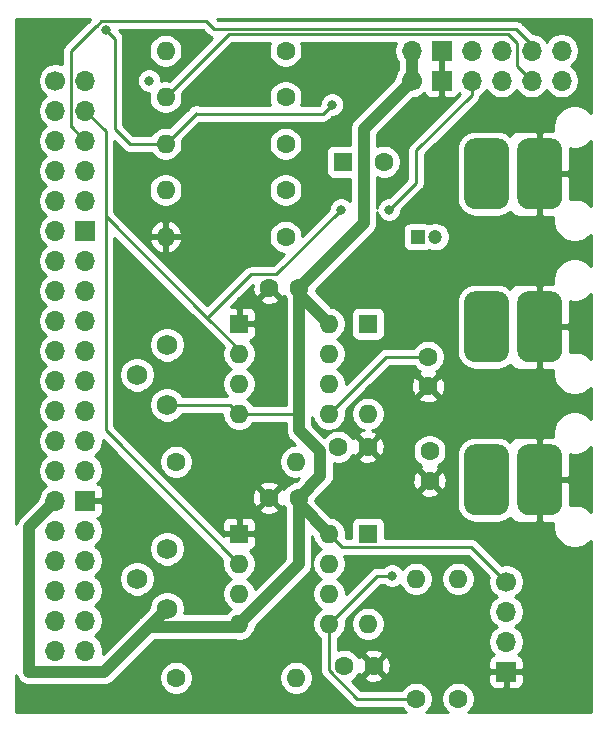
<source format=gbr>
G04 #@! TF.GenerationSoftware,KiCad,Pcbnew,(5.1.6)-1*
G04 #@! TF.CreationDate,2020-10-27T17:06:52+09:00*
G04 #@! TF.ProjectId,ext-board,6578742d-626f-4617-9264-2e6b69636164,rev?*
G04 #@! TF.SameCoordinates,Original*
G04 #@! TF.FileFunction,Copper,L2,Bot*
G04 #@! TF.FilePolarity,Positive*
%FSLAX46Y46*%
G04 Gerber Fmt 4.6, Leading zero omitted, Abs format (unit mm)*
G04 Created by KiCad (PCBNEW (5.1.6)-1) date 2020-10-27 17:06:52*
%MOMM*%
%LPD*%
G01*
G04 APERTURE LIST*
G04 #@! TA.AperFunction,ComponentPad*
%ADD10C,1.700000*%
G04 #@! TD*
G04 #@! TA.AperFunction,ComponentPad*
%ADD11O,1.700000X1.700000*%
G04 #@! TD*
G04 #@! TA.AperFunction,ComponentPad*
%ADD12R,1.700000X1.700000*%
G04 #@! TD*
G04 #@! TA.AperFunction,ComponentPad*
%ADD13C,1.600000*%
G04 #@! TD*
G04 #@! TA.AperFunction,ComponentPad*
%ADD14R,1.600000X1.600000*%
G04 #@! TD*
G04 #@! TA.AperFunction,ComponentPad*
%ADD15R,1.200000X1.200000*%
G04 #@! TD*
G04 #@! TA.AperFunction,ComponentPad*
%ADD16C,1.200000*%
G04 #@! TD*
G04 #@! TA.AperFunction,ComponentPad*
%ADD17O,1.600000X1.600000*%
G04 #@! TD*
G04 #@! TA.AperFunction,ComponentPad*
%ADD18C,1.750000*%
G04 #@! TD*
G04 #@! TA.AperFunction,ViaPad*
%ADD19C,0.800000*%
G04 #@! TD*
G04 #@! TA.AperFunction,Conductor*
%ADD20C,1.000000*%
G04 #@! TD*
G04 #@! TA.AperFunction,Conductor*
%ADD21C,0.250000*%
G04 #@! TD*
G04 #@! TA.AperFunction,Conductor*
%ADD22C,0.254000*%
G04 #@! TD*
G04 APERTURE END LIST*
D10*
X184150000Y-55880000D03*
D11*
X184150000Y-53340000D03*
D12*
X186690000Y-55880000D03*
X186690000Y-53340000D03*
D11*
X189230000Y-55880000D03*
X189230000Y-53340000D03*
X191770000Y-55880000D03*
X191770000Y-53340000D03*
X194310000Y-55880000D03*
X194310000Y-53340000D03*
X196850000Y-55880000D03*
X196850000Y-53340000D03*
G04 #@! TA.AperFunction,ComponentPad*
G36*
G01*
X189550000Y-60754000D02*
X191450000Y-60754000D01*
G75*
G02*
X192400000Y-61704000I0J-950000D01*
G01*
X192400000Y-65804000D01*
G75*
G02*
X191450000Y-66754000I-950000J0D01*
G01*
X189550000Y-66754000D01*
G75*
G02*
X188600000Y-65804000I0J950000D01*
G01*
X188600000Y-61704000D01*
G75*
G02*
X189550000Y-60754000I950000J0D01*
G01*
G37*
G04 #@! TD.AperFunction*
G04 #@! TA.AperFunction,ComponentPad*
G36*
G01*
X194050000Y-60754000D02*
X195950000Y-60754000D01*
G75*
G02*
X196900000Y-61704000I0J-950000D01*
G01*
X196900000Y-65804000D01*
G75*
G02*
X195950000Y-66754000I-950000J0D01*
G01*
X194050000Y-66754000D01*
G75*
G02*
X193100000Y-65804000I0J950000D01*
G01*
X193100000Y-61704000D01*
G75*
G02*
X194050000Y-60754000I950000J0D01*
G01*
G37*
G04 #@! TD.AperFunction*
D10*
X154000000Y-55880000D03*
D11*
X156540000Y-55880000D03*
X154000000Y-58420000D03*
X156540000Y-58420000D03*
X154000000Y-60960000D03*
X156540000Y-60960000D03*
X154000000Y-63500000D03*
X156540000Y-63500000D03*
X154000000Y-66040000D03*
X156540000Y-66040000D03*
X154000000Y-68580000D03*
D12*
X156540000Y-68580000D03*
D11*
X154000000Y-71120000D03*
X156540000Y-71120000D03*
X154000000Y-73660000D03*
X156540000Y-73660000D03*
X154000000Y-76200000D03*
X156540000Y-76200000D03*
X154000000Y-78740000D03*
X156540000Y-78740000D03*
X154000000Y-81280000D03*
X156540000Y-81280000D03*
X154000000Y-83820000D03*
X156540000Y-83820000D03*
X154000000Y-86360000D03*
X156540000Y-86360000D03*
X154000000Y-88900000D03*
X156540000Y-88900000D03*
X154000000Y-91440000D03*
D12*
X156540000Y-91440000D03*
D11*
X154000000Y-93980000D03*
X156540000Y-93980000D03*
X154000000Y-96520000D03*
X156540000Y-96520000D03*
X154000000Y-99060000D03*
X156540000Y-99060000D03*
X154000000Y-101600000D03*
X156540000Y-101600000D03*
X154000000Y-104140000D03*
X156540000Y-104140000D03*
D13*
X172125000Y-73406000D03*
X174625000Y-73406000D03*
X172085000Y-91186000D03*
X174585000Y-91186000D03*
D14*
X178308000Y-62738000D03*
D13*
X181808000Y-62738000D03*
X185547000Y-79248000D03*
X185547000Y-81748000D03*
X185674000Y-89749000D03*
X185674000Y-87249000D03*
D15*
X184658000Y-69088000D03*
D16*
X186158000Y-69088000D03*
D13*
X180427000Y-86868000D03*
X177927000Y-86868000D03*
X180935000Y-105410000D03*
X178435000Y-105410000D03*
D14*
X180467000Y-76454000D03*
D17*
X180467000Y-84074000D03*
X180467000Y-101854000D03*
D14*
X180467000Y-94234000D03*
D10*
X192151000Y-98298000D03*
D11*
X192151000Y-100838000D03*
X192151000Y-103378000D03*
D12*
X192151000Y-105918000D03*
G04 #@! TA.AperFunction,ComponentPad*
G36*
G01*
X189550000Y-73708000D02*
X191450000Y-73708000D01*
G75*
G02*
X192400000Y-74658000I0J-950000D01*
G01*
X192400000Y-78758000D01*
G75*
G02*
X191450000Y-79708000I-950000J0D01*
G01*
X189550000Y-79708000D01*
G75*
G02*
X188600000Y-78758000I0J950000D01*
G01*
X188600000Y-74658000D01*
G75*
G02*
X189550000Y-73708000I950000J0D01*
G01*
G37*
G04 #@! TD.AperFunction*
G04 #@! TA.AperFunction,ComponentPad*
G36*
G01*
X194050000Y-73708000D02*
X195950000Y-73708000D01*
G75*
G02*
X196900000Y-74658000I0J-950000D01*
G01*
X196900000Y-78758000D01*
G75*
G02*
X195950000Y-79708000I-950000J0D01*
G01*
X194050000Y-79708000D01*
G75*
G02*
X193100000Y-78758000I0J950000D01*
G01*
X193100000Y-74658000D01*
G75*
G02*
X194050000Y-73708000I950000J0D01*
G01*
G37*
G04 #@! TD.AperFunction*
G04 #@! TA.AperFunction,ComponentPad*
G36*
G01*
X194050000Y-86662000D02*
X195950000Y-86662000D01*
G75*
G02*
X196900000Y-87612000I0J-950000D01*
G01*
X196900000Y-91712000D01*
G75*
G02*
X195950000Y-92662000I-950000J0D01*
G01*
X194050000Y-92662000D01*
G75*
G02*
X193100000Y-91712000I0J950000D01*
G01*
X193100000Y-87612000D01*
G75*
G02*
X194050000Y-86662000I950000J0D01*
G01*
G37*
G04 #@! TD.AperFunction*
G04 #@! TA.AperFunction,ComponentPad*
G36*
G01*
X189550000Y-86662000D02*
X191450000Y-86662000D01*
G75*
G02*
X192400000Y-87612000I0J-950000D01*
G01*
X192400000Y-91712000D01*
G75*
G02*
X191450000Y-92662000I-950000J0D01*
G01*
X189550000Y-92662000D01*
G75*
G02*
X188600000Y-91712000I0J950000D01*
G01*
X188600000Y-87612000D01*
G75*
G02*
X189550000Y-86662000I950000J0D01*
G01*
G37*
G04 #@! TD.AperFunction*
D13*
X173482000Y-53340000D03*
D17*
X163322000Y-53340000D03*
X163322000Y-57277000D03*
D13*
X173482000Y-57277000D03*
X173482000Y-61214000D03*
D17*
X163322000Y-61214000D03*
X188087000Y-98044000D03*
D13*
X188087000Y-108204000D03*
D17*
X184531000Y-98044000D03*
D13*
X184531000Y-108204000D03*
D17*
X163322000Y-65151000D03*
D13*
X173482000Y-65151000D03*
X173482000Y-69088000D03*
D17*
X163322000Y-69088000D03*
D13*
X164211000Y-88138000D03*
D17*
X174371000Y-88138000D03*
D13*
X164211000Y-106426000D03*
D17*
X174371000Y-106426000D03*
D18*
X163449000Y-78232000D03*
X160909000Y-80772000D03*
X163449000Y-83312000D03*
X163449000Y-100584000D03*
X160909000Y-98044000D03*
X163449000Y-95504000D03*
D14*
X169545000Y-76454000D03*
D17*
X177165000Y-84074000D03*
X169545000Y-78994000D03*
X177165000Y-81534000D03*
X169545000Y-81534000D03*
X177165000Y-78994000D03*
X169545000Y-84074000D03*
X177165000Y-76454000D03*
X177165000Y-94234000D03*
X169545000Y-101854000D03*
X177165000Y-96774000D03*
X169545000Y-99314000D03*
X177165000Y-99314000D03*
X169545000Y-96774000D03*
X177165000Y-101854000D03*
D14*
X169545000Y-94234000D03*
D19*
X151638000Y-51689000D03*
X180000000Y-55000000D03*
X170688000Y-63246000D03*
X170815000Y-55245000D03*
X160782000Y-58166000D03*
X160782000Y-54356000D03*
X160782000Y-52324000D03*
X196215000Y-51435000D03*
X192278000Y-57785000D03*
X151765000Y-108585000D03*
X174117000Y-100838000D03*
X161671000Y-108458000D03*
X176530000Y-108204000D03*
X184150000Y-59944000D03*
X187198000Y-61468000D03*
X190246000Y-70104000D03*
X182626000Y-73025000D03*
X159639000Y-94107000D03*
X182499000Y-97790000D03*
X161925000Y-55880000D03*
X158242000Y-51562000D03*
X177419000Y-57912000D03*
X182245000Y-66802000D03*
X178181000Y-66802000D03*
D20*
X184150000Y-55880000D02*
X184150000Y-53340000D01*
X176426999Y-89344001D02*
X176426999Y-87272999D01*
X174585000Y-91186000D02*
X176426999Y-89344001D01*
X176426999Y-87272999D02*
X174625000Y-85471000D01*
X174585000Y-91654000D02*
X177165000Y-94234000D01*
X174585000Y-91186000D02*
X174585000Y-91654000D01*
D21*
X174498000Y-84074000D02*
X174625000Y-84201000D01*
X169545000Y-84074000D02*
X174498000Y-84074000D01*
D20*
X174625000Y-85471000D02*
X174625000Y-84201000D01*
X174625000Y-84201000D02*
X174625000Y-73406000D01*
D21*
X168783000Y-83312000D02*
X169545000Y-84074000D01*
X163449000Y-83312000D02*
X168783000Y-83312000D01*
X189212001Y-95359001D02*
X192151000Y-98298000D01*
X178290001Y-95359001D02*
X189212001Y-95359001D01*
X177165000Y-94234000D02*
X178290001Y-95359001D01*
D20*
X151765000Y-105918000D02*
X158115000Y-105918000D01*
X154000000Y-91440000D02*
X151765000Y-93675000D01*
X151765000Y-93675000D02*
X151765000Y-105918000D01*
X174585000Y-96814000D02*
X169545000Y-101854000D01*
X174585000Y-91186000D02*
X174585000Y-96814000D01*
X169291000Y-102108000D02*
X169545000Y-101854000D01*
X161925000Y-102108000D02*
X163449000Y-100584000D01*
X161925000Y-102108000D02*
X169291000Y-102108000D01*
X158115000Y-105918000D02*
X161925000Y-102108000D01*
X184150000Y-55880000D02*
X180086000Y-59944000D01*
X180086000Y-67945000D02*
X174625000Y-73406000D01*
X180086000Y-59944000D02*
X180086000Y-67945000D01*
D21*
X174625000Y-73914000D02*
X174625000Y-73406000D01*
D20*
X177165000Y-76454000D02*
X174625000Y-73914000D01*
D21*
X181991000Y-79248000D02*
X185547000Y-79248000D01*
X177165000Y-84074000D02*
X181991000Y-79248000D01*
X181229000Y-97790000D02*
X177165000Y-101854000D01*
X182499000Y-97790000D02*
X181229000Y-97790000D01*
X177165000Y-105805002D02*
X177165000Y-101854000D01*
X179563998Y-108204000D02*
X177165000Y-105805002D01*
X184531000Y-108204000D02*
X179563998Y-108204000D01*
X194310000Y-55815998D02*
X194310000Y-55880000D01*
X193040000Y-54610000D02*
X194310000Y-55880000D01*
X193040000Y-52705000D02*
X193040000Y-54610000D01*
X192278000Y-51943000D02*
X193040000Y-52705000D01*
X163322000Y-57277000D02*
X168656000Y-51943000D01*
X168656000Y-51943000D02*
X192278000Y-51943000D01*
X158242000Y-51562000D02*
X159004000Y-52324000D01*
X159004000Y-52324000D02*
X159004000Y-59944000D01*
X160274000Y-61214000D02*
X163322000Y-61214000D01*
X159004000Y-59944000D02*
X160274000Y-61214000D01*
X176657000Y-58674000D02*
X165862000Y-58674000D01*
X165931009Y-58604991D02*
X165862000Y-58674000D01*
X177419000Y-57912000D02*
X176657000Y-58674000D01*
X165862000Y-58674000D02*
X163322000Y-61214000D01*
X156540000Y-58420000D02*
X158242000Y-60122000D01*
X169545000Y-78639002D02*
X169545000Y-78994000D01*
X158242000Y-85471000D02*
X158242000Y-66294000D01*
X169545000Y-96774000D02*
X158242000Y-85471000D01*
X158242000Y-60122000D02*
X158242000Y-66294000D01*
X158242000Y-66294000D02*
X158242000Y-67336002D01*
X189230000Y-57082081D02*
X184531000Y-61781081D01*
X189230000Y-55880000D02*
X189230000Y-57082081D01*
X184531000Y-61781081D02*
X184531000Y-64516000D01*
X184531000Y-64516000D02*
X183732999Y-65314001D01*
X183732999Y-65314001D02*
X182245000Y-66802000D01*
X178181000Y-66802000D02*
X172702001Y-72280999D01*
X158242000Y-67336002D02*
X166864999Y-75959001D01*
X166864999Y-75959001D02*
X169545000Y-78639002D01*
X172702001Y-72280999D02*
X170705999Y-72280999D01*
X170705999Y-72280999D02*
X170670001Y-72280999D01*
X170543001Y-72280999D02*
X166864999Y-75959001D01*
X170705999Y-72280999D02*
X170543001Y-72280999D01*
X192970991Y-51492991D02*
X194310000Y-52832000D01*
X167441007Y-51492991D02*
X192970991Y-51492991D01*
X155321000Y-59784999D02*
X155321000Y-53365999D01*
X194310000Y-52832000D02*
X194310000Y-53340000D01*
X157893999Y-50836999D02*
X166785015Y-50836999D01*
X166785015Y-50836999D02*
X167441007Y-51492991D01*
X157473000Y-51213999D02*
X155321000Y-53365999D01*
X157516999Y-51213999D02*
X157473000Y-51213999D01*
X157893999Y-50836999D02*
X157516999Y-51213999D01*
X155364999Y-59784999D02*
X156540000Y-60960000D01*
X155321000Y-59784999D02*
X155364999Y-59784999D01*
D22*
G36*
X199340001Y-58598919D02*
G01*
X199119744Y-58378662D01*
X198819199Y-58177844D01*
X198485250Y-58039518D01*
X198130732Y-57969000D01*
X197769268Y-57969000D01*
X197414750Y-58039518D01*
X197080801Y-58177844D01*
X196780256Y-58378662D01*
X196524662Y-58634256D01*
X196323844Y-58934801D01*
X196185518Y-59268750D01*
X196115000Y-59623268D01*
X196115000Y-59984732D01*
X196141384Y-60117372D01*
X195285750Y-60119000D01*
X195127000Y-60277750D01*
X195127000Y-63627000D01*
X197376250Y-63627000D01*
X197535000Y-63468250D01*
X197537123Y-61592823D01*
X197769268Y-61639000D01*
X198130732Y-61639000D01*
X198485250Y-61568482D01*
X198819199Y-61430156D01*
X199119744Y-61229338D01*
X199340001Y-61009081D01*
X199340001Y-66498919D01*
X199119744Y-66278662D01*
X198819199Y-66077844D01*
X198485250Y-65939518D01*
X198130732Y-65869000D01*
X197769268Y-65869000D01*
X197537123Y-65915177D01*
X197535000Y-64039750D01*
X197376250Y-63881000D01*
X195127000Y-63881000D01*
X195127000Y-67230250D01*
X195285750Y-67389000D01*
X196141384Y-67390628D01*
X196115000Y-67523268D01*
X196115000Y-67884732D01*
X196185518Y-68239250D01*
X196323844Y-68573199D01*
X196524662Y-68873744D01*
X196780256Y-69129338D01*
X197080801Y-69330156D01*
X197414750Y-69468482D01*
X197769268Y-69539000D01*
X198130732Y-69539000D01*
X198485250Y-69468482D01*
X198819199Y-69330156D01*
X199119744Y-69129338D01*
X199340001Y-68909081D01*
X199340001Y-71552919D01*
X199119744Y-71332662D01*
X198819199Y-71131844D01*
X198485250Y-70993518D01*
X198130732Y-70923000D01*
X197769268Y-70923000D01*
X197414750Y-70993518D01*
X197080801Y-71131844D01*
X196780256Y-71332662D01*
X196524662Y-71588256D01*
X196323844Y-71888801D01*
X196185518Y-72222750D01*
X196115000Y-72577268D01*
X196115000Y-72938732D01*
X196141384Y-73071372D01*
X195285750Y-73073000D01*
X195127000Y-73231750D01*
X195127000Y-76581000D01*
X197376250Y-76581000D01*
X197535000Y-76422250D01*
X197537123Y-74546823D01*
X197769268Y-74593000D01*
X198130732Y-74593000D01*
X198485250Y-74522482D01*
X198819199Y-74384156D01*
X199119744Y-74183338D01*
X199340001Y-73963081D01*
X199340001Y-79452919D01*
X199119744Y-79232662D01*
X198819199Y-79031844D01*
X198485250Y-78893518D01*
X198130732Y-78823000D01*
X197769268Y-78823000D01*
X197537123Y-78869177D01*
X197535000Y-76993750D01*
X197376250Y-76835000D01*
X195127000Y-76835000D01*
X195127000Y-80184250D01*
X195285750Y-80343000D01*
X196141384Y-80344628D01*
X196115000Y-80477268D01*
X196115000Y-80838732D01*
X196185518Y-81193250D01*
X196323844Y-81527199D01*
X196524662Y-81827744D01*
X196780256Y-82083338D01*
X197080801Y-82284156D01*
X197414750Y-82422482D01*
X197769268Y-82493000D01*
X198130732Y-82493000D01*
X198485250Y-82422482D01*
X198819199Y-82284156D01*
X199119744Y-82083338D01*
X199340000Y-81863082D01*
X199340000Y-84506918D01*
X199119744Y-84286662D01*
X198819199Y-84085844D01*
X198485250Y-83947518D01*
X198130732Y-83877000D01*
X197769268Y-83877000D01*
X197414750Y-83947518D01*
X197080801Y-84085844D01*
X196780256Y-84286662D01*
X196524662Y-84542256D01*
X196323844Y-84842801D01*
X196185518Y-85176750D01*
X196115000Y-85531268D01*
X196115000Y-85892732D01*
X196141384Y-86025372D01*
X195285750Y-86027000D01*
X195127000Y-86185750D01*
X195127000Y-89535000D01*
X197376250Y-89535000D01*
X197535000Y-89376250D01*
X197537123Y-87500823D01*
X197769268Y-87547000D01*
X198130732Y-87547000D01*
X198485250Y-87476482D01*
X198819199Y-87338156D01*
X199119744Y-87137338D01*
X199340000Y-86917082D01*
X199340000Y-92406918D01*
X199119744Y-92186662D01*
X198819199Y-91985844D01*
X198485250Y-91847518D01*
X198130732Y-91777000D01*
X197769268Y-91777000D01*
X197537123Y-91823177D01*
X197535000Y-89947750D01*
X197376250Y-89789000D01*
X195127000Y-89789000D01*
X195127000Y-93138250D01*
X195285750Y-93297000D01*
X196141384Y-93298628D01*
X196115000Y-93431268D01*
X196115000Y-93792732D01*
X196185518Y-94147250D01*
X196323844Y-94481199D01*
X196524662Y-94781744D01*
X196780256Y-95037338D01*
X197080801Y-95238156D01*
X197414750Y-95376482D01*
X197769268Y-95447000D01*
X198130732Y-95447000D01*
X198485250Y-95376482D01*
X198819199Y-95238156D01*
X199119744Y-95037338D01*
X199340000Y-94817082D01*
X199340000Y-109340000D01*
X188969787Y-109340000D01*
X189001759Y-109318637D01*
X189201637Y-109118759D01*
X189358680Y-108883727D01*
X189466853Y-108622574D01*
X189522000Y-108345335D01*
X189522000Y-108062665D01*
X189466853Y-107785426D01*
X189358680Y-107524273D01*
X189201637Y-107289241D01*
X189001759Y-107089363D01*
X188766727Y-106932320D01*
X188505574Y-106824147D01*
X188228335Y-106769000D01*
X187945665Y-106769000D01*
X187668426Y-106824147D01*
X187407273Y-106932320D01*
X187172241Y-107089363D01*
X186972363Y-107289241D01*
X186815320Y-107524273D01*
X186707147Y-107785426D01*
X186652000Y-108062665D01*
X186652000Y-108345335D01*
X186707147Y-108622574D01*
X186815320Y-108883727D01*
X186972363Y-109118759D01*
X187172241Y-109318637D01*
X187204213Y-109340000D01*
X185413787Y-109340000D01*
X185445759Y-109318637D01*
X185645637Y-109118759D01*
X185802680Y-108883727D01*
X185910853Y-108622574D01*
X185966000Y-108345335D01*
X185966000Y-108062665D01*
X185910853Y-107785426D01*
X185802680Y-107524273D01*
X185645637Y-107289241D01*
X185445759Y-107089363D01*
X185210727Y-106932320D01*
X184949574Y-106824147D01*
X184672335Y-106769000D01*
X184389665Y-106769000D01*
X184112426Y-106824147D01*
X183851273Y-106932320D01*
X183616241Y-107089363D01*
X183416363Y-107289241D01*
X183312957Y-107444000D01*
X179878800Y-107444000D01*
X179115778Y-106680978D01*
X179349759Y-106524637D01*
X179471694Y-106402702D01*
X180121903Y-106402702D01*
X180193486Y-106646671D01*
X180448996Y-106767571D01*
X180723184Y-106836300D01*
X181005512Y-106850217D01*
X181285130Y-106808787D01*
X181399182Y-106768000D01*
X190662928Y-106768000D01*
X190675188Y-106892482D01*
X190711498Y-107012180D01*
X190770463Y-107122494D01*
X190849815Y-107219185D01*
X190946506Y-107298537D01*
X191056820Y-107357502D01*
X191176518Y-107393812D01*
X191301000Y-107406072D01*
X191865250Y-107403000D01*
X192024000Y-107244250D01*
X192024000Y-106045000D01*
X192278000Y-106045000D01*
X192278000Y-107244250D01*
X192436750Y-107403000D01*
X193001000Y-107406072D01*
X193125482Y-107393812D01*
X193245180Y-107357502D01*
X193355494Y-107298537D01*
X193452185Y-107219185D01*
X193531537Y-107122494D01*
X193590502Y-107012180D01*
X193626812Y-106892482D01*
X193639072Y-106768000D01*
X193636000Y-106203750D01*
X193477250Y-106045000D01*
X192278000Y-106045000D01*
X192024000Y-106045000D01*
X190824750Y-106045000D01*
X190666000Y-106203750D01*
X190662928Y-106768000D01*
X181399182Y-106768000D01*
X181551292Y-106713603D01*
X181676514Y-106646671D01*
X181748097Y-106402702D01*
X180935000Y-105589605D01*
X180121903Y-106402702D01*
X179471694Y-106402702D01*
X179549637Y-106324759D01*
X179683692Y-106124131D01*
X179698329Y-106151514D01*
X179942298Y-106223097D01*
X180755395Y-105410000D01*
X181114605Y-105410000D01*
X181927702Y-106223097D01*
X182171671Y-106151514D01*
X182292571Y-105896004D01*
X182361300Y-105621816D01*
X182375217Y-105339488D01*
X182333787Y-105059870D01*
X182238603Y-104793708D01*
X182171671Y-104668486D01*
X181927702Y-104596903D01*
X181114605Y-105410000D01*
X180755395Y-105410000D01*
X179942298Y-104596903D01*
X179698329Y-104668486D01*
X179684676Y-104697341D01*
X179549637Y-104495241D01*
X179471694Y-104417298D01*
X180121903Y-104417298D01*
X180935000Y-105230395D01*
X181748097Y-104417298D01*
X181676514Y-104173329D01*
X181421004Y-104052429D01*
X181146816Y-103983700D01*
X180864488Y-103969783D01*
X180584870Y-104011213D01*
X180318708Y-104106397D01*
X180193486Y-104173329D01*
X180121903Y-104417298D01*
X179471694Y-104417298D01*
X179349759Y-104295363D01*
X179114727Y-104138320D01*
X178853574Y-104030147D01*
X178576335Y-103975000D01*
X178293665Y-103975000D01*
X178016426Y-104030147D01*
X177925000Y-104068017D01*
X177925000Y-103072043D01*
X178079759Y-102968637D01*
X178279637Y-102768759D01*
X178436680Y-102533727D01*
X178544853Y-102272574D01*
X178600000Y-101995335D01*
X178600000Y-101712665D01*
X179032000Y-101712665D01*
X179032000Y-101995335D01*
X179087147Y-102272574D01*
X179195320Y-102533727D01*
X179352363Y-102768759D01*
X179552241Y-102968637D01*
X179787273Y-103125680D01*
X180048426Y-103233853D01*
X180325665Y-103289000D01*
X180608335Y-103289000D01*
X180885574Y-103233853D01*
X181146727Y-103125680D01*
X181381759Y-102968637D01*
X181581637Y-102768759D01*
X181738680Y-102533727D01*
X181846853Y-102272574D01*
X181902000Y-101995335D01*
X181902000Y-101712665D01*
X181846853Y-101435426D01*
X181738680Y-101174273D01*
X181581637Y-100939241D01*
X181381759Y-100739363D01*
X181146727Y-100582320D01*
X180885574Y-100474147D01*
X180608335Y-100419000D01*
X180325665Y-100419000D01*
X180048426Y-100474147D01*
X179787273Y-100582320D01*
X179552241Y-100739363D01*
X179352363Y-100939241D01*
X179195320Y-101174273D01*
X179087147Y-101435426D01*
X179032000Y-101712665D01*
X178600000Y-101712665D01*
X178563688Y-101530113D01*
X181543802Y-98550000D01*
X181795289Y-98550000D01*
X181839226Y-98593937D01*
X182008744Y-98707205D01*
X182197102Y-98785226D01*
X182397061Y-98825000D01*
X182600939Y-98825000D01*
X182800898Y-98785226D01*
X182989256Y-98707205D01*
X183158774Y-98593937D01*
X183191856Y-98560855D01*
X183259320Y-98723727D01*
X183416363Y-98958759D01*
X183616241Y-99158637D01*
X183851273Y-99315680D01*
X184112426Y-99423853D01*
X184389665Y-99479000D01*
X184672335Y-99479000D01*
X184949574Y-99423853D01*
X185210727Y-99315680D01*
X185445759Y-99158637D01*
X185645637Y-98958759D01*
X185802680Y-98723727D01*
X185910853Y-98462574D01*
X185966000Y-98185335D01*
X185966000Y-97902665D01*
X186652000Y-97902665D01*
X186652000Y-98185335D01*
X186707147Y-98462574D01*
X186815320Y-98723727D01*
X186972363Y-98958759D01*
X187172241Y-99158637D01*
X187407273Y-99315680D01*
X187668426Y-99423853D01*
X187945665Y-99479000D01*
X188228335Y-99479000D01*
X188505574Y-99423853D01*
X188766727Y-99315680D01*
X189001759Y-99158637D01*
X189201637Y-98958759D01*
X189358680Y-98723727D01*
X189466853Y-98462574D01*
X189522000Y-98185335D01*
X189522000Y-97902665D01*
X189466853Y-97625426D01*
X189358680Y-97364273D01*
X189201637Y-97129241D01*
X189001759Y-96929363D01*
X188766727Y-96772320D01*
X188505574Y-96664147D01*
X188228335Y-96609000D01*
X187945665Y-96609000D01*
X187668426Y-96664147D01*
X187407273Y-96772320D01*
X187172241Y-96929363D01*
X186972363Y-97129241D01*
X186815320Y-97364273D01*
X186707147Y-97625426D01*
X186652000Y-97902665D01*
X185966000Y-97902665D01*
X185910853Y-97625426D01*
X185802680Y-97364273D01*
X185645637Y-97129241D01*
X185445759Y-96929363D01*
X185210727Y-96772320D01*
X184949574Y-96664147D01*
X184672335Y-96609000D01*
X184389665Y-96609000D01*
X184112426Y-96664147D01*
X183851273Y-96772320D01*
X183616241Y-96929363D01*
X183416363Y-97129241D01*
X183359321Y-97214611D01*
X183302937Y-97130226D01*
X183158774Y-96986063D01*
X182989256Y-96872795D01*
X182800898Y-96794774D01*
X182600939Y-96755000D01*
X182397061Y-96755000D01*
X182197102Y-96794774D01*
X182008744Y-96872795D01*
X181839226Y-96986063D01*
X181795289Y-97030000D01*
X181266323Y-97030000D01*
X181229000Y-97026324D01*
X181191677Y-97030000D01*
X181191667Y-97030000D01*
X181080014Y-97040997D01*
X180946719Y-97081431D01*
X180936753Y-97084454D01*
X180804723Y-97155026D01*
X180721397Y-97223411D01*
X180688999Y-97249999D01*
X180665201Y-97278997D01*
X178600000Y-99344199D01*
X178600000Y-99172665D01*
X178544853Y-98895426D01*
X178436680Y-98634273D01*
X178279637Y-98399241D01*
X178079759Y-98199363D01*
X177847241Y-98044000D01*
X178079759Y-97888637D01*
X178279637Y-97688759D01*
X178436680Y-97453727D01*
X178544853Y-97192574D01*
X178600000Y-96915335D01*
X178600000Y-96632665D01*
X178544853Y-96355426D01*
X178446923Y-96119001D01*
X188897200Y-96119001D01*
X190709790Y-97931592D01*
X190666000Y-98151740D01*
X190666000Y-98444260D01*
X190723068Y-98731158D01*
X190835010Y-99001411D01*
X190997525Y-99244632D01*
X191204368Y-99451475D01*
X191378760Y-99568000D01*
X191204368Y-99684525D01*
X190997525Y-99891368D01*
X190835010Y-100134589D01*
X190723068Y-100404842D01*
X190666000Y-100691740D01*
X190666000Y-100984260D01*
X190723068Y-101271158D01*
X190835010Y-101541411D01*
X190997525Y-101784632D01*
X191204368Y-101991475D01*
X191378760Y-102108000D01*
X191204368Y-102224525D01*
X190997525Y-102431368D01*
X190835010Y-102674589D01*
X190723068Y-102944842D01*
X190666000Y-103231740D01*
X190666000Y-103524260D01*
X190723068Y-103811158D01*
X190835010Y-104081411D01*
X190997525Y-104324632D01*
X191129380Y-104456487D01*
X191056820Y-104478498D01*
X190946506Y-104537463D01*
X190849815Y-104616815D01*
X190770463Y-104713506D01*
X190711498Y-104823820D01*
X190675188Y-104943518D01*
X190662928Y-105068000D01*
X190666000Y-105632250D01*
X190824750Y-105791000D01*
X192024000Y-105791000D01*
X192024000Y-105771000D01*
X192278000Y-105771000D01*
X192278000Y-105791000D01*
X193477250Y-105791000D01*
X193636000Y-105632250D01*
X193639072Y-105068000D01*
X193626812Y-104943518D01*
X193590502Y-104823820D01*
X193531537Y-104713506D01*
X193452185Y-104616815D01*
X193355494Y-104537463D01*
X193245180Y-104478498D01*
X193172620Y-104456487D01*
X193304475Y-104324632D01*
X193466990Y-104081411D01*
X193578932Y-103811158D01*
X193636000Y-103524260D01*
X193636000Y-103231740D01*
X193578932Y-102944842D01*
X193466990Y-102674589D01*
X193304475Y-102431368D01*
X193097632Y-102224525D01*
X192923240Y-102108000D01*
X193097632Y-101991475D01*
X193304475Y-101784632D01*
X193466990Y-101541411D01*
X193578932Y-101271158D01*
X193636000Y-100984260D01*
X193636000Y-100691740D01*
X193578932Y-100404842D01*
X193466990Y-100134589D01*
X193304475Y-99891368D01*
X193097632Y-99684525D01*
X192923240Y-99568000D01*
X193097632Y-99451475D01*
X193304475Y-99244632D01*
X193466990Y-99001411D01*
X193578932Y-98731158D01*
X193636000Y-98444260D01*
X193636000Y-98151740D01*
X193578932Y-97864842D01*
X193466990Y-97594589D01*
X193304475Y-97351368D01*
X193097632Y-97144525D01*
X192854411Y-96982010D01*
X192584158Y-96870068D01*
X192297260Y-96813000D01*
X192004740Y-96813000D01*
X191784592Y-96856790D01*
X189775805Y-94848004D01*
X189752002Y-94819000D01*
X189636277Y-94724027D01*
X189504248Y-94653455D01*
X189360987Y-94609998D01*
X189249334Y-94599001D01*
X189249323Y-94599001D01*
X189212001Y-94595325D01*
X189174679Y-94599001D01*
X181905072Y-94599001D01*
X181905072Y-93434000D01*
X181892812Y-93309518D01*
X181856502Y-93189820D01*
X181797537Y-93079506D01*
X181718185Y-92982815D01*
X181621494Y-92903463D01*
X181511180Y-92844498D01*
X181391482Y-92808188D01*
X181267000Y-92795928D01*
X179667000Y-92795928D01*
X179542518Y-92808188D01*
X179422820Y-92844498D01*
X179312506Y-92903463D01*
X179215815Y-92982815D01*
X179136463Y-93079506D01*
X179077498Y-93189820D01*
X179041188Y-93309518D01*
X179028928Y-93434000D01*
X179028928Y-94599001D01*
X178604803Y-94599001D01*
X178563688Y-94557886D01*
X178600000Y-94375335D01*
X178600000Y-94092665D01*
X178544853Y-93815426D01*
X178436680Y-93554273D01*
X178279637Y-93319241D01*
X178079759Y-93119363D01*
X177844727Y-92962320D01*
X177583574Y-92854147D01*
X177342282Y-92806150D01*
X175994029Y-91457898D01*
X176012850Y-91363282D01*
X176634429Y-90741702D01*
X184860903Y-90741702D01*
X184932486Y-90985671D01*
X185187996Y-91106571D01*
X185462184Y-91175300D01*
X185744512Y-91189217D01*
X186024130Y-91147787D01*
X186290292Y-91052603D01*
X186415514Y-90985671D01*
X186487097Y-90741702D01*
X185674000Y-89928605D01*
X184860903Y-90741702D01*
X176634429Y-90741702D01*
X177190139Y-90185992D01*
X177233448Y-90150450D01*
X177375283Y-89977624D01*
X177459795Y-89819512D01*
X184233783Y-89819512D01*
X184275213Y-90099130D01*
X184370397Y-90365292D01*
X184437329Y-90490514D01*
X184681298Y-90562097D01*
X185494395Y-89749000D01*
X185853605Y-89749000D01*
X186666702Y-90562097D01*
X186910671Y-90490514D01*
X187031571Y-90235004D01*
X187100300Y-89960816D01*
X187114217Y-89678488D01*
X187072787Y-89398870D01*
X186977603Y-89132708D01*
X186910671Y-89007486D01*
X186666702Y-88935903D01*
X185853605Y-89749000D01*
X185494395Y-89749000D01*
X184681298Y-88935903D01*
X184437329Y-89007486D01*
X184316429Y-89262996D01*
X184247700Y-89537184D01*
X184233783Y-89819512D01*
X177459795Y-89819512D01*
X177480675Y-89780448D01*
X177545576Y-89566500D01*
X177561999Y-89399753D01*
X177561999Y-89399752D01*
X177567490Y-89344001D01*
X177561999Y-89288250D01*
X177561999Y-88258509D01*
X177785665Y-88303000D01*
X178068335Y-88303000D01*
X178345574Y-88247853D01*
X178606727Y-88139680D01*
X178841759Y-87982637D01*
X178963694Y-87860702D01*
X179613903Y-87860702D01*
X179685486Y-88104671D01*
X179940996Y-88225571D01*
X180215184Y-88294300D01*
X180497512Y-88308217D01*
X180777130Y-88266787D01*
X181043292Y-88171603D01*
X181168514Y-88104671D01*
X181240097Y-87860702D01*
X180427000Y-87047605D01*
X179613903Y-87860702D01*
X178963694Y-87860702D01*
X179041637Y-87782759D01*
X179175692Y-87582131D01*
X179190329Y-87609514D01*
X179434298Y-87681097D01*
X180247395Y-86868000D01*
X180606605Y-86868000D01*
X181419702Y-87681097D01*
X181663671Y-87609514D01*
X181784571Y-87354004D01*
X181846319Y-87107665D01*
X184239000Y-87107665D01*
X184239000Y-87390335D01*
X184294147Y-87667574D01*
X184402320Y-87928727D01*
X184559363Y-88163759D01*
X184759241Y-88363637D01*
X184959869Y-88497692D01*
X184932486Y-88512329D01*
X184860903Y-88756298D01*
X185674000Y-89569395D01*
X186487097Y-88756298D01*
X186415514Y-88512329D01*
X186386659Y-88498676D01*
X186588759Y-88363637D01*
X186788637Y-88163759D01*
X186945680Y-87928727D01*
X187053853Y-87667574D01*
X187064907Y-87612000D01*
X187961928Y-87612000D01*
X187961928Y-91712000D01*
X187992442Y-92021817D01*
X188082813Y-92319729D01*
X188229566Y-92594286D01*
X188427064Y-92834936D01*
X188667714Y-93032434D01*
X188942271Y-93179187D01*
X189240183Y-93269558D01*
X189550000Y-93300072D01*
X191450000Y-93300072D01*
X191759817Y-93269558D01*
X192057729Y-93179187D01*
X192332286Y-93032434D01*
X192505640Y-92890165D01*
X192510498Y-92906180D01*
X192569463Y-93016494D01*
X192648815Y-93113185D01*
X192745506Y-93192537D01*
X192855820Y-93251502D01*
X192975518Y-93287812D01*
X193100000Y-93300072D01*
X194714250Y-93297000D01*
X194873000Y-93138250D01*
X194873000Y-89789000D01*
X194853000Y-89789000D01*
X194853000Y-89535000D01*
X194873000Y-89535000D01*
X194873000Y-86185750D01*
X194714250Y-86027000D01*
X193100000Y-86023928D01*
X192975518Y-86036188D01*
X192855820Y-86072498D01*
X192745506Y-86131463D01*
X192648815Y-86210815D01*
X192569463Y-86307506D01*
X192510498Y-86417820D01*
X192505640Y-86433835D01*
X192332286Y-86291566D01*
X192057729Y-86144813D01*
X191759817Y-86054442D01*
X191450000Y-86023928D01*
X189550000Y-86023928D01*
X189240183Y-86054442D01*
X188942271Y-86144813D01*
X188667714Y-86291566D01*
X188427064Y-86489064D01*
X188229566Y-86729714D01*
X188082813Y-87004271D01*
X187992442Y-87302183D01*
X187961928Y-87612000D01*
X187064907Y-87612000D01*
X187109000Y-87390335D01*
X187109000Y-87107665D01*
X187053853Y-86830426D01*
X186945680Y-86569273D01*
X186788637Y-86334241D01*
X186588759Y-86134363D01*
X186353727Y-85977320D01*
X186092574Y-85869147D01*
X185815335Y-85814000D01*
X185532665Y-85814000D01*
X185255426Y-85869147D01*
X184994273Y-85977320D01*
X184759241Y-86134363D01*
X184559363Y-86334241D01*
X184402320Y-86569273D01*
X184294147Y-86830426D01*
X184239000Y-87107665D01*
X181846319Y-87107665D01*
X181853300Y-87079816D01*
X181867217Y-86797488D01*
X181825787Y-86517870D01*
X181730603Y-86251708D01*
X181663671Y-86126486D01*
X181419702Y-86054903D01*
X180606605Y-86868000D01*
X180247395Y-86868000D01*
X179434298Y-86054903D01*
X179190329Y-86126486D01*
X179176676Y-86155341D01*
X179041637Y-85953241D01*
X178841759Y-85753363D01*
X178606727Y-85596320D01*
X178345574Y-85488147D01*
X178068335Y-85433000D01*
X177785665Y-85433000D01*
X177508426Y-85488147D01*
X177247273Y-85596320D01*
X177012241Y-85753363D01*
X176812363Y-85953241D01*
X176772313Y-86013181D01*
X175760000Y-85000869D01*
X175760000Y-84366153D01*
X175785147Y-84492574D01*
X175893320Y-84753727D01*
X176050363Y-84988759D01*
X176250241Y-85188637D01*
X176485273Y-85345680D01*
X176746426Y-85453853D01*
X177023665Y-85509000D01*
X177306335Y-85509000D01*
X177583574Y-85453853D01*
X177844727Y-85345680D01*
X178079759Y-85188637D01*
X178279637Y-84988759D01*
X178436680Y-84753727D01*
X178544853Y-84492574D01*
X178600000Y-84215335D01*
X178600000Y-83932665D01*
X179032000Y-83932665D01*
X179032000Y-84215335D01*
X179087147Y-84492574D01*
X179195320Y-84753727D01*
X179352363Y-84988759D01*
X179552241Y-85188637D01*
X179787273Y-85345680D01*
X180048426Y-85453853D01*
X180104823Y-85465071D01*
X180076870Y-85469213D01*
X179810708Y-85564397D01*
X179685486Y-85631329D01*
X179613903Y-85875298D01*
X180427000Y-86688395D01*
X181240097Y-85875298D01*
X181168514Y-85631329D01*
X180913004Y-85510429D01*
X180775025Y-85475843D01*
X180885574Y-85453853D01*
X181146727Y-85345680D01*
X181381759Y-85188637D01*
X181581637Y-84988759D01*
X181738680Y-84753727D01*
X181846853Y-84492574D01*
X181902000Y-84215335D01*
X181902000Y-83932665D01*
X181846853Y-83655426D01*
X181738680Y-83394273D01*
X181581637Y-83159241D01*
X181381759Y-82959363D01*
X181146727Y-82802320D01*
X180997968Y-82740702D01*
X184733903Y-82740702D01*
X184805486Y-82984671D01*
X185060996Y-83105571D01*
X185335184Y-83174300D01*
X185617512Y-83188217D01*
X185897130Y-83146787D01*
X186163292Y-83051603D01*
X186288514Y-82984671D01*
X186360097Y-82740702D01*
X185547000Y-81927605D01*
X184733903Y-82740702D01*
X180997968Y-82740702D01*
X180885574Y-82694147D01*
X180608335Y-82639000D01*
X180325665Y-82639000D01*
X180048426Y-82694147D01*
X179787273Y-82802320D01*
X179552241Y-82959363D01*
X179352363Y-83159241D01*
X179195320Y-83394273D01*
X179087147Y-83655426D01*
X179032000Y-83932665D01*
X178600000Y-83932665D01*
X178563688Y-83750113D01*
X180495289Y-81818512D01*
X184106783Y-81818512D01*
X184148213Y-82098130D01*
X184243397Y-82364292D01*
X184310329Y-82489514D01*
X184554298Y-82561097D01*
X185367395Y-81748000D01*
X185726605Y-81748000D01*
X186539702Y-82561097D01*
X186783671Y-82489514D01*
X186904571Y-82234004D01*
X186973300Y-81959816D01*
X186987217Y-81677488D01*
X186945787Y-81397870D01*
X186850603Y-81131708D01*
X186783671Y-81006486D01*
X186539702Y-80934903D01*
X185726605Y-81748000D01*
X185367395Y-81748000D01*
X184554298Y-80934903D01*
X184310329Y-81006486D01*
X184189429Y-81261996D01*
X184120700Y-81536184D01*
X184106783Y-81818512D01*
X180495289Y-81818512D01*
X182305802Y-80008000D01*
X184328957Y-80008000D01*
X184432363Y-80162759D01*
X184632241Y-80362637D01*
X184832869Y-80496692D01*
X184805486Y-80511329D01*
X184733903Y-80755298D01*
X185547000Y-81568395D01*
X186360097Y-80755298D01*
X186288514Y-80511329D01*
X186259659Y-80497676D01*
X186461759Y-80362637D01*
X186661637Y-80162759D01*
X186818680Y-79927727D01*
X186926853Y-79666574D01*
X186982000Y-79389335D01*
X186982000Y-79106665D01*
X186926853Y-78829426D01*
X186818680Y-78568273D01*
X186661637Y-78333241D01*
X186461759Y-78133363D01*
X186226727Y-77976320D01*
X185965574Y-77868147D01*
X185688335Y-77813000D01*
X185405665Y-77813000D01*
X185128426Y-77868147D01*
X184867273Y-77976320D01*
X184632241Y-78133363D01*
X184432363Y-78333241D01*
X184328957Y-78488000D01*
X182028325Y-78488000D01*
X181991000Y-78484324D01*
X181953675Y-78488000D01*
X181953667Y-78488000D01*
X181842014Y-78498997D01*
X181698753Y-78542454D01*
X181566724Y-78613026D01*
X181450999Y-78707999D01*
X181427201Y-78736997D01*
X178600000Y-81564199D01*
X178600000Y-81392665D01*
X178544853Y-81115426D01*
X178436680Y-80854273D01*
X178279637Y-80619241D01*
X178079759Y-80419363D01*
X177847241Y-80264000D01*
X178079759Y-80108637D01*
X178279637Y-79908759D01*
X178436680Y-79673727D01*
X178544853Y-79412574D01*
X178600000Y-79135335D01*
X178600000Y-78852665D01*
X178544853Y-78575426D01*
X178436680Y-78314273D01*
X178279637Y-78079241D01*
X178079759Y-77879363D01*
X177847241Y-77724000D01*
X178079759Y-77568637D01*
X178279637Y-77368759D01*
X178436680Y-77133727D01*
X178544853Y-76872574D01*
X178600000Y-76595335D01*
X178600000Y-76312665D01*
X178544853Y-76035426D01*
X178436680Y-75774273D01*
X178356317Y-75654000D01*
X179028928Y-75654000D01*
X179028928Y-77254000D01*
X179041188Y-77378482D01*
X179077498Y-77498180D01*
X179136463Y-77608494D01*
X179215815Y-77705185D01*
X179312506Y-77784537D01*
X179422820Y-77843502D01*
X179542518Y-77879812D01*
X179667000Y-77892072D01*
X181267000Y-77892072D01*
X181391482Y-77879812D01*
X181511180Y-77843502D01*
X181621494Y-77784537D01*
X181718185Y-77705185D01*
X181797537Y-77608494D01*
X181856502Y-77498180D01*
X181892812Y-77378482D01*
X181905072Y-77254000D01*
X181905072Y-75654000D01*
X181892812Y-75529518D01*
X181856502Y-75409820D01*
X181797537Y-75299506D01*
X181718185Y-75202815D01*
X181621494Y-75123463D01*
X181511180Y-75064498D01*
X181391482Y-75028188D01*
X181267000Y-75015928D01*
X179667000Y-75015928D01*
X179542518Y-75028188D01*
X179422820Y-75064498D01*
X179312506Y-75123463D01*
X179215815Y-75202815D01*
X179136463Y-75299506D01*
X179077498Y-75409820D01*
X179041188Y-75529518D01*
X179028928Y-75654000D01*
X178356317Y-75654000D01*
X178279637Y-75539241D01*
X178079759Y-75339363D01*
X177844727Y-75182320D01*
X177583574Y-75074147D01*
X177342282Y-75026150D01*
X176974132Y-74658000D01*
X187961928Y-74658000D01*
X187961928Y-78758000D01*
X187992442Y-79067817D01*
X188082813Y-79365729D01*
X188229566Y-79640286D01*
X188427064Y-79880936D01*
X188667714Y-80078434D01*
X188942271Y-80225187D01*
X189240183Y-80315558D01*
X189550000Y-80346072D01*
X191450000Y-80346072D01*
X191759817Y-80315558D01*
X192057729Y-80225187D01*
X192332286Y-80078434D01*
X192505640Y-79936165D01*
X192510498Y-79952180D01*
X192569463Y-80062494D01*
X192648815Y-80159185D01*
X192745506Y-80238537D01*
X192855820Y-80297502D01*
X192975518Y-80333812D01*
X193100000Y-80346072D01*
X194714250Y-80343000D01*
X194873000Y-80184250D01*
X194873000Y-76835000D01*
X194853000Y-76835000D01*
X194853000Y-76581000D01*
X194873000Y-76581000D01*
X194873000Y-73231750D01*
X194714250Y-73073000D01*
X193100000Y-73069928D01*
X192975518Y-73082188D01*
X192855820Y-73118498D01*
X192745506Y-73177463D01*
X192648815Y-73256815D01*
X192569463Y-73353506D01*
X192510498Y-73463820D01*
X192505640Y-73479835D01*
X192332286Y-73337566D01*
X192057729Y-73190813D01*
X191759817Y-73100442D01*
X191450000Y-73069928D01*
X189550000Y-73069928D01*
X189240183Y-73100442D01*
X188942271Y-73190813D01*
X188667714Y-73337566D01*
X188427064Y-73535064D01*
X188229566Y-73775714D01*
X188082813Y-74050271D01*
X187992442Y-74348183D01*
X187961928Y-74658000D01*
X176974132Y-74658000D01*
X176027393Y-73711261D01*
X176052850Y-73583281D01*
X180849141Y-68786991D01*
X180892449Y-68751449D01*
X181034284Y-68578623D01*
X181082722Y-68488000D01*
X183419928Y-68488000D01*
X183419928Y-69688000D01*
X183432188Y-69812482D01*
X183468498Y-69932180D01*
X183527463Y-70042494D01*
X183606815Y-70139185D01*
X183703506Y-70218537D01*
X183813820Y-70277502D01*
X183933518Y-70313812D01*
X184058000Y-70326072D01*
X185258000Y-70326072D01*
X185382482Y-70313812D01*
X185502180Y-70277502D01*
X185612494Y-70218537D01*
X185628478Y-70205419D01*
X185797764Y-70275540D01*
X186036363Y-70323000D01*
X186279637Y-70323000D01*
X186518236Y-70275540D01*
X186742992Y-70182443D01*
X186945267Y-70047287D01*
X187117287Y-69875267D01*
X187252443Y-69672992D01*
X187345540Y-69448236D01*
X187393000Y-69209637D01*
X187393000Y-68966363D01*
X187345540Y-68727764D01*
X187252443Y-68503008D01*
X187117287Y-68300733D01*
X186945267Y-68128713D01*
X186742992Y-67993557D01*
X186518236Y-67900460D01*
X186279637Y-67853000D01*
X186036363Y-67853000D01*
X185797764Y-67900460D01*
X185628478Y-67970581D01*
X185612494Y-67957463D01*
X185502180Y-67898498D01*
X185382482Y-67862188D01*
X185258000Y-67849928D01*
X184058000Y-67849928D01*
X183933518Y-67862188D01*
X183813820Y-67898498D01*
X183703506Y-67957463D01*
X183606815Y-68036815D01*
X183527463Y-68133506D01*
X183468498Y-68243820D01*
X183432188Y-68363518D01*
X183419928Y-68488000D01*
X181082722Y-68488000D01*
X181139676Y-68381447D01*
X181204577Y-68167499D01*
X181221000Y-68000752D01*
X181221000Y-68000743D01*
X181226490Y-67945001D01*
X181221000Y-67889259D01*
X181221000Y-66959240D01*
X181249774Y-67103898D01*
X181327795Y-67292256D01*
X181441063Y-67461774D01*
X181585226Y-67605937D01*
X181754744Y-67719205D01*
X181943102Y-67797226D01*
X182143061Y-67837000D01*
X182346939Y-67837000D01*
X182546898Y-67797226D01*
X182735256Y-67719205D01*
X182904774Y-67605937D01*
X183048937Y-67461774D01*
X183162205Y-67292256D01*
X183240226Y-67103898D01*
X183280000Y-66903939D01*
X183280000Y-66841801D01*
X184296798Y-65825004D01*
X184296802Y-65824999D01*
X185042002Y-65079799D01*
X185071001Y-65056001D01*
X185165974Y-64940276D01*
X185236546Y-64808247D01*
X185280003Y-64664986D01*
X185291000Y-64553333D01*
X185291000Y-64553323D01*
X185294676Y-64516000D01*
X185291000Y-64478677D01*
X185291000Y-62095882D01*
X185682882Y-61704000D01*
X187961928Y-61704000D01*
X187961928Y-65804000D01*
X187992442Y-66113817D01*
X188082813Y-66411729D01*
X188229566Y-66686286D01*
X188427064Y-66926936D01*
X188667714Y-67124434D01*
X188942271Y-67271187D01*
X189240183Y-67361558D01*
X189550000Y-67392072D01*
X191450000Y-67392072D01*
X191759817Y-67361558D01*
X192057729Y-67271187D01*
X192332286Y-67124434D01*
X192505640Y-66982165D01*
X192510498Y-66998180D01*
X192569463Y-67108494D01*
X192648815Y-67205185D01*
X192745506Y-67284537D01*
X192855820Y-67343502D01*
X192975518Y-67379812D01*
X193100000Y-67392072D01*
X194714250Y-67389000D01*
X194873000Y-67230250D01*
X194873000Y-63881000D01*
X194853000Y-63881000D01*
X194853000Y-63627000D01*
X194873000Y-63627000D01*
X194873000Y-60277750D01*
X194714250Y-60119000D01*
X193100000Y-60115928D01*
X192975518Y-60128188D01*
X192855820Y-60164498D01*
X192745506Y-60223463D01*
X192648815Y-60302815D01*
X192569463Y-60399506D01*
X192510498Y-60509820D01*
X192505640Y-60525835D01*
X192332286Y-60383566D01*
X192057729Y-60236813D01*
X191759817Y-60146442D01*
X191450000Y-60115928D01*
X189550000Y-60115928D01*
X189240183Y-60146442D01*
X188942271Y-60236813D01*
X188667714Y-60383566D01*
X188427064Y-60581064D01*
X188229566Y-60821714D01*
X188082813Y-61096271D01*
X187992442Y-61394183D01*
X187961928Y-61704000D01*
X185682882Y-61704000D01*
X189741003Y-57645880D01*
X189770001Y-57622082D01*
X189864974Y-57506357D01*
X189935546Y-57374328D01*
X189979003Y-57231067D01*
X189985913Y-57160909D01*
X190176632Y-57033475D01*
X190383475Y-56826632D01*
X190500000Y-56652240D01*
X190616525Y-56826632D01*
X190823368Y-57033475D01*
X191066589Y-57195990D01*
X191336842Y-57307932D01*
X191623740Y-57365000D01*
X191916260Y-57365000D01*
X192203158Y-57307932D01*
X192473411Y-57195990D01*
X192716632Y-57033475D01*
X192923475Y-56826632D01*
X193040000Y-56652240D01*
X193156525Y-56826632D01*
X193363368Y-57033475D01*
X193606589Y-57195990D01*
X193876842Y-57307932D01*
X194163740Y-57365000D01*
X194456260Y-57365000D01*
X194743158Y-57307932D01*
X195013411Y-57195990D01*
X195256632Y-57033475D01*
X195463475Y-56826632D01*
X195580000Y-56652240D01*
X195696525Y-56826632D01*
X195903368Y-57033475D01*
X196146589Y-57195990D01*
X196416842Y-57307932D01*
X196703740Y-57365000D01*
X196996260Y-57365000D01*
X197283158Y-57307932D01*
X197553411Y-57195990D01*
X197796632Y-57033475D01*
X198003475Y-56826632D01*
X198165990Y-56583411D01*
X198277932Y-56313158D01*
X198335000Y-56026260D01*
X198335000Y-55733740D01*
X198277932Y-55446842D01*
X198165990Y-55176589D01*
X198003475Y-54933368D01*
X197796632Y-54726525D01*
X197622240Y-54610000D01*
X197796632Y-54493475D01*
X198003475Y-54286632D01*
X198165990Y-54043411D01*
X198277932Y-53773158D01*
X198335000Y-53486260D01*
X198335000Y-53193740D01*
X198277932Y-52906842D01*
X198165990Y-52636589D01*
X198003475Y-52393368D01*
X197796632Y-52186525D01*
X197553411Y-52024010D01*
X197283158Y-51912068D01*
X196996260Y-51855000D01*
X196703740Y-51855000D01*
X196416842Y-51912068D01*
X196146589Y-52024010D01*
X195903368Y-52186525D01*
X195696525Y-52393368D01*
X195580000Y-52567760D01*
X195463475Y-52393368D01*
X195256632Y-52186525D01*
X195013411Y-52024010D01*
X194743158Y-51912068D01*
X194456260Y-51855000D01*
X194407802Y-51855000D01*
X193534795Y-50981994D01*
X193510992Y-50952990D01*
X193395267Y-50858017D01*
X193263238Y-50787445D01*
X193119977Y-50743988D01*
X193008324Y-50732991D01*
X193008313Y-50732991D01*
X192970991Y-50729315D01*
X192933669Y-50732991D01*
X167755809Y-50732991D01*
X167682818Y-50660000D01*
X199340001Y-50660000D01*
X199340001Y-58598919D01*
G37*
X199340001Y-58598919D02*
X199119744Y-58378662D01*
X198819199Y-58177844D01*
X198485250Y-58039518D01*
X198130732Y-57969000D01*
X197769268Y-57969000D01*
X197414750Y-58039518D01*
X197080801Y-58177844D01*
X196780256Y-58378662D01*
X196524662Y-58634256D01*
X196323844Y-58934801D01*
X196185518Y-59268750D01*
X196115000Y-59623268D01*
X196115000Y-59984732D01*
X196141384Y-60117372D01*
X195285750Y-60119000D01*
X195127000Y-60277750D01*
X195127000Y-63627000D01*
X197376250Y-63627000D01*
X197535000Y-63468250D01*
X197537123Y-61592823D01*
X197769268Y-61639000D01*
X198130732Y-61639000D01*
X198485250Y-61568482D01*
X198819199Y-61430156D01*
X199119744Y-61229338D01*
X199340001Y-61009081D01*
X199340001Y-66498919D01*
X199119744Y-66278662D01*
X198819199Y-66077844D01*
X198485250Y-65939518D01*
X198130732Y-65869000D01*
X197769268Y-65869000D01*
X197537123Y-65915177D01*
X197535000Y-64039750D01*
X197376250Y-63881000D01*
X195127000Y-63881000D01*
X195127000Y-67230250D01*
X195285750Y-67389000D01*
X196141384Y-67390628D01*
X196115000Y-67523268D01*
X196115000Y-67884732D01*
X196185518Y-68239250D01*
X196323844Y-68573199D01*
X196524662Y-68873744D01*
X196780256Y-69129338D01*
X197080801Y-69330156D01*
X197414750Y-69468482D01*
X197769268Y-69539000D01*
X198130732Y-69539000D01*
X198485250Y-69468482D01*
X198819199Y-69330156D01*
X199119744Y-69129338D01*
X199340001Y-68909081D01*
X199340001Y-71552919D01*
X199119744Y-71332662D01*
X198819199Y-71131844D01*
X198485250Y-70993518D01*
X198130732Y-70923000D01*
X197769268Y-70923000D01*
X197414750Y-70993518D01*
X197080801Y-71131844D01*
X196780256Y-71332662D01*
X196524662Y-71588256D01*
X196323844Y-71888801D01*
X196185518Y-72222750D01*
X196115000Y-72577268D01*
X196115000Y-72938732D01*
X196141384Y-73071372D01*
X195285750Y-73073000D01*
X195127000Y-73231750D01*
X195127000Y-76581000D01*
X197376250Y-76581000D01*
X197535000Y-76422250D01*
X197537123Y-74546823D01*
X197769268Y-74593000D01*
X198130732Y-74593000D01*
X198485250Y-74522482D01*
X198819199Y-74384156D01*
X199119744Y-74183338D01*
X199340001Y-73963081D01*
X199340001Y-79452919D01*
X199119744Y-79232662D01*
X198819199Y-79031844D01*
X198485250Y-78893518D01*
X198130732Y-78823000D01*
X197769268Y-78823000D01*
X197537123Y-78869177D01*
X197535000Y-76993750D01*
X197376250Y-76835000D01*
X195127000Y-76835000D01*
X195127000Y-80184250D01*
X195285750Y-80343000D01*
X196141384Y-80344628D01*
X196115000Y-80477268D01*
X196115000Y-80838732D01*
X196185518Y-81193250D01*
X196323844Y-81527199D01*
X196524662Y-81827744D01*
X196780256Y-82083338D01*
X197080801Y-82284156D01*
X197414750Y-82422482D01*
X197769268Y-82493000D01*
X198130732Y-82493000D01*
X198485250Y-82422482D01*
X198819199Y-82284156D01*
X199119744Y-82083338D01*
X199340000Y-81863082D01*
X199340000Y-84506918D01*
X199119744Y-84286662D01*
X198819199Y-84085844D01*
X198485250Y-83947518D01*
X198130732Y-83877000D01*
X197769268Y-83877000D01*
X197414750Y-83947518D01*
X197080801Y-84085844D01*
X196780256Y-84286662D01*
X196524662Y-84542256D01*
X196323844Y-84842801D01*
X196185518Y-85176750D01*
X196115000Y-85531268D01*
X196115000Y-85892732D01*
X196141384Y-86025372D01*
X195285750Y-86027000D01*
X195127000Y-86185750D01*
X195127000Y-89535000D01*
X197376250Y-89535000D01*
X197535000Y-89376250D01*
X197537123Y-87500823D01*
X197769268Y-87547000D01*
X198130732Y-87547000D01*
X198485250Y-87476482D01*
X198819199Y-87338156D01*
X199119744Y-87137338D01*
X199340000Y-86917082D01*
X199340000Y-92406918D01*
X199119744Y-92186662D01*
X198819199Y-91985844D01*
X198485250Y-91847518D01*
X198130732Y-91777000D01*
X197769268Y-91777000D01*
X197537123Y-91823177D01*
X197535000Y-89947750D01*
X197376250Y-89789000D01*
X195127000Y-89789000D01*
X195127000Y-93138250D01*
X195285750Y-93297000D01*
X196141384Y-93298628D01*
X196115000Y-93431268D01*
X196115000Y-93792732D01*
X196185518Y-94147250D01*
X196323844Y-94481199D01*
X196524662Y-94781744D01*
X196780256Y-95037338D01*
X197080801Y-95238156D01*
X197414750Y-95376482D01*
X197769268Y-95447000D01*
X198130732Y-95447000D01*
X198485250Y-95376482D01*
X198819199Y-95238156D01*
X199119744Y-95037338D01*
X199340000Y-94817082D01*
X199340000Y-109340000D01*
X188969787Y-109340000D01*
X189001759Y-109318637D01*
X189201637Y-109118759D01*
X189358680Y-108883727D01*
X189466853Y-108622574D01*
X189522000Y-108345335D01*
X189522000Y-108062665D01*
X189466853Y-107785426D01*
X189358680Y-107524273D01*
X189201637Y-107289241D01*
X189001759Y-107089363D01*
X188766727Y-106932320D01*
X188505574Y-106824147D01*
X188228335Y-106769000D01*
X187945665Y-106769000D01*
X187668426Y-106824147D01*
X187407273Y-106932320D01*
X187172241Y-107089363D01*
X186972363Y-107289241D01*
X186815320Y-107524273D01*
X186707147Y-107785426D01*
X186652000Y-108062665D01*
X186652000Y-108345335D01*
X186707147Y-108622574D01*
X186815320Y-108883727D01*
X186972363Y-109118759D01*
X187172241Y-109318637D01*
X187204213Y-109340000D01*
X185413787Y-109340000D01*
X185445759Y-109318637D01*
X185645637Y-109118759D01*
X185802680Y-108883727D01*
X185910853Y-108622574D01*
X185966000Y-108345335D01*
X185966000Y-108062665D01*
X185910853Y-107785426D01*
X185802680Y-107524273D01*
X185645637Y-107289241D01*
X185445759Y-107089363D01*
X185210727Y-106932320D01*
X184949574Y-106824147D01*
X184672335Y-106769000D01*
X184389665Y-106769000D01*
X184112426Y-106824147D01*
X183851273Y-106932320D01*
X183616241Y-107089363D01*
X183416363Y-107289241D01*
X183312957Y-107444000D01*
X179878800Y-107444000D01*
X179115778Y-106680978D01*
X179349759Y-106524637D01*
X179471694Y-106402702D01*
X180121903Y-106402702D01*
X180193486Y-106646671D01*
X180448996Y-106767571D01*
X180723184Y-106836300D01*
X181005512Y-106850217D01*
X181285130Y-106808787D01*
X181399182Y-106768000D01*
X190662928Y-106768000D01*
X190675188Y-106892482D01*
X190711498Y-107012180D01*
X190770463Y-107122494D01*
X190849815Y-107219185D01*
X190946506Y-107298537D01*
X191056820Y-107357502D01*
X191176518Y-107393812D01*
X191301000Y-107406072D01*
X191865250Y-107403000D01*
X192024000Y-107244250D01*
X192024000Y-106045000D01*
X192278000Y-106045000D01*
X192278000Y-107244250D01*
X192436750Y-107403000D01*
X193001000Y-107406072D01*
X193125482Y-107393812D01*
X193245180Y-107357502D01*
X193355494Y-107298537D01*
X193452185Y-107219185D01*
X193531537Y-107122494D01*
X193590502Y-107012180D01*
X193626812Y-106892482D01*
X193639072Y-106768000D01*
X193636000Y-106203750D01*
X193477250Y-106045000D01*
X192278000Y-106045000D01*
X192024000Y-106045000D01*
X190824750Y-106045000D01*
X190666000Y-106203750D01*
X190662928Y-106768000D01*
X181399182Y-106768000D01*
X181551292Y-106713603D01*
X181676514Y-106646671D01*
X181748097Y-106402702D01*
X180935000Y-105589605D01*
X180121903Y-106402702D01*
X179471694Y-106402702D01*
X179549637Y-106324759D01*
X179683692Y-106124131D01*
X179698329Y-106151514D01*
X179942298Y-106223097D01*
X180755395Y-105410000D01*
X181114605Y-105410000D01*
X181927702Y-106223097D01*
X182171671Y-106151514D01*
X182292571Y-105896004D01*
X182361300Y-105621816D01*
X182375217Y-105339488D01*
X182333787Y-105059870D01*
X182238603Y-104793708D01*
X182171671Y-104668486D01*
X181927702Y-104596903D01*
X181114605Y-105410000D01*
X180755395Y-105410000D01*
X179942298Y-104596903D01*
X179698329Y-104668486D01*
X179684676Y-104697341D01*
X179549637Y-104495241D01*
X179471694Y-104417298D01*
X180121903Y-104417298D01*
X180935000Y-105230395D01*
X181748097Y-104417298D01*
X181676514Y-104173329D01*
X181421004Y-104052429D01*
X181146816Y-103983700D01*
X180864488Y-103969783D01*
X180584870Y-104011213D01*
X180318708Y-104106397D01*
X180193486Y-104173329D01*
X180121903Y-104417298D01*
X179471694Y-104417298D01*
X179349759Y-104295363D01*
X179114727Y-104138320D01*
X178853574Y-104030147D01*
X178576335Y-103975000D01*
X178293665Y-103975000D01*
X178016426Y-104030147D01*
X177925000Y-104068017D01*
X177925000Y-103072043D01*
X178079759Y-102968637D01*
X178279637Y-102768759D01*
X178436680Y-102533727D01*
X178544853Y-102272574D01*
X178600000Y-101995335D01*
X178600000Y-101712665D01*
X179032000Y-101712665D01*
X179032000Y-101995335D01*
X179087147Y-102272574D01*
X179195320Y-102533727D01*
X179352363Y-102768759D01*
X179552241Y-102968637D01*
X179787273Y-103125680D01*
X180048426Y-103233853D01*
X180325665Y-103289000D01*
X180608335Y-103289000D01*
X180885574Y-103233853D01*
X181146727Y-103125680D01*
X181381759Y-102968637D01*
X181581637Y-102768759D01*
X181738680Y-102533727D01*
X181846853Y-102272574D01*
X181902000Y-101995335D01*
X181902000Y-101712665D01*
X181846853Y-101435426D01*
X181738680Y-101174273D01*
X181581637Y-100939241D01*
X181381759Y-100739363D01*
X181146727Y-100582320D01*
X180885574Y-100474147D01*
X180608335Y-100419000D01*
X180325665Y-100419000D01*
X180048426Y-100474147D01*
X179787273Y-100582320D01*
X179552241Y-100739363D01*
X179352363Y-100939241D01*
X179195320Y-101174273D01*
X179087147Y-101435426D01*
X179032000Y-101712665D01*
X178600000Y-101712665D01*
X178563688Y-101530113D01*
X181543802Y-98550000D01*
X181795289Y-98550000D01*
X181839226Y-98593937D01*
X182008744Y-98707205D01*
X182197102Y-98785226D01*
X182397061Y-98825000D01*
X182600939Y-98825000D01*
X182800898Y-98785226D01*
X182989256Y-98707205D01*
X183158774Y-98593937D01*
X183191856Y-98560855D01*
X183259320Y-98723727D01*
X183416363Y-98958759D01*
X183616241Y-99158637D01*
X183851273Y-99315680D01*
X184112426Y-99423853D01*
X184389665Y-99479000D01*
X184672335Y-99479000D01*
X184949574Y-99423853D01*
X185210727Y-99315680D01*
X185445759Y-99158637D01*
X185645637Y-98958759D01*
X185802680Y-98723727D01*
X185910853Y-98462574D01*
X185966000Y-98185335D01*
X185966000Y-97902665D01*
X186652000Y-97902665D01*
X186652000Y-98185335D01*
X186707147Y-98462574D01*
X186815320Y-98723727D01*
X186972363Y-98958759D01*
X187172241Y-99158637D01*
X187407273Y-99315680D01*
X187668426Y-99423853D01*
X187945665Y-99479000D01*
X188228335Y-99479000D01*
X188505574Y-99423853D01*
X188766727Y-99315680D01*
X189001759Y-99158637D01*
X189201637Y-98958759D01*
X189358680Y-98723727D01*
X189466853Y-98462574D01*
X189522000Y-98185335D01*
X189522000Y-97902665D01*
X189466853Y-97625426D01*
X189358680Y-97364273D01*
X189201637Y-97129241D01*
X189001759Y-96929363D01*
X188766727Y-96772320D01*
X188505574Y-96664147D01*
X188228335Y-96609000D01*
X187945665Y-96609000D01*
X187668426Y-96664147D01*
X187407273Y-96772320D01*
X187172241Y-96929363D01*
X186972363Y-97129241D01*
X186815320Y-97364273D01*
X186707147Y-97625426D01*
X186652000Y-97902665D01*
X185966000Y-97902665D01*
X185910853Y-97625426D01*
X185802680Y-97364273D01*
X185645637Y-97129241D01*
X185445759Y-96929363D01*
X185210727Y-96772320D01*
X184949574Y-96664147D01*
X184672335Y-96609000D01*
X184389665Y-96609000D01*
X184112426Y-96664147D01*
X183851273Y-96772320D01*
X183616241Y-96929363D01*
X183416363Y-97129241D01*
X183359321Y-97214611D01*
X183302937Y-97130226D01*
X183158774Y-96986063D01*
X182989256Y-96872795D01*
X182800898Y-96794774D01*
X182600939Y-96755000D01*
X182397061Y-96755000D01*
X182197102Y-96794774D01*
X182008744Y-96872795D01*
X181839226Y-96986063D01*
X181795289Y-97030000D01*
X181266323Y-97030000D01*
X181229000Y-97026324D01*
X181191677Y-97030000D01*
X181191667Y-97030000D01*
X181080014Y-97040997D01*
X180946719Y-97081431D01*
X180936753Y-97084454D01*
X180804723Y-97155026D01*
X180721397Y-97223411D01*
X180688999Y-97249999D01*
X180665201Y-97278997D01*
X178600000Y-99344199D01*
X178600000Y-99172665D01*
X178544853Y-98895426D01*
X178436680Y-98634273D01*
X178279637Y-98399241D01*
X178079759Y-98199363D01*
X177847241Y-98044000D01*
X178079759Y-97888637D01*
X178279637Y-97688759D01*
X178436680Y-97453727D01*
X178544853Y-97192574D01*
X178600000Y-96915335D01*
X178600000Y-96632665D01*
X178544853Y-96355426D01*
X178446923Y-96119001D01*
X188897200Y-96119001D01*
X190709790Y-97931592D01*
X190666000Y-98151740D01*
X190666000Y-98444260D01*
X190723068Y-98731158D01*
X190835010Y-99001411D01*
X190997525Y-99244632D01*
X191204368Y-99451475D01*
X191378760Y-99568000D01*
X191204368Y-99684525D01*
X190997525Y-99891368D01*
X190835010Y-100134589D01*
X190723068Y-100404842D01*
X190666000Y-100691740D01*
X190666000Y-100984260D01*
X190723068Y-101271158D01*
X190835010Y-101541411D01*
X190997525Y-101784632D01*
X191204368Y-101991475D01*
X191378760Y-102108000D01*
X191204368Y-102224525D01*
X190997525Y-102431368D01*
X190835010Y-102674589D01*
X190723068Y-102944842D01*
X190666000Y-103231740D01*
X190666000Y-103524260D01*
X190723068Y-103811158D01*
X190835010Y-104081411D01*
X190997525Y-104324632D01*
X191129380Y-104456487D01*
X191056820Y-104478498D01*
X190946506Y-104537463D01*
X190849815Y-104616815D01*
X190770463Y-104713506D01*
X190711498Y-104823820D01*
X190675188Y-104943518D01*
X190662928Y-105068000D01*
X190666000Y-105632250D01*
X190824750Y-105791000D01*
X192024000Y-105791000D01*
X192024000Y-105771000D01*
X192278000Y-105771000D01*
X192278000Y-105791000D01*
X193477250Y-105791000D01*
X193636000Y-105632250D01*
X193639072Y-105068000D01*
X193626812Y-104943518D01*
X193590502Y-104823820D01*
X193531537Y-104713506D01*
X193452185Y-104616815D01*
X193355494Y-104537463D01*
X193245180Y-104478498D01*
X193172620Y-104456487D01*
X193304475Y-104324632D01*
X193466990Y-104081411D01*
X193578932Y-103811158D01*
X193636000Y-103524260D01*
X193636000Y-103231740D01*
X193578932Y-102944842D01*
X193466990Y-102674589D01*
X193304475Y-102431368D01*
X193097632Y-102224525D01*
X192923240Y-102108000D01*
X193097632Y-101991475D01*
X193304475Y-101784632D01*
X193466990Y-101541411D01*
X193578932Y-101271158D01*
X193636000Y-100984260D01*
X193636000Y-100691740D01*
X193578932Y-100404842D01*
X193466990Y-100134589D01*
X193304475Y-99891368D01*
X193097632Y-99684525D01*
X192923240Y-99568000D01*
X193097632Y-99451475D01*
X193304475Y-99244632D01*
X193466990Y-99001411D01*
X193578932Y-98731158D01*
X193636000Y-98444260D01*
X193636000Y-98151740D01*
X193578932Y-97864842D01*
X193466990Y-97594589D01*
X193304475Y-97351368D01*
X193097632Y-97144525D01*
X192854411Y-96982010D01*
X192584158Y-96870068D01*
X192297260Y-96813000D01*
X192004740Y-96813000D01*
X191784592Y-96856790D01*
X189775805Y-94848004D01*
X189752002Y-94819000D01*
X189636277Y-94724027D01*
X189504248Y-94653455D01*
X189360987Y-94609998D01*
X189249334Y-94599001D01*
X189249323Y-94599001D01*
X189212001Y-94595325D01*
X189174679Y-94599001D01*
X181905072Y-94599001D01*
X181905072Y-93434000D01*
X181892812Y-93309518D01*
X181856502Y-93189820D01*
X181797537Y-93079506D01*
X181718185Y-92982815D01*
X181621494Y-92903463D01*
X181511180Y-92844498D01*
X181391482Y-92808188D01*
X181267000Y-92795928D01*
X179667000Y-92795928D01*
X179542518Y-92808188D01*
X179422820Y-92844498D01*
X179312506Y-92903463D01*
X179215815Y-92982815D01*
X179136463Y-93079506D01*
X179077498Y-93189820D01*
X179041188Y-93309518D01*
X179028928Y-93434000D01*
X179028928Y-94599001D01*
X178604803Y-94599001D01*
X178563688Y-94557886D01*
X178600000Y-94375335D01*
X178600000Y-94092665D01*
X178544853Y-93815426D01*
X178436680Y-93554273D01*
X178279637Y-93319241D01*
X178079759Y-93119363D01*
X177844727Y-92962320D01*
X177583574Y-92854147D01*
X177342282Y-92806150D01*
X175994029Y-91457898D01*
X176012850Y-91363282D01*
X176634429Y-90741702D01*
X184860903Y-90741702D01*
X184932486Y-90985671D01*
X185187996Y-91106571D01*
X185462184Y-91175300D01*
X185744512Y-91189217D01*
X186024130Y-91147787D01*
X186290292Y-91052603D01*
X186415514Y-90985671D01*
X186487097Y-90741702D01*
X185674000Y-89928605D01*
X184860903Y-90741702D01*
X176634429Y-90741702D01*
X177190139Y-90185992D01*
X177233448Y-90150450D01*
X177375283Y-89977624D01*
X177459795Y-89819512D01*
X184233783Y-89819512D01*
X184275213Y-90099130D01*
X184370397Y-90365292D01*
X184437329Y-90490514D01*
X184681298Y-90562097D01*
X185494395Y-89749000D01*
X185853605Y-89749000D01*
X186666702Y-90562097D01*
X186910671Y-90490514D01*
X187031571Y-90235004D01*
X187100300Y-89960816D01*
X187114217Y-89678488D01*
X187072787Y-89398870D01*
X186977603Y-89132708D01*
X186910671Y-89007486D01*
X186666702Y-88935903D01*
X185853605Y-89749000D01*
X185494395Y-89749000D01*
X184681298Y-88935903D01*
X184437329Y-89007486D01*
X184316429Y-89262996D01*
X184247700Y-89537184D01*
X184233783Y-89819512D01*
X177459795Y-89819512D01*
X177480675Y-89780448D01*
X177545576Y-89566500D01*
X177561999Y-89399753D01*
X177561999Y-89399752D01*
X177567490Y-89344001D01*
X177561999Y-89288250D01*
X177561999Y-88258509D01*
X177785665Y-88303000D01*
X178068335Y-88303000D01*
X178345574Y-88247853D01*
X178606727Y-88139680D01*
X178841759Y-87982637D01*
X178963694Y-87860702D01*
X179613903Y-87860702D01*
X179685486Y-88104671D01*
X179940996Y-88225571D01*
X180215184Y-88294300D01*
X180497512Y-88308217D01*
X180777130Y-88266787D01*
X181043292Y-88171603D01*
X181168514Y-88104671D01*
X181240097Y-87860702D01*
X180427000Y-87047605D01*
X179613903Y-87860702D01*
X178963694Y-87860702D01*
X179041637Y-87782759D01*
X179175692Y-87582131D01*
X179190329Y-87609514D01*
X179434298Y-87681097D01*
X180247395Y-86868000D01*
X180606605Y-86868000D01*
X181419702Y-87681097D01*
X181663671Y-87609514D01*
X181784571Y-87354004D01*
X181846319Y-87107665D01*
X184239000Y-87107665D01*
X184239000Y-87390335D01*
X184294147Y-87667574D01*
X184402320Y-87928727D01*
X184559363Y-88163759D01*
X184759241Y-88363637D01*
X184959869Y-88497692D01*
X184932486Y-88512329D01*
X184860903Y-88756298D01*
X185674000Y-89569395D01*
X186487097Y-88756298D01*
X186415514Y-88512329D01*
X186386659Y-88498676D01*
X186588759Y-88363637D01*
X186788637Y-88163759D01*
X186945680Y-87928727D01*
X187053853Y-87667574D01*
X187064907Y-87612000D01*
X187961928Y-87612000D01*
X187961928Y-91712000D01*
X187992442Y-92021817D01*
X188082813Y-92319729D01*
X188229566Y-92594286D01*
X188427064Y-92834936D01*
X188667714Y-93032434D01*
X188942271Y-93179187D01*
X189240183Y-93269558D01*
X189550000Y-93300072D01*
X191450000Y-93300072D01*
X191759817Y-93269558D01*
X192057729Y-93179187D01*
X192332286Y-93032434D01*
X192505640Y-92890165D01*
X192510498Y-92906180D01*
X192569463Y-93016494D01*
X192648815Y-93113185D01*
X192745506Y-93192537D01*
X192855820Y-93251502D01*
X192975518Y-93287812D01*
X193100000Y-93300072D01*
X194714250Y-93297000D01*
X194873000Y-93138250D01*
X194873000Y-89789000D01*
X194853000Y-89789000D01*
X194853000Y-89535000D01*
X194873000Y-89535000D01*
X194873000Y-86185750D01*
X194714250Y-86027000D01*
X193100000Y-86023928D01*
X192975518Y-86036188D01*
X192855820Y-86072498D01*
X192745506Y-86131463D01*
X192648815Y-86210815D01*
X192569463Y-86307506D01*
X192510498Y-86417820D01*
X192505640Y-86433835D01*
X192332286Y-86291566D01*
X192057729Y-86144813D01*
X191759817Y-86054442D01*
X191450000Y-86023928D01*
X189550000Y-86023928D01*
X189240183Y-86054442D01*
X188942271Y-86144813D01*
X188667714Y-86291566D01*
X188427064Y-86489064D01*
X188229566Y-86729714D01*
X188082813Y-87004271D01*
X187992442Y-87302183D01*
X187961928Y-87612000D01*
X187064907Y-87612000D01*
X187109000Y-87390335D01*
X187109000Y-87107665D01*
X187053853Y-86830426D01*
X186945680Y-86569273D01*
X186788637Y-86334241D01*
X186588759Y-86134363D01*
X186353727Y-85977320D01*
X186092574Y-85869147D01*
X185815335Y-85814000D01*
X185532665Y-85814000D01*
X185255426Y-85869147D01*
X184994273Y-85977320D01*
X184759241Y-86134363D01*
X184559363Y-86334241D01*
X184402320Y-86569273D01*
X184294147Y-86830426D01*
X184239000Y-87107665D01*
X181846319Y-87107665D01*
X181853300Y-87079816D01*
X181867217Y-86797488D01*
X181825787Y-86517870D01*
X181730603Y-86251708D01*
X181663671Y-86126486D01*
X181419702Y-86054903D01*
X180606605Y-86868000D01*
X180247395Y-86868000D01*
X179434298Y-86054903D01*
X179190329Y-86126486D01*
X179176676Y-86155341D01*
X179041637Y-85953241D01*
X178841759Y-85753363D01*
X178606727Y-85596320D01*
X178345574Y-85488147D01*
X178068335Y-85433000D01*
X177785665Y-85433000D01*
X177508426Y-85488147D01*
X177247273Y-85596320D01*
X177012241Y-85753363D01*
X176812363Y-85953241D01*
X176772313Y-86013181D01*
X175760000Y-85000869D01*
X175760000Y-84366153D01*
X175785147Y-84492574D01*
X175893320Y-84753727D01*
X176050363Y-84988759D01*
X176250241Y-85188637D01*
X176485273Y-85345680D01*
X176746426Y-85453853D01*
X177023665Y-85509000D01*
X177306335Y-85509000D01*
X177583574Y-85453853D01*
X177844727Y-85345680D01*
X178079759Y-85188637D01*
X178279637Y-84988759D01*
X178436680Y-84753727D01*
X178544853Y-84492574D01*
X178600000Y-84215335D01*
X178600000Y-83932665D01*
X179032000Y-83932665D01*
X179032000Y-84215335D01*
X179087147Y-84492574D01*
X179195320Y-84753727D01*
X179352363Y-84988759D01*
X179552241Y-85188637D01*
X179787273Y-85345680D01*
X180048426Y-85453853D01*
X180104823Y-85465071D01*
X180076870Y-85469213D01*
X179810708Y-85564397D01*
X179685486Y-85631329D01*
X179613903Y-85875298D01*
X180427000Y-86688395D01*
X181240097Y-85875298D01*
X181168514Y-85631329D01*
X180913004Y-85510429D01*
X180775025Y-85475843D01*
X180885574Y-85453853D01*
X181146727Y-85345680D01*
X181381759Y-85188637D01*
X181581637Y-84988759D01*
X181738680Y-84753727D01*
X181846853Y-84492574D01*
X181902000Y-84215335D01*
X181902000Y-83932665D01*
X181846853Y-83655426D01*
X181738680Y-83394273D01*
X181581637Y-83159241D01*
X181381759Y-82959363D01*
X181146727Y-82802320D01*
X180997968Y-82740702D01*
X184733903Y-82740702D01*
X184805486Y-82984671D01*
X185060996Y-83105571D01*
X185335184Y-83174300D01*
X185617512Y-83188217D01*
X185897130Y-83146787D01*
X186163292Y-83051603D01*
X186288514Y-82984671D01*
X186360097Y-82740702D01*
X185547000Y-81927605D01*
X184733903Y-82740702D01*
X180997968Y-82740702D01*
X180885574Y-82694147D01*
X180608335Y-82639000D01*
X180325665Y-82639000D01*
X180048426Y-82694147D01*
X179787273Y-82802320D01*
X179552241Y-82959363D01*
X179352363Y-83159241D01*
X179195320Y-83394273D01*
X179087147Y-83655426D01*
X179032000Y-83932665D01*
X178600000Y-83932665D01*
X178563688Y-83750113D01*
X180495289Y-81818512D01*
X184106783Y-81818512D01*
X184148213Y-82098130D01*
X184243397Y-82364292D01*
X184310329Y-82489514D01*
X184554298Y-82561097D01*
X185367395Y-81748000D01*
X185726605Y-81748000D01*
X186539702Y-82561097D01*
X186783671Y-82489514D01*
X186904571Y-82234004D01*
X186973300Y-81959816D01*
X186987217Y-81677488D01*
X186945787Y-81397870D01*
X186850603Y-81131708D01*
X186783671Y-81006486D01*
X186539702Y-80934903D01*
X185726605Y-81748000D01*
X185367395Y-81748000D01*
X184554298Y-80934903D01*
X184310329Y-81006486D01*
X184189429Y-81261996D01*
X184120700Y-81536184D01*
X184106783Y-81818512D01*
X180495289Y-81818512D01*
X182305802Y-80008000D01*
X184328957Y-80008000D01*
X184432363Y-80162759D01*
X184632241Y-80362637D01*
X184832869Y-80496692D01*
X184805486Y-80511329D01*
X184733903Y-80755298D01*
X185547000Y-81568395D01*
X186360097Y-80755298D01*
X186288514Y-80511329D01*
X186259659Y-80497676D01*
X186461759Y-80362637D01*
X186661637Y-80162759D01*
X186818680Y-79927727D01*
X186926853Y-79666574D01*
X186982000Y-79389335D01*
X186982000Y-79106665D01*
X186926853Y-78829426D01*
X186818680Y-78568273D01*
X186661637Y-78333241D01*
X186461759Y-78133363D01*
X186226727Y-77976320D01*
X185965574Y-77868147D01*
X185688335Y-77813000D01*
X185405665Y-77813000D01*
X185128426Y-77868147D01*
X184867273Y-77976320D01*
X184632241Y-78133363D01*
X184432363Y-78333241D01*
X184328957Y-78488000D01*
X182028325Y-78488000D01*
X181991000Y-78484324D01*
X181953675Y-78488000D01*
X181953667Y-78488000D01*
X181842014Y-78498997D01*
X181698753Y-78542454D01*
X181566724Y-78613026D01*
X181450999Y-78707999D01*
X181427201Y-78736997D01*
X178600000Y-81564199D01*
X178600000Y-81392665D01*
X178544853Y-81115426D01*
X178436680Y-80854273D01*
X178279637Y-80619241D01*
X178079759Y-80419363D01*
X177847241Y-80264000D01*
X178079759Y-80108637D01*
X178279637Y-79908759D01*
X178436680Y-79673727D01*
X178544853Y-79412574D01*
X178600000Y-79135335D01*
X178600000Y-78852665D01*
X178544853Y-78575426D01*
X178436680Y-78314273D01*
X178279637Y-78079241D01*
X178079759Y-77879363D01*
X177847241Y-77724000D01*
X178079759Y-77568637D01*
X178279637Y-77368759D01*
X178436680Y-77133727D01*
X178544853Y-76872574D01*
X178600000Y-76595335D01*
X178600000Y-76312665D01*
X178544853Y-76035426D01*
X178436680Y-75774273D01*
X178356317Y-75654000D01*
X179028928Y-75654000D01*
X179028928Y-77254000D01*
X179041188Y-77378482D01*
X179077498Y-77498180D01*
X179136463Y-77608494D01*
X179215815Y-77705185D01*
X179312506Y-77784537D01*
X179422820Y-77843502D01*
X179542518Y-77879812D01*
X179667000Y-77892072D01*
X181267000Y-77892072D01*
X181391482Y-77879812D01*
X181511180Y-77843502D01*
X181621494Y-77784537D01*
X181718185Y-77705185D01*
X181797537Y-77608494D01*
X181856502Y-77498180D01*
X181892812Y-77378482D01*
X181905072Y-77254000D01*
X181905072Y-75654000D01*
X181892812Y-75529518D01*
X181856502Y-75409820D01*
X181797537Y-75299506D01*
X181718185Y-75202815D01*
X181621494Y-75123463D01*
X181511180Y-75064498D01*
X181391482Y-75028188D01*
X181267000Y-75015928D01*
X179667000Y-75015928D01*
X179542518Y-75028188D01*
X179422820Y-75064498D01*
X179312506Y-75123463D01*
X179215815Y-75202815D01*
X179136463Y-75299506D01*
X179077498Y-75409820D01*
X179041188Y-75529518D01*
X179028928Y-75654000D01*
X178356317Y-75654000D01*
X178279637Y-75539241D01*
X178079759Y-75339363D01*
X177844727Y-75182320D01*
X177583574Y-75074147D01*
X177342282Y-75026150D01*
X176974132Y-74658000D01*
X187961928Y-74658000D01*
X187961928Y-78758000D01*
X187992442Y-79067817D01*
X188082813Y-79365729D01*
X188229566Y-79640286D01*
X188427064Y-79880936D01*
X188667714Y-80078434D01*
X188942271Y-80225187D01*
X189240183Y-80315558D01*
X189550000Y-80346072D01*
X191450000Y-80346072D01*
X191759817Y-80315558D01*
X192057729Y-80225187D01*
X192332286Y-80078434D01*
X192505640Y-79936165D01*
X192510498Y-79952180D01*
X192569463Y-80062494D01*
X192648815Y-80159185D01*
X192745506Y-80238537D01*
X192855820Y-80297502D01*
X192975518Y-80333812D01*
X193100000Y-80346072D01*
X194714250Y-80343000D01*
X194873000Y-80184250D01*
X194873000Y-76835000D01*
X194853000Y-76835000D01*
X194853000Y-76581000D01*
X194873000Y-76581000D01*
X194873000Y-73231750D01*
X194714250Y-73073000D01*
X193100000Y-73069928D01*
X192975518Y-73082188D01*
X192855820Y-73118498D01*
X192745506Y-73177463D01*
X192648815Y-73256815D01*
X192569463Y-73353506D01*
X192510498Y-73463820D01*
X192505640Y-73479835D01*
X192332286Y-73337566D01*
X192057729Y-73190813D01*
X191759817Y-73100442D01*
X191450000Y-73069928D01*
X189550000Y-73069928D01*
X189240183Y-73100442D01*
X188942271Y-73190813D01*
X188667714Y-73337566D01*
X188427064Y-73535064D01*
X188229566Y-73775714D01*
X188082813Y-74050271D01*
X187992442Y-74348183D01*
X187961928Y-74658000D01*
X176974132Y-74658000D01*
X176027393Y-73711261D01*
X176052850Y-73583281D01*
X180849141Y-68786991D01*
X180892449Y-68751449D01*
X181034284Y-68578623D01*
X181082722Y-68488000D01*
X183419928Y-68488000D01*
X183419928Y-69688000D01*
X183432188Y-69812482D01*
X183468498Y-69932180D01*
X183527463Y-70042494D01*
X183606815Y-70139185D01*
X183703506Y-70218537D01*
X183813820Y-70277502D01*
X183933518Y-70313812D01*
X184058000Y-70326072D01*
X185258000Y-70326072D01*
X185382482Y-70313812D01*
X185502180Y-70277502D01*
X185612494Y-70218537D01*
X185628478Y-70205419D01*
X185797764Y-70275540D01*
X186036363Y-70323000D01*
X186279637Y-70323000D01*
X186518236Y-70275540D01*
X186742992Y-70182443D01*
X186945267Y-70047287D01*
X187117287Y-69875267D01*
X187252443Y-69672992D01*
X187345540Y-69448236D01*
X187393000Y-69209637D01*
X187393000Y-68966363D01*
X187345540Y-68727764D01*
X187252443Y-68503008D01*
X187117287Y-68300733D01*
X186945267Y-68128713D01*
X186742992Y-67993557D01*
X186518236Y-67900460D01*
X186279637Y-67853000D01*
X186036363Y-67853000D01*
X185797764Y-67900460D01*
X185628478Y-67970581D01*
X185612494Y-67957463D01*
X185502180Y-67898498D01*
X185382482Y-67862188D01*
X185258000Y-67849928D01*
X184058000Y-67849928D01*
X183933518Y-67862188D01*
X183813820Y-67898498D01*
X183703506Y-67957463D01*
X183606815Y-68036815D01*
X183527463Y-68133506D01*
X183468498Y-68243820D01*
X183432188Y-68363518D01*
X183419928Y-68488000D01*
X181082722Y-68488000D01*
X181139676Y-68381447D01*
X181204577Y-68167499D01*
X181221000Y-68000752D01*
X181221000Y-68000743D01*
X181226490Y-67945001D01*
X181221000Y-67889259D01*
X181221000Y-66959240D01*
X181249774Y-67103898D01*
X181327795Y-67292256D01*
X181441063Y-67461774D01*
X181585226Y-67605937D01*
X181754744Y-67719205D01*
X181943102Y-67797226D01*
X182143061Y-67837000D01*
X182346939Y-67837000D01*
X182546898Y-67797226D01*
X182735256Y-67719205D01*
X182904774Y-67605937D01*
X183048937Y-67461774D01*
X183162205Y-67292256D01*
X183240226Y-67103898D01*
X183280000Y-66903939D01*
X183280000Y-66841801D01*
X184296798Y-65825004D01*
X184296802Y-65824999D01*
X185042002Y-65079799D01*
X185071001Y-65056001D01*
X185165974Y-64940276D01*
X185236546Y-64808247D01*
X185280003Y-64664986D01*
X185291000Y-64553333D01*
X185291000Y-64553323D01*
X185294676Y-64516000D01*
X185291000Y-64478677D01*
X185291000Y-62095882D01*
X185682882Y-61704000D01*
X187961928Y-61704000D01*
X187961928Y-65804000D01*
X187992442Y-66113817D01*
X188082813Y-66411729D01*
X188229566Y-66686286D01*
X188427064Y-66926936D01*
X188667714Y-67124434D01*
X188942271Y-67271187D01*
X189240183Y-67361558D01*
X189550000Y-67392072D01*
X191450000Y-67392072D01*
X191759817Y-67361558D01*
X192057729Y-67271187D01*
X192332286Y-67124434D01*
X192505640Y-66982165D01*
X192510498Y-66998180D01*
X192569463Y-67108494D01*
X192648815Y-67205185D01*
X192745506Y-67284537D01*
X192855820Y-67343502D01*
X192975518Y-67379812D01*
X193100000Y-67392072D01*
X194714250Y-67389000D01*
X194873000Y-67230250D01*
X194873000Y-63881000D01*
X194853000Y-63881000D01*
X194853000Y-63627000D01*
X194873000Y-63627000D01*
X194873000Y-60277750D01*
X194714250Y-60119000D01*
X193100000Y-60115928D01*
X192975518Y-60128188D01*
X192855820Y-60164498D01*
X192745506Y-60223463D01*
X192648815Y-60302815D01*
X192569463Y-60399506D01*
X192510498Y-60509820D01*
X192505640Y-60525835D01*
X192332286Y-60383566D01*
X192057729Y-60236813D01*
X191759817Y-60146442D01*
X191450000Y-60115928D01*
X189550000Y-60115928D01*
X189240183Y-60146442D01*
X188942271Y-60236813D01*
X188667714Y-60383566D01*
X188427064Y-60581064D01*
X188229566Y-60821714D01*
X188082813Y-61096271D01*
X187992442Y-61394183D01*
X187961928Y-61704000D01*
X185682882Y-61704000D01*
X189741003Y-57645880D01*
X189770001Y-57622082D01*
X189864974Y-57506357D01*
X189935546Y-57374328D01*
X189979003Y-57231067D01*
X189985913Y-57160909D01*
X190176632Y-57033475D01*
X190383475Y-56826632D01*
X190500000Y-56652240D01*
X190616525Y-56826632D01*
X190823368Y-57033475D01*
X191066589Y-57195990D01*
X191336842Y-57307932D01*
X191623740Y-57365000D01*
X191916260Y-57365000D01*
X192203158Y-57307932D01*
X192473411Y-57195990D01*
X192716632Y-57033475D01*
X192923475Y-56826632D01*
X193040000Y-56652240D01*
X193156525Y-56826632D01*
X193363368Y-57033475D01*
X193606589Y-57195990D01*
X193876842Y-57307932D01*
X194163740Y-57365000D01*
X194456260Y-57365000D01*
X194743158Y-57307932D01*
X195013411Y-57195990D01*
X195256632Y-57033475D01*
X195463475Y-56826632D01*
X195580000Y-56652240D01*
X195696525Y-56826632D01*
X195903368Y-57033475D01*
X196146589Y-57195990D01*
X196416842Y-57307932D01*
X196703740Y-57365000D01*
X196996260Y-57365000D01*
X197283158Y-57307932D01*
X197553411Y-57195990D01*
X197796632Y-57033475D01*
X198003475Y-56826632D01*
X198165990Y-56583411D01*
X198277932Y-56313158D01*
X198335000Y-56026260D01*
X198335000Y-55733740D01*
X198277932Y-55446842D01*
X198165990Y-55176589D01*
X198003475Y-54933368D01*
X197796632Y-54726525D01*
X197622240Y-54610000D01*
X197796632Y-54493475D01*
X198003475Y-54286632D01*
X198165990Y-54043411D01*
X198277932Y-53773158D01*
X198335000Y-53486260D01*
X198335000Y-53193740D01*
X198277932Y-52906842D01*
X198165990Y-52636589D01*
X198003475Y-52393368D01*
X197796632Y-52186525D01*
X197553411Y-52024010D01*
X197283158Y-51912068D01*
X196996260Y-51855000D01*
X196703740Y-51855000D01*
X196416842Y-51912068D01*
X196146589Y-52024010D01*
X195903368Y-52186525D01*
X195696525Y-52393368D01*
X195580000Y-52567760D01*
X195463475Y-52393368D01*
X195256632Y-52186525D01*
X195013411Y-52024010D01*
X194743158Y-51912068D01*
X194456260Y-51855000D01*
X194407802Y-51855000D01*
X193534795Y-50981994D01*
X193510992Y-50952990D01*
X193395267Y-50858017D01*
X193263238Y-50787445D01*
X193119977Y-50743988D01*
X193008324Y-50732991D01*
X193008313Y-50732991D01*
X192970991Y-50729315D01*
X192933669Y-50732991D01*
X167755809Y-50732991D01*
X167682818Y-50660000D01*
X199340001Y-50660000D01*
X199340001Y-58598919D01*
G36*
X175737150Y-94411282D02*
G01*
X175785147Y-94652574D01*
X175893320Y-94913727D01*
X176050363Y-95148759D01*
X176250241Y-95348637D01*
X176482759Y-95504000D01*
X176250241Y-95659363D01*
X176050363Y-95859241D01*
X175893320Y-96094273D01*
X175785147Y-96355426D01*
X175730000Y-96632665D01*
X175730000Y-96915335D01*
X175785147Y-97192574D01*
X175893320Y-97453727D01*
X176050363Y-97688759D01*
X176250241Y-97888637D01*
X176482759Y-98044000D01*
X176250241Y-98199363D01*
X176050363Y-98399241D01*
X175893320Y-98634273D01*
X175785147Y-98895426D01*
X175730000Y-99172665D01*
X175730000Y-99455335D01*
X175785147Y-99732574D01*
X175893320Y-99993727D01*
X176050363Y-100228759D01*
X176250241Y-100428637D01*
X176482759Y-100584000D01*
X176250241Y-100739363D01*
X176050363Y-100939241D01*
X175893320Y-101174273D01*
X175785147Y-101435426D01*
X175730000Y-101712665D01*
X175730000Y-101995335D01*
X175785147Y-102272574D01*
X175893320Y-102533727D01*
X176050363Y-102768759D01*
X176250241Y-102968637D01*
X176405001Y-103072044D01*
X176405000Y-105767679D01*
X176401324Y-105805002D01*
X176405000Y-105842324D01*
X176405000Y-105842334D01*
X176415997Y-105953987D01*
X176443605Y-106045000D01*
X176459454Y-106097248D01*
X176530026Y-106229278D01*
X176569871Y-106277828D01*
X176624999Y-106345003D01*
X176654003Y-106368806D01*
X179000199Y-108715003D01*
X179023997Y-108744001D01*
X179052995Y-108767799D01*
X179139722Y-108838974D01*
X179271751Y-108909546D01*
X179415012Y-108953003D01*
X179563998Y-108967677D01*
X179601331Y-108964000D01*
X183312957Y-108964000D01*
X183416363Y-109118759D01*
X183616241Y-109318637D01*
X183648213Y-109340000D01*
X150660000Y-109340000D01*
X150660000Y-106185256D01*
X150711324Y-106354447D01*
X150816716Y-106551623D01*
X150958551Y-106724449D01*
X151131377Y-106866284D01*
X151328553Y-106971676D01*
X151542501Y-107036577D01*
X151709248Y-107053000D01*
X151709249Y-107053000D01*
X151765000Y-107058491D01*
X151820752Y-107053000D01*
X158059249Y-107053000D01*
X158115000Y-107058491D01*
X158170751Y-107053000D01*
X158170752Y-107053000D01*
X158337499Y-107036577D01*
X158551447Y-106971676D01*
X158748623Y-106866284D01*
X158921449Y-106724449D01*
X158956996Y-106681135D01*
X159353466Y-106284665D01*
X162776000Y-106284665D01*
X162776000Y-106567335D01*
X162831147Y-106844574D01*
X162939320Y-107105727D01*
X163096363Y-107340759D01*
X163296241Y-107540637D01*
X163531273Y-107697680D01*
X163792426Y-107805853D01*
X164069665Y-107861000D01*
X164352335Y-107861000D01*
X164629574Y-107805853D01*
X164890727Y-107697680D01*
X165125759Y-107540637D01*
X165325637Y-107340759D01*
X165482680Y-107105727D01*
X165590853Y-106844574D01*
X165646000Y-106567335D01*
X165646000Y-106284665D01*
X172936000Y-106284665D01*
X172936000Y-106567335D01*
X172991147Y-106844574D01*
X173099320Y-107105727D01*
X173256363Y-107340759D01*
X173456241Y-107540637D01*
X173691273Y-107697680D01*
X173952426Y-107805853D01*
X174229665Y-107861000D01*
X174512335Y-107861000D01*
X174789574Y-107805853D01*
X175050727Y-107697680D01*
X175285759Y-107540637D01*
X175485637Y-107340759D01*
X175642680Y-107105727D01*
X175750853Y-106844574D01*
X175806000Y-106567335D01*
X175806000Y-106284665D01*
X175750853Y-106007426D01*
X175642680Y-105746273D01*
X175485637Y-105511241D01*
X175285759Y-105311363D01*
X175050727Y-105154320D01*
X174789574Y-105046147D01*
X174512335Y-104991000D01*
X174229665Y-104991000D01*
X173952426Y-105046147D01*
X173691273Y-105154320D01*
X173456241Y-105311363D01*
X173256363Y-105511241D01*
X173099320Y-105746273D01*
X172991147Y-106007426D01*
X172936000Y-106284665D01*
X165646000Y-106284665D01*
X165590853Y-106007426D01*
X165482680Y-105746273D01*
X165325637Y-105511241D01*
X165125759Y-105311363D01*
X164890727Y-105154320D01*
X164629574Y-105046147D01*
X164352335Y-104991000D01*
X164069665Y-104991000D01*
X163792426Y-105046147D01*
X163531273Y-105154320D01*
X163296241Y-105311363D01*
X163096363Y-105511241D01*
X162939320Y-105746273D01*
X162831147Y-106007426D01*
X162776000Y-106284665D01*
X159353466Y-106284665D01*
X162395133Y-103243000D01*
X169172410Y-103243000D01*
X169403665Y-103289000D01*
X169686335Y-103289000D01*
X169963574Y-103233853D01*
X170224727Y-103125680D01*
X170459759Y-102968637D01*
X170659637Y-102768759D01*
X170816680Y-102533727D01*
X170924853Y-102272574D01*
X170972850Y-102031281D01*
X175348141Y-97655991D01*
X175391449Y-97620449D01*
X175533284Y-97447623D01*
X175638676Y-97250447D01*
X175703577Y-97036499D01*
X175720000Y-96869752D01*
X175720000Y-96869743D01*
X175725490Y-96814001D01*
X175720000Y-96758259D01*
X175720000Y-94394132D01*
X175737150Y-94411282D01*
G37*
X175737150Y-94411282D02*
X175785147Y-94652574D01*
X175893320Y-94913727D01*
X176050363Y-95148759D01*
X176250241Y-95348637D01*
X176482759Y-95504000D01*
X176250241Y-95659363D01*
X176050363Y-95859241D01*
X175893320Y-96094273D01*
X175785147Y-96355426D01*
X175730000Y-96632665D01*
X175730000Y-96915335D01*
X175785147Y-97192574D01*
X175893320Y-97453727D01*
X176050363Y-97688759D01*
X176250241Y-97888637D01*
X176482759Y-98044000D01*
X176250241Y-98199363D01*
X176050363Y-98399241D01*
X175893320Y-98634273D01*
X175785147Y-98895426D01*
X175730000Y-99172665D01*
X175730000Y-99455335D01*
X175785147Y-99732574D01*
X175893320Y-99993727D01*
X176050363Y-100228759D01*
X176250241Y-100428637D01*
X176482759Y-100584000D01*
X176250241Y-100739363D01*
X176050363Y-100939241D01*
X175893320Y-101174273D01*
X175785147Y-101435426D01*
X175730000Y-101712665D01*
X175730000Y-101995335D01*
X175785147Y-102272574D01*
X175893320Y-102533727D01*
X176050363Y-102768759D01*
X176250241Y-102968637D01*
X176405001Y-103072044D01*
X176405000Y-105767679D01*
X176401324Y-105805002D01*
X176405000Y-105842324D01*
X176405000Y-105842334D01*
X176415997Y-105953987D01*
X176443605Y-106045000D01*
X176459454Y-106097248D01*
X176530026Y-106229278D01*
X176569871Y-106277828D01*
X176624999Y-106345003D01*
X176654003Y-106368806D01*
X179000199Y-108715003D01*
X179023997Y-108744001D01*
X179052995Y-108767799D01*
X179139722Y-108838974D01*
X179271751Y-108909546D01*
X179415012Y-108953003D01*
X179563998Y-108967677D01*
X179601331Y-108964000D01*
X183312957Y-108964000D01*
X183416363Y-109118759D01*
X183616241Y-109318637D01*
X183648213Y-109340000D01*
X150660000Y-109340000D01*
X150660000Y-106185256D01*
X150711324Y-106354447D01*
X150816716Y-106551623D01*
X150958551Y-106724449D01*
X151131377Y-106866284D01*
X151328553Y-106971676D01*
X151542501Y-107036577D01*
X151709248Y-107053000D01*
X151709249Y-107053000D01*
X151765000Y-107058491D01*
X151820752Y-107053000D01*
X158059249Y-107053000D01*
X158115000Y-107058491D01*
X158170751Y-107053000D01*
X158170752Y-107053000D01*
X158337499Y-107036577D01*
X158551447Y-106971676D01*
X158748623Y-106866284D01*
X158921449Y-106724449D01*
X158956996Y-106681135D01*
X159353466Y-106284665D01*
X162776000Y-106284665D01*
X162776000Y-106567335D01*
X162831147Y-106844574D01*
X162939320Y-107105727D01*
X163096363Y-107340759D01*
X163296241Y-107540637D01*
X163531273Y-107697680D01*
X163792426Y-107805853D01*
X164069665Y-107861000D01*
X164352335Y-107861000D01*
X164629574Y-107805853D01*
X164890727Y-107697680D01*
X165125759Y-107540637D01*
X165325637Y-107340759D01*
X165482680Y-107105727D01*
X165590853Y-106844574D01*
X165646000Y-106567335D01*
X165646000Y-106284665D01*
X172936000Y-106284665D01*
X172936000Y-106567335D01*
X172991147Y-106844574D01*
X173099320Y-107105727D01*
X173256363Y-107340759D01*
X173456241Y-107540637D01*
X173691273Y-107697680D01*
X173952426Y-107805853D01*
X174229665Y-107861000D01*
X174512335Y-107861000D01*
X174789574Y-107805853D01*
X175050727Y-107697680D01*
X175285759Y-107540637D01*
X175485637Y-107340759D01*
X175642680Y-107105727D01*
X175750853Y-106844574D01*
X175806000Y-106567335D01*
X175806000Y-106284665D01*
X175750853Y-106007426D01*
X175642680Y-105746273D01*
X175485637Y-105511241D01*
X175285759Y-105311363D01*
X175050727Y-105154320D01*
X174789574Y-105046147D01*
X174512335Y-104991000D01*
X174229665Y-104991000D01*
X173952426Y-105046147D01*
X173691273Y-105154320D01*
X173456241Y-105311363D01*
X173256363Y-105511241D01*
X173099320Y-105746273D01*
X172991147Y-106007426D01*
X172936000Y-106284665D01*
X165646000Y-106284665D01*
X165590853Y-106007426D01*
X165482680Y-105746273D01*
X165325637Y-105511241D01*
X165125759Y-105311363D01*
X164890727Y-105154320D01*
X164629574Y-105046147D01*
X164352335Y-104991000D01*
X164069665Y-104991000D01*
X163792426Y-105046147D01*
X163531273Y-105154320D01*
X163296241Y-105311363D01*
X163096363Y-105511241D01*
X162939320Y-105746273D01*
X162831147Y-106007426D01*
X162776000Y-106284665D01*
X159353466Y-106284665D01*
X162395133Y-103243000D01*
X169172410Y-103243000D01*
X169403665Y-103289000D01*
X169686335Y-103289000D01*
X169963574Y-103233853D01*
X170224727Y-103125680D01*
X170459759Y-102968637D01*
X170659637Y-102768759D01*
X170816680Y-102533727D01*
X170924853Y-102272574D01*
X170972850Y-102031281D01*
X175348141Y-97655991D01*
X175391449Y-97620449D01*
X175533284Y-97447623D01*
X175638676Y-97250447D01*
X175703577Y-97036499D01*
X175720000Y-96869752D01*
X175720000Y-96869743D01*
X175725490Y-96814001D01*
X175720000Y-96758259D01*
X175720000Y-94394132D01*
X175737150Y-94411282D01*
G36*
X168146312Y-96450114D02*
G01*
X168110000Y-96632665D01*
X168110000Y-96915335D01*
X168165147Y-97192574D01*
X168273320Y-97453727D01*
X168430363Y-97688759D01*
X168630241Y-97888637D01*
X168862759Y-98044000D01*
X168630241Y-98199363D01*
X168430363Y-98399241D01*
X168273320Y-98634273D01*
X168165147Y-98895426D01*
X168110000Y-99172665D01*
X168110000Y-99455335D01*
X168165147Y-99732574D01*
X168273320Y-99993727D01*
X168430363Y-100228759D01*
X168630241Y-100428637D01*
X168862759Y-100584000D01*
X168630241Y-100739363D01*
X168430363Y-100939241D01*
X168407806Y-100973000D01*
X164911205Y-100973000D01*
X164959000Y-100732722D01*
X164959000Y-100435278D01*
X164900971Y-100143549D01*
X164787144Y-99868747D01*
X164621893Y-99621431D01*
X164411569Y-99411107D01*
X164164253Y-99245856D01*
X163889451Y-99132029D01*
X163597722Y-99074000D01*
X163300278Y-99074000D01*
X163008549Y-99132029D01*
X162733747Y-99245856D01*
X162486431Y-99411107D01*
X162276107Y-99621431D01*
X162110856Y-99868747D01*
X161997029Y-100143549D01*
X161939000Y-100435278D01*
X161939000Y-100488868D01*
X161161867Y-101266002D01*
X161161856Y-101266011D01*
X161161854Y-101266013D01*
X161118551Y-101301551D01*
X161083013Y-101344854D01*
X157996045Y-104431823D01*
X158025000Y-104286260D01*
X158025000Y-103993740D01*
X157967932Y-103706842D01*
X157855990Y-103436589D01*
X157693475Y-103193368D01*
X157486632Y-102986525D01*
X157312240Y-102870000D01*
X157486632Y-102753475D01*
X157693475Y-102546632D01*
X157855990Y-102303411D01*
X157967932Y-102033158D01*
X158025000Y-101746260D01*
X158025000Y-101453740D01*
X157967932Y-101166842D01*
X157855990Y-100896589D01*
X157693475Y-100653368D01*
X157486632Y-100446525D01*
X157312240Y-100330000D01*
X157486632Y-100213475D01*
X157693475Y-100006632D01*
X157855990Y-99763411D01*
X157967932Y-99493158D01*
X158025000Y-99206260D01*
X158025000Y-98913740D01*
X157967932Y-98626842D01*
X157855990Y-98356589D01*
X157693475Y-98113368D01*
X157486632Y-97906525D01*
X157469800Y-97895278D01*
X159399000Y-97895278D01*
X159399000Y-98192722D01*
X159457029Y-98484451D01*
X159570856Y-98759253D01*
X159736107Y-99006569D01*
X159946431Y-99216893D01*
X160193747Y-99382144D01*
X160468549Y-99495971D01*
X160760278Y-99554000D01*
X161057722Y-99554000D01*
X161349451Y-99495971D01*
X161624253Y-99382144D01*
X161871569Y-99216893D01*
X162081893Y-99006569D01*
X162247144Y-98759253D01*
X162360971Y-98484451D01*
X162419000Y-98192722D01*
X162419000Y-97895278D01*
X162360971Y-97603549D01*
X162247144Y-97328747D01*
X162081893Y-97081431D01*
X161871569Y-96871107D01*
X161624253Y-96705856D01*
X161349451Y-96592029D01*
X161057722Y-96534000D01*
X160760278Y-96534000D01*
X160468549Y-96592029D01*
X160193747Y-96705856D01*
X159946431Y-96871107D01*
X159736107Y-97081431D01*
X159570856Y-97328747D01*
X159457029Y-97603549D01*
X159399000Y-97895278D01*
X157469800Y-97895278D01*
X157312240Y-97790000D01*
X157486632Y-97673475D01*
X157693475Y-97466632D01*
X157855990Y-97223411D01*
X157967932Y-96953158D01*
X158025000Y-96666260D01*
X158025000Y-96373740D01*
X157967932Y-96086842D01*
X157855990Y-95816589D01*
X157693475Y-95573368D01*
X157486632Y-95366525D01*
X157469800Y-95355278D01*
X161939000Y-95355278D01*
X161939000Y-95652722D01*
X161997029Y-95944451D01*
X162110856Y-96219253D01*
X162276107Y-96466569D01*
X162486431Y-96676893D01*
X162733747Y-96842144D01*
X163008549Y-96955971D01*
X163300278Y-97014000D01*
X163597722Y-97014000D01*
X163889451Y-96955971D01*
X164164253Y-96842144D01*
X164411569Y-96676893D01*
X164621893Y-96466569D01*
X164787144Y-96219253D01*
X164900971Y-95944451D01*
X164959000Y-95652722D01*
X164959000Y-95355278D01*
X164900971Y-95063549D01*
X164787144Y-94788747D01*
X164621893Y-94541431D01*
X164411569Y-94331107D01*
X164164253Y-94165856D01*
X163889451Y-94052029D01*
X163597722Y-93994000D01*
X163300278Y-93994000D01*
X163008549Y-94052029D01*
X162733747Y-94165856D01*
X162486431Y-94331107D01*
X162276107Y-94541431D01*
X162110856Y-94788747D01*
X161997029Y-95063549D01*
X161939000Y-95355278D01*
X157469800Y-95355278D01*
X157312240Y-95250000D01*
X157486632Y-95133475D01*
X157693475Y-94926632D01*
X157855990Y-94683411D01*
X157967932Y-94413158D01*
X158025000Y-94126260D01*
X158025000Y-93833740D01*
X157967932Y-93546842D01*
X157855990Y-93276589D01*
X157693475Y-93033368D01*
X157561620Y-92901513D01*
X157634180Y-92879502D01*
X157744494Y-92820537D01*
X157841185Y-92741185D01*
X157920537Y-92644494D01*
X157979502Y-92534180D01*
X158015812Y-92414482D01*
X158028072Y-92290000D01*
X158025000Y-91725750D01*
X157866250Y-91567000D01*
X156667000Y-91567000D01*
X156667000Y-91587000D01*
X156413000Y-91587000D01*
X156413000Y-91567000D01*
X156393000Y-91567000D01*
X156393000Y-91313000D01*
X156413000Y-91313000D01*
X156413000Y-91293000D01*
X156667000Y-91293000D01*
X156667000Y-91313000D01*
X157866250Y-91313000D01*
X158025000Y-91154250D01*
X158028072Y-90590000D01*
X158015812Y-90465518D01*
X157979502Y-90345820D01*
X157920537Y-90235506D01*
X157841185Y-90138815D01*
X157744494Y-90059463D01*
X157634180Y-90000498D01*
X157561620Y-89978487D01*
X157693475Y-89846632D01*
X157855990Y-89603411D01*
X157967932Y-89333158D01*
X158025000Y-89046260D01*
X158025000Y-88753740D01*
X157967932Y-88466842D01*
X157855990Y-88196589D01*
X157693475Y-87953368D01*
X157486632Y-87746525D01*
X157312240Y-87630000D01*
X157486632Y-87513475D01*
X157693475Y-87306632D01*
X157855990Y-87063411D01*
X157967932Y-86793158D01*
X158025000Y-86506260D01*
X158025000Y-86328801D01*
X168146312Y-96450114D01*
G37*
X168146312Y-96450114D02*
X168110000Y-96632665D01*
X168110000Y-96915335D01*
X168165147Y-97192574D01*
X168273320Y-97453727D01*
X168430363Y-97688759D01*
X168630241Y-97888637D01*
X168862759Y-98044000D01*
X168630241Y-98199363D01*
X168430363Y-98399241D01*
X168273320Y-98634273D01*
X168165147Y-98895426D01*
X168110000Y-99172665D01*
X168110000Y-99455335D01*
X168165147Y-99732574D01*
X168273320Y-99993727D01*
X168430363Y-100228759D01*
X168630241Y-100428637D01*
X168862759Y-100584000D01*
X168630241Y-100739363D01*
X168430363Y-100939241D01*
X168407806Y-100973000D01*
X164911205Y-100973000D01*
X164959000Y-100732722D01*
X164959000Y-100435278D01*
X164900971Y-100143549D01*
X164787144Y-99868747D01*
X164621893Y-99621431D01*
X164411569Y-99411107D01*
X164164253Y-99245856D01*
X163889451Y-99132029D01*
X163597722Y-99074000D01*
X163300278Y-99074000D01*
X163008549Y-99132029D01*
X162733747Y-99245856D01*
X162486431Y-99411107D01*
X162276107Y-99621431D01*
X162110856Y-99868747D01*
X161997029Y-100143549D01*
X161939000Y-100435278D01*
X161939000Y-100488868D01*
X161161867Y-101266002D01*
X161161856Y-101266011D01*
X161161854Y-101266013D01*
X161118551Y-101301551D01*
X161083013Y-101344854D01*
X157996045Y-104431823D01*
X158025000Y-104286260D01*
X158025000Y-103993740D01*
X157967932Y-103706842D01*
X157855990Y-103436589D01*
X157693475Y-103193368D01*
X157486632Y-102986525D01*
X157312240Y-102870000D01*
X157486632Y-102753475D01*
X157693475Y-102546632D01*
X157855990Y-102303411D01*
X157967932Y-102033158D01*
X158025000Y-101746260D01*
X158025000Y-101453740D01*
X157967932Y-101166842D01*
X157855990Y-100896589D01*
X157693475Y-100653368D01*
X157486632Y-100446525D01*
X157312240Y-100330000D01*
X157486632Y-100213475D01*
X157693475Y-100006632D01*
X157855990Y-99763411D01*
X157967932Y-99493158D01*
X158025000Y-99206260D01*
X158025000Y-98913740D01*
X157967932Y-98626842D01*
X157855990Y-98356589D01*
X157693475Y-98113368D01*
X157486632Y-97906525D01*
X157469800Y-97895278D01*
X159399000Y-97895278D01*
X159399000Y-98192722D01*
X159457029Y-98484451D01*
X159570856Y-98759253D01*
X159736107Y-99006569D01*
X159946431Y-99216893D01*
X160193747Y-99382144D01*
X160468549Y-99495971D01*
X160760278Y-99554000D01*
X161057722Y-99554000D01*
X161349451Y-99495971D01*
X161624253Y-99382144D01*
X161871569Y-99216893D01*
X162081893Y-99006569D01*
X162247144Y-98759253D01*
X162360971Y-98484451D01*
X162419000Y-98192722D01*
X162419000Y-97895278D01*
X162360971Y-97603549D01*
X162247144Y-97328747D01*
X162081893Y-97081431D01*
X161871569Y-96871107D01*
X161624253Y-96705856D01*
X161349451Y-96592029D01*
X161057722Y-96534000D01*
X160760278Y-96534000D01*
X160468549Y-96592029D01*
X160193747Y-96705856D01*
X159946431Y-96871107D01*
X159736107Y-97081431D01*
X159570856Y-97328747D01*
X159457029Y-97603549D01*
X159399000Y-97895278D01*
X157469800Y-97895278D01*
X157312240Y-97790000D01*
X157486632Y-97673475D01*
X157693475Y-97466632D01*
X157855990Y-97223411D01*
X157967932Y-96953158D01*
X158025000Y-96666260D01*
X158025000Y-96373740D01*
X157967932Y-96086842D01*
X157855990Y-95816589D01*
X157693475Y-95573368D01*
X157486632Y-95366525D01*
X157469800Y-95355278D01*
X161939000Y-95355278D01*
X161939000Y-95652722D01*
X161997029Y-95944451D01*
X162110856Y-96219253D01*
X162276107Y-96466569D01*
X162486431Y-96676893D01*
X162733747Y-96842144D01*
X163008549Y-96955971D01*
X163300278Y-97014000D01*
X163597722Y-97014000D01*
X163889451Y-96955971D01*
X164164253Y-96842144D01*
X164411569Y-96676893D01*
X164621893Y-96466569D01*
X164787144Y-96219253D01*
X164900971Y-95944451D01*
X164959000Y-95652722D01*
X164959000Y-95355278D01*
X164900971Y-95063549D01*
X164787144Y-94788747D01*
X164621893Y-94541431D01*
X164411569Y-94331107D01*
X164164253Y-94165856D01*
X163889451Y-94052029D01*
X163597722Y-93994000D01*
X163300278Y-93994000D01*
X163008549Y-94052029D01*
X162733747Y-94165856D01*
X162486431Y-94331107D01*
X162276107Y-94541431D01*
X162110856Y-94788747D01*
X161997029Y-95063549D01*
X161939000Y-95355278D01*
X157469800Y-95355278D01*
X157312240Y-95250000D01*
X157486632Y-95133475D01*
X157693475Y-94926632D01*
X157855990Y-94683411D01*
X157967932Y-94413158D01*
X158025000Y-94126260D01*
X158025000Y-93833740D01*
X157967932Y-93546842D01*
X157855990Y-93276589D01*
X157693475Y-93033368D01*
X157561620Y-92901513D01*
X157634180Y-92879502D01*
X157744494Y-92820537D01*
X157841185Y-92741185D01*
X157920537Y-92644494D01*
X157979502Y-92534180D01*
X158015812Y-92414482D01*
X158028072Y-92290000D01*
X158025000Y-91725750D01*
X157866250Y-91567000D01*
X156667000Y-91567000D01*
X156667000Y-91587000D01*
X156413000Y-91587000D01*
X156413000Y-91567000D01*
X156393000Y-91567000D01*
X156393000Y-91313000D01*
X156413000Y-91313000D01*
X156413000Y-91293000D01*
X156667000Y-91293000D01*
X156667000Y-91313000D01*
X157866250Y-91313000D01*
X158025000Y-91154250D01*
X158028072Y-90590000D01*
X158015812Y-90465518D01*
X157979502Y-90345820D01*
X157920537Y-90235506D01*
X157841185Y-90138815D01*
X157744494Y-90059463D01*
X157634180Y-90000498D01*
X157561620Y-89978487D01*
X157693475Y-89846632D01*
X157855990Y-89603411D01*
X157967932Y-89333158D01*
X158025000Y-89046260D01*
X158025000Y-88753740D01*
X157967932Y-88466842D01*
X157855990Y-88196589D01*
X157693475Y-87953368D01*
X157486632Y-87746525D01*
X157312240Y-87630000D01*
X157486632Y-87513475D01*
X157693475Y-87306632D01*
X157855990Y-87063411D01*
X157967932Y-86793158D01*
X158025000Y-86506260D01*
X158025000Y-86328801D01*
X168146312Y-96450114D01*
G36*
X166301199Y-76470003D02*
G01*
X166324998Y-76499002D01*
X166353996Y-76522800D01*
X166354001Y-76522804D01*
X168235873Y-78404677D01*
X168165147Y-78575426D01*
X168110000Y-78852665D01*
X168110000Y-79135335D01*
X168165147Y-79412574D01*
X168273320Y-79673727D01*
X168430363Y-79908759D01*
X168630241Y-80108637D01*
X168862759Y-80264000D01*
X168630241Y-80419363D01*
X168430363Y-80619241D01*
X168273320Y-80854273D01*
X168165147Y-81115426D01*
X168110000Y-81392665D01*
X168110000Y-81675335D01*
X168165147Y-81952574D01*
X168273320Y-82213727D01*
X168430363Y-82448759D01*
X168533604Y-82552000D01*
X164757245Y-82552000D01*
X164621893Y-82349431D01*
X164411569Y-82139107D01*
X164164253Y-81973856D01*
X163889451Y-81860029D01*
X163597722Y-81802000D01*
X163300278Y-81802000D01*
X163008549Y-81860029D01*
X162733747Y-81973856D01*
X162486431Y-82139107D01*
X162276107Y-82349431D01*
X162110856Y-82596747D01*
X161997029Y-82871549D01*
X161939000Y-83163278D01*
X161939000Y-83460722D01*
X161997029Y-83752451D01*
X162110856Y-84027253D01*
X162276107Y-84274569D01*
X162486431Y-84484893D01*
X162733747Y-84650144D01*
X163008549Y-84763971D01*
X163300278Y-84822000D01*
X163597722Y-84822000D01*
X163889451Y-84763971D01*
X164164253Y-84650144D01*
X164411569Y-84484893D01*
X164621893Y-84274569D01*
X164757245Y-84072000D01*
X168110000Y-84072000D01*
X168110000Y-84215335D01*
X168165147Y-84492574D01*
X168273320Y-84753727D01*
X168430363Y-84988759D01*
X168630241Y-85188637D01*
X168865273Y-85345680D01*
X169126426Y-85453853D01*
X169403665Y-85509000D01*
X169686335Y-85509000D01*
X169963574Y-85453853D01*
X170224727Y-85345680D01*
X170459759Y-85188637D01*
X170659637Y-84988759D01*
X170763043Y-84834000D01*
X173490000Y-84834000D01*
X173490000Y-85415249D01*
X173484509Y-85471000D01*
X173490000Y-85526751D01*
X173506423Y-85693498D01*
X173571324Y-85907446D01*
X173676716Y-86104623D01*
X173818551Y-86277449D01*
X173861865Y-86312996D01*
X174251869Y-86703000D01*
X174229665Y-86703000D01*
X173952426Y-86758147D01*
X173691273Y-86866320D01*
X173456241Y-87023363D01*
X173256363Y-87223241D01*
X173099320Y-87458273D01*
X172991147Y-87719426D01*
X172936000Y-87996665D01*
X172936000Y-88279335D01*
X172991147Y-88556574D01*
X173099320Y-88817727D01*
X173256363Y-89052759D01*
X173456241Y-89252637D01*
X173691273Y-89409680D01*
X173952426Y-89517853D01*
X174229665Y-89573000D01*
X174512335Y-89573000D01*
X174612866Y-89553003D01*
X174407718Y-89758150D01*
X174166426Y-89806147D01*
X173905273Y-89914320D01*
X173670241Y-90071363D01*
X173470363Y-90271241D01*
X173336308Y-90471869D01*
X173321671Y-90444486D01*
X173077702Y-90372903D01*
X172264605Y-91186000D01*
X173077702Y-91999097D01*
X173321671Y-91927514D01*
X173335324Y-91898659D01*
X173450000Y-92070284D01*
X173450001Y-96343867D01*
X170917118Y-98876751D01*
X170816680Y-98634273D01*
X170659637Y-98399241D01*
X170459759Y-98199363D01*
X170227241Y-98044000D01*
X170459759Y-97888637D01*
X170659637Y-97688759D01*
X170816680Y-97453727D01*
X170924853Y-97192574D01*
X170980000Y-96915335D01*
X170980000Y-96632665D01*
X170924853Y-96355426D01*
X170816680Y-96094273D01*
X170659637Y-95859241D01*
X170461039Y-95660643D01*
X170469482Y-95659812D01*
X170589180Y-95623502D01*
X170699494Y-95564537D01*
X170796185Y-95485185D01*
X170875537Y-95388494D01*
X170934502Y-95278180D01*
X170970812Y-95158482D01*
X170983072Y-95034000D01*
X170980000Y-94519750D01*
X170821250Y-94361000D01*
X169672000Y-94361000D01*
X169672000Y-94381000D01*
X169418000Y-94381000D01*
X169418000Y-94361000D01*
X168268750Y-94361000D01*
X168237776Y-94391974D01*
X167279802Y-93434000D01*
X168106928Y-93434000D01*
X168110000Y-93948250D01*
X168268750Y-94107000D01*
X169418000Y-94107000D01*
X169418000Y-92957750D01*
X169672000Y-92957750D01*
X169672000Y-94107000D01*
X170821250Y-94107000D01*
X170980000Y-93948250D01*
X170983072Y-93434000D01*
X170970812Y-93309518D01*
X170934502Y-93189820D01*
X170875537Y-93079506D01*
X170796185Y-92982815D01*
X170699494Y-92903463D01*
X170589180Y-92844498D01*
X170469482Y-92808188D01*
X170345000Y-92795928D01*
X169830750Y-92799000D01*
X169672000Y-92957750D01*
X169418000Y-92957750D01*
X169259250Y-92799000D01*
X168745000Y-92795928D01*
X168620518Y-92808188D01*
X168500820Y-92844498D01*
X168390506Y-92903463D01*
X168293815Y-92982815D01*
X168214463Y-93079506D01*
X168155498Y-93189820D01*
X168119188Y-93309518D01*
X168106928Y-93434000D01*
X167279802Y-93434000D01*
X166024504Y-92178702D01*
X171271903Y-92178702D01*
X171343486Y-92422671D01*
X171598996Y-92543571D01*
X171873184Y-92612300D01*
X172155512Y-92626217D01*
X172435130Y-92584787D01*
X172701292Y-92489603D01*
X172826514Y-92422671D01*
X172898097Y-92178702D01*
X172085000Y-91365605D01*
X171271903Y-92178702D01*
X166024504Y-92178702D01*
X165102314Y-91256512D01*
X170644783Y-91256512D01*
X170686213Y-91536130D01*
X170781397Y-91802292D01*
X170848329Y-91927514D01*
X171092298Y-91999097D01*
X171905395Y-91186000D01*
X171092298Y-90372903D01*
X170848329Y-90444486D01*
X170727429Y-90699996D01*
X170658700Y-90974184D01*
X170644783Y-91256512D01*
X165102314Y-91256512D01*
X164039100Y-90193298D01*
X171271903Y-90193298D01*
X172085000Y-91006395D01*
X172898097Y-90193298D01*
X172826514Y-89949329D01*
X172571004Y-89828429D01*
X172296816Y-89759700D01*
X172014488Y-89745783D01*
X171734870Y-89787213D01*
X171468708Y-89882397D01*
X171343486Y-89949329D01*
X171271903Y-90193298D01*
X164039100Y-90193298D01*
X161842467Y-87996665D01*
X162776000Y-87996665D01*
X162776000Y-88279335D01*
X162831147Y-88556574D01*
X162939320Y-88817727D01*
X163096363Y-89052759D01*
X163296241Y-89252637D01*
X163531273Y-89409680D01*
X163792426Y-89517853D01*
X164069665Y-89573000D01*
X164352335Y-89573000D01*
X164629574Y-89517853D01*
X164890727Y-89409680D01*
X165125759Y-89252637D01*
X165325637Y-89052759D01*
X165482680Y-88817727D01*
X165590853Y-88556574D01*
X165646000Y-88279335D01*
X165646000Y-87996665D01*
X165590853Y-87719426D01*
X165482680Y-87458273D01*
X165325637Y-87223241D01*
X165125759Y-87023363D01*
X164890727Y-86866320D01*
X164629574Y-86758147D01*
X164352335Y-86703000D01*
X164069665Y-86703000D01*
X163792426Y-86758147D01*
X163531273Y-86866320D01*
X163296241Y-87023363D01*
X163096363Y-87223241D01*
X162939320Y-87458273D01*
X162831147Y-87719426D01*
X162776000Y-87996665D01*
X161842467Y-87996665D01*
X159002000Y-85156199D01*
X159002000Y-80623278D01*
X159399000Y-80623278D01*
X159399000Y-80920722D01*
X159457029Y-81212451D01*
X159570856Y-81487253D01*
X159736107Y-81734569D01*
X159946431Y-81944893D01*
X160193747Y-82110144D01*
X160468549Y-82223971D01*
X160760278Y-82282000D01*
X161057722Y-82282000D01*
X161349451Y-82223971D01*
X161624253Y-82110144D01*
X161871569Y-81944893D01*
X162081893Y-81734569D01*
X162247144Y-81487253D01*
X162360971Y-81212451D01*
X162419000Y-80920722D01*
X162419000Y-80623278D01*
X162360971Y-80331549D01*
X162247144Y-80056747D01*
X162081893Y-79809431D01*
X161871569Y-79599107D01*
X161624253Y-79433856D01*
X161349451Y-79320029D01*
X161057722Y-79262000D01*
X160760278Y-79262000D01*
X160468549Y-79320029D01*
X160193747Y-79433856D01*
X159946431Y-79599107D01*
X159736107Y-79809431D01*
X159570856Y-80056747D01*
X159457029Y-80331549D01*
X159399000Y-80623278D01*
X159002000Y-80623278D01*
X159002000Y-78083278D01*
X161939000Y-78083278D01*
X161939000Y-78380722D01*
X161997029Y-78672451D01*
X162110856Y-78947253D01*
X162276107Y-79194569D01*
X162486431Y-79404893D01*
X162733747Y-79570144D01*
X163008549Y-79683971D01*
X163300278Y-79742000D01*
X163597722Y-79742000D01*
X163889451Y-79683971D01*
X164164253Y-79570144D01*
X164411569Y-79404893D01*
X164621893Y-79194569D01*
X164787144Y-78947253D01*
X164900971Y-78672451D01*
X164959000Y-78380722D01*
X164959000Y-78083278D01*
X164900971Y-77791549D01*
X164787144Y-77516747D01*
X164621893Y-77269431D01*
X164411569Y-77059107D01*
X164164253Y-76893856D01*
X163889451Y-76780029D01*
X163597722Y-76722000D01*
X163300278Y-76722000D01*
X163008549Y-76780029D01*
X162733747Y-76893856D01*
X162486431Y-77059107D01*
X162276107Y-77269431D01*
X162110856Y-77516747D01*
X161997029Y-77791549D01*
X161939000Y-78083278D01*
X159002000Y-78083278D01*
X159002000Y-69170803D01*
X166301199Y-76470003D01*
G37*
X166301199Y-76470003D02*
X166324998Y-76499002D01*
X166353996Y-76522800D01*
X166354001Y-76522804D01*
X168235873Y-78404677D01*
X168165147Y-78575426D01*
X168110000Y-78852665D01*
X168110000Y-79135335D01*
X168165147Y-79412574D01*
X168273320Y-79673727D01*
X168430363Y-79908759D01*
X168630241Y-80108637D01*
X168862759Y-80264000D01*
X168630241Y-80419363D01*
X168430363Y-80619241D01*
X168273320Y-80854273D01*
X168165147Y-81115426D01*
X168110000Y-81392665D01*
X168110000Y-81675335D01*
X168165147Y-81952574D01*
X168273320Y-82213727D01*
X168430363Y-82448759D01*
X168533604Y-82552000D01*
X164757245Y-82552000D01*
X164621893Y-82349431D01*
X164411569Y-82139107D01*
X164164253Y-81973856D01*
X163889451Y-81860029D01*
X163597722Y-81802000D01*
X163300278Y-81802000D01*
X163008549Y-81860029D01*
X162733747Y-81973856D01*
X162486431Y-82139107D01*
X162276107Y-82349431D01*
X162110856Y-82596747D01*
X161997029Y-82871549D01*
X161939000Y-83163278D01*
X161939000Y-83460722D01*
X161997029Y-83752451D01*
X162110856Y-84027253D01*
X162276107Y-84274569D01*
X162486431Y-84484893D01*
X162733747Y-84650144D01*
X163008549Y-84763971D01*
X163300278Y-84822000D01*
X163597722Y-84822000D01*
X163889451Y-84763971D01*
X164164253Y-84650144D01*
X164411569Y-84484893D01*
X164621893Y-84274569D01*
X164757245Y-84072000D01*
X168110000Y-84072000D01*
X168110000Y-84215335D01*
X168165147Y-84492574D01*
X168273320Y-84753727D01*
X168430363Y-84988759D01*
X168630241Y-85188637D01*
X168865273Y-85345680D01*
X169126426Y-85453853D01*
X169403665Y-85509000D01*
X169686335Y-85509000D01*
X169963574Y-85453853D01*
X170224727Y-85345680D01*
X170459759Y-85188637D01*
X170659637Y-84988759D01*
X170763043Y-84834000D01*
X173490000Y-84834000D01*
X173490000Y-85415249D01*
X173484509Y-85471000D01*
X173490000Y-85526751D01*
X173506423Y-85693498D01*
X173571324Y-85907446D01*
X173676716Y-86104623D01*
X173818551Y-86277449D01*
X173861865Y-86312996D01*
X174251869Y-86703000D01*
X174229665Y-86703000D01*
X173952426Y-86758147D01*
X173691273Y-86866320D01*
X173456241Y-87023363D01*
X173256363Y-87223241D01*
X173099320Y-87458273D01*
X172991147Y-87719426D01*
X172936000Y-87996665D01*
X172936000Y-88279335D01*
X172991147Y-88556574D01*
X173099320Y-88817727D01*
X173256363Y-89052759D01*
X173456241Y-89252637D01*
X173691273Y-89409680D01*
X173952426Y-89517853D01*
X174229665Y-89573000D01*
X174512335Y-89573000D01*
X174612866Y-89553003D01*
X174407718Y-89758150D01*
X174166426Y-89806147D01*
X173905273Y-89914320D01*
X173670241Y-90071363D01*
X173470363Y-90271241D01*
X173336308Y-90471869D01*
X173321671Y-90444486D01*
X173077702Y-90372903D01*
X172264605Y-91186000D01*
X173077702Y-91999097D01*
X173321671Y-91927514D01*
X173335324Y-91898659D01*
X173450000Y-92070284D01*
X173450001Y-96343867D01*
X170917118Y-98876751D01*
X170816680Y-98634273D01*
X170659637Y-98399241D01*
X170459759Y-98199363D01*
X170227241Y-98044000D01*
X170459759Y-97888637D01*
X170659637Y-97688759D01*
X170816680Y-97453727D01*
X170924853Y-97192574D01*
X170980000Y-96915335D01*
X170980000Y-96632665D01*
X170924853Y-96355426D01*
X170816680Y-96094273D01*
X170659637Y-95859241D01*
X170461039Y-95660643D01*
X170469482Y-95659812D01*
X170589180Y-95623502D01*
X170699494Y-95564537D01*
X170796185Y-95485185D01*
X170875537Y-95388494D01*
X170934502Y-95278180D01*
X170970812Y-95158482D01*
X170983072Y-95034000D01*
X170980000Y-94519750D01*
X170821250Y-94361000D01*
X169672000Y-94361000D01*
X169672000Y-94381000D01*
X169418000Y-94381000D01*
X169418000Y-94361000D01*
X168268750Y-94361000D01*
X168237776Y-94391974D01*
X167279802Y-93434000D01*
X168106928Y-93434000D01*
X168110000Y-93948250D01*
X168268750Y-94107000D01*
X169418000Y-94107000D01*
X169418000Y-92957750D01*
X169672000Y-92957750D01*
X169672000Y-94107000D01*
X170821250Y-94107000D01*
X170980000Y-93948250D01*
X170983072Y-93434000D01*
X170970812Y-93309518D01*
X170934502Y-93189820D01*
X170875537Y-93079506D01*
X170796185Y-92982815D01*
X170699494Y-92903463D01*
X170589180Y-92844498D01*
X170469482Y-92808188D01*
X170345000Y-92795928D01*
X169830750Y-92799000D01*
X169672000Y-92957750D01*
X169418000Y-92957750D01*
X169259250Y-92799000D01*
X168745000Y-92795928D01*
X168620518Y-92808188D01*
X168500820Y-92844498D01*
X168390506Y-92903463D01*
X168293815Y-92982815D01*
X168214463Y-93079506D01*
X168155498Y-93189820D01*
X168119188Y-93309518D01*
X168106928Y-93434000D01*
X167279802Y-93434000D01*
X166024504Y-92178702D01*
X171271903Y-92178702D01*
X171343486Y-92422671D01*
X171598996Y-92543571D01*
X171873184Y-92612300D01*
X172155512Y-92626217D01*
X172435130Y-92584787D01*
X172701292Y-92489603D01*
X172826514Y-92422671D01*
X172898097Y-92178702D01*
X172085000Y-91365605D01*
X171271903Y-92178702D01*
X166024504Y-92178702D01*
X165102314Y-91256512D01*
X170644783Y-91256512D01*
X170686213Y-91536130D01*
X170781397Y-91802292D01*
X170848329Y-91927514D01*
X171092298Y-91999097D01*
X171905395Y-91186000D01*
X171092298Y-90372903D01*
X170848329Y-90444486D01*
X170727429Y-90699996D01*
X170658700Y-90974184D01*
X170644783Y-91256512D01*
X165102314Y-91256512D01*
X164039100Y-90193298D01*
X171271903Y-90193298D01*
X172085000Y-91006395D01*
X172898097Y-90193298D01*
X172826514Y-89949329D01*
X172571004Y-89828429D01*
X172296816Y-89759700D01*
X172014488Y-89745783D01*
X171734870Y-89787213D01*
X171468708Y-89882397D01*
X171343486Y-89949329D01*
X171271903Y-90193298D01*
X164039100Y-90193298D01*
X161842467Y-87996665D01*
X162776000Y-87996665D01*
X162776000Y-88279335D01*
X162831147Y-88556574D01*
X162939320Y-88817727D01*
X163096363Y-89052759D01*
X163296241Y-89252637D01*
X163531273Y-89409680D01*
X163792426Y-89517853D01*
X164069665Y-89573000D01*
X164352335Y-89573000D01*
X164629574Y-89517853D01*
X164890727Y-89409680D01*
X165125759Y-89252637D01*
X165325637Y-89052759D01*
X165482680Y-88817727D01*
X165590853Y-88556574D01*
X165646000Y-88279335D01*
X165646000Y-87996665D01*
X165590853Y-87719426D01*
X165482680Y-87458273D01*
X165325637Y-87223241D01*
X165125759Y-87023363D01*
X164890727Y-86866320D01*
X164629574Y-86758147D01*
X164352335Y-86703000D01*
X164069665Y-86703000D01*
X163792426Y-86758147D01*
X163531273Y-86866320D01*
X163296241Y-87023363D01*
X163096363Y-87223241D01*
X162939320Y-87458273D01*
X162831147Y-87719426D01*
X162776000Y-87996665D01*
X161842467Y-87996665D01*
X159002000Y-85156199D01*
X159002000Y-80623278D01*
X159399000Y-80623278D01*
X159399000Y-80920722D01*
X159457029Y-81212451D01*
X159570856Y-81487253D01*
X159736107Y-81734569D01*
X159946431Y-81944893D01*
X160193747Y-82110144D01*
X160468549Y-82223971D01*
X160760278Y-82282000D01*
X161057722Y-82282000D01*
X161349451Y-82223971D01*
X161624253Y-82110144D01*
X161871569Y-81944893D01*
X162081893Y-81734569D01*
X162247144Y-81487253D01*
X162360971Y-81212451D01*
X162419000Y-80920722D01*
X162419000Y-80623278D01*
X162360971Y-80331549D01*
X162247144Y-80056747D01*
X162081893Y-79809431D01*
X161871569Y-79599107D01*
X161624253Y-79433856D01*
X161349451Y-79320029D01*
X161057722Y-79262000D01*
X160760278Y-79262000D01*
X160468549Y-79320029D01*
X160193747Y-79433856D01*
X159946431Y-79599107D01*
X159736107Y-79809431D01*
X159570856Y-80056747D01*
X159457029Y-80331549D01*
X159399000Y-80623278D01*
X159002000Y-80623278D01*
X159002000Y-78083278D01*
X161939000Y-78083278D01*
X161939000Y-78380722D01*
X161997029Y-78672451D01*
X162110856Y-78947253D01*
X162276107Y-79194569D01*
X162486431Y-79404893D01*
X162733747Y-79570144D01*
X163008549Y-79683971D01*
X163300278Y-79742000D01*
X163597722Y-79742000D01*
X163889451Y-79683971D01*
X164164253Y-79570144D01*
X164411569Y-79404893D01*
X164621893Y-79194569D01*
X164787144Y-78947253D01*
X164900971Y-78672451D01*
X164959000Y-78380722D01*
X164959000Y-78083278D01*
X164900971Y-77791549D01*
X164787144Y-77516747D01*
X164621893Y-77269431D01*
X164411569Y-77059107D01*
X164164253Y-76893856D01*
X163889451Y-76780029D01*
X163597722Y-76722000D01*
X163300278Y-76722000D01*
X163008549Y-76780029D01*
X162733747Y-76893856D01*
X162486431Y-77059107D01*
X162276107Y-77269431D01*
X162110856Y-77516747D01*
X161997029Y-77791549D01*
X161939000Y-78083278D01*
X159002000Y-78083278D01*
X159002000Y-69170803D01*
X166301199Y-76470003D01*
G36*
X156932999Y-50673998D02*
G01*
X156909201Y-50702996D01*
X154809998Y-52802200D01*
X154781000Y-52825998D01*
X154757202Y-52854996D01*
X154757201Y-52854997D01*
X154686026Y-52941723D01*
X154615454Y-53073753D01*
X154611231Y-53087676D01*
X154571998Y-53217013D01*
X154565376Y-53284248D01*
X154557324Y-53365999D01*
X154561001Y-53403331D01*
X154561001Y-54505022D01*
X154433158Y-54452068D01*
X154146260Y-54395000D01*
X153853740Y-54395000D01*
X153566842Y-54452068D01*
X153296589Y-54564010D01*
X153053368Y-54726525D01*
X152846525Y-54933368D01*
X152684010Y-55176589D01*
X152572068Y-55446842D01*
X152515000Y-55733740D01*
X152515000Y-56026260D01*
X152572068Y-56313158D01*
X152684010Y-56583411D01*
X152846525Y-56826632D01*
X153053368Y-57033475D01*
X153227760Y-57150000D01*
X153053368Y-57266525D01*
X152846525Y-57473368D01*
X152684010Y-57716589D01*
X152572068Y-57986842D01*
X152515000Y-58273740D01*
X152515000Y-58566260D01*
X152572068Y-58853158D01*
X152684010Y-59123411D01*
X152846525Y-59366632D01*
X153053368Y-59573475D01*
X153227760Y-59690000D01*
X153053368Y-59806525D01*
X152846525Y-60013368D01*
X152684010Y-60256589D01*
X152572068Y-60526842D01*
X152515000Y-60813740D01*
X152515000Y-61106260D01*
X152572068Y-61393158D01*
X152684010Y-61663411D01*
X152846525Y-61906632D01*
X153053368Y-62113475D01*
X153227760Y-62230000D01*
X153053368Y-62346525D01*
X152846525Y-62553368D01*
X152684010Y-62796589D01*
X152572068Y-63066842D01*
X152515000Y-63353740D01*
X152515000Y-63646260D01*
X152572068Y-63933158D01*
X152684010Y-64203411D01*
X152846525Y-64446632D01*
X153053368Y-64653475D01*
X153227760Y-64770000D01*
X153053368Y-64886525D01*
X152846525Y-65093368D01*
X152684010Y-65336589D01*
X152572068Y-65606842D01*
X152515000Y-65893740D01*
X152515000Y-66186260D01*
X152572068Y-66473158D01*
X152684010Y-66743411D01*
X152846525Y-66986632D01*
X153053368Y-67193475D01*
X153227760Y-67310000D01*
X153053368Y-67426525D01*
X152846525Y-67633368D01*
X152684010Y-67876589D01*
X152572068Y-68146842D01*
X152515000Y-68433740D01*
X152515000Y-68726260D01*
X152572068Y-69013158D01*
X152684010Y-69283411D01*
X152846525Y-69526632D01*
X153053368Y-69733475D01*
X153227760Y-69850000D01*
X153053368Y-69966525D01*
X152846525Y-70173368D01*
X152684010Y-70416589D01*
X152572068Y-70686842D01*
X152515000Y-70973740D01*
X152515000Y-71266260D01*
X152572068Y-71553158D01*
X152684010Y-71823411D01*
X152846525Y-72066632D01*
X153053368Y-72273475D01*
X153227760Y-72390000D01*
X153053368Y-72506525D01*
X152846525Y-72713368D01*
X152684010Y-72956589D01*
X152572068Y-73226842D01*
X152515000Y-73513740D01*
X152515000Y-73806260D01*
X152572068Y-74093158D01*
X152684010Y-74363411D01*
X152846525Y-74606632D01*
X153053368Y-74813475D01*
X153227760Y-74930000D01*
X153053368Y-75046525D01*
X152846525Y-75253368D01*
X152684010Y-75496589D01*
X152572068Y-75766842D01*
X152515000Y-76053740D01*
X152515000Y-76346260D01*
X152572068Y-76633158D01*
X152684010Y-76903411D01*
X152846525Y-77146632D01*
X153053368Y-77353475D01*
X153227760Y-77470000D01*
X153053368Y-77586525D01*
X152846525Y-77793368D01*
X152684010Y-78036589D01*
X152572068Y-78306842D01*
X152515000Y-78593740D01*
X152515000Y-78886260D01*
X152572068Y-79173158D01*
X152684010Y-79443411D01*
X152846525Y-79686632D01*
X153053368Y-79893475D01*
X153227760Y-80010000D01*
X153053368Y-80126525D01*
X152846525Y-80333368D01*
X152684010Y-80576589D01*
X152572068Y-80846842D01*
X152515000Y-81133740D01*
X152515000Y-81426260D01*
X152572068Y-81713158D01*
X152684010Y-81983411D01*
X152846525Y-82226632D01*
X153053368Y-82433475D01*
X153227760Y-82550000D01*
X153053368Y-82666525D01*
X152846525Y-82873368D01*
X152684010Y-83116589D01*
X152572068Y-83386842D01*
X152515000Y-83673740D01*
X152515000Y-83966260D01*
X152572068Y-84253158D01*
X152684010Y-84523411D01*
X152846525Y-84766632D01*
X153053368Y-84973475D01*
X153227760Y-85090000D01*
X153053368Y-85206525D01*
X152846525Y-85413368D01*
X152684010Y-85656589D01*
X152572068Y-85926842D01*
X152515000Y-86213740D01*
X152515000Y-86506260D01*
X152572068Y-86793158D01*
X152684010Y-87063411D01*
X152846525Y-87306632D01*
X153053368Y-87513475D01*
X153227760Y-87630000D01*
X153053368Y-87746525D01*
X152846525Y-87953368D01*
X152684010Y-88196589D01*
X152572068Y-88466842D01*
X152515000Y-88753740D01*
X152515000Y-89046260D01*
X152572068Y-89333158D01*
X152684010Y-89603411D01*
X152846525Y-89846632D01*
X153053368Y-90053475D01*
X153227760Y-90170000D01*
X153053368Y-90286525D01*
X152846525Y-90493368D01*
X152684010Y-90736589D01*
X152572068Y-91006842D01*
X152515000Y-91293740D01*
X152515000Y-91319868D01*
X151001865Y-92833004D01*
X150958551Y-92868551D01*
X150816716Y-93041377D01*
X150711325Y-93238553D01*
X150711324Y-93238554D01*
X150660000Y-93407745D01*
X150660000Y-50660000D01*
X156950056Y-50660000D01*
X156932999Y-50673998D01*
G37*
X156932999Y-50673998D02*
X156909201Y-50702996D01*
X154809998Y-52802200D01*
X154781000Y-52825998D01*
X154757202Y-52854996D01*
X154757201Y-52854997D01*
X154686026Y-52941723D01*
X154615454Y-53073753D01*
X154611231Y-53087676D01*
X154571998Y-53217013D01*
X154565376Y-53284248D01*
X154557324Y-53365999D01*
X154561001Y-53403331D01*
X154561001Y-54505022D01*
X154433158Y-54452068D01*
X154146260Y-54395000D01*
X153853740Y-54395000D01*
X153566842Y-54452068D01*
X153296589Y-54564010D01*
X153053368Y-54726525D01*
X152846525Y-54933368D01*
X152684010Y-55176589D01*
X152572068Y-55446842D01*
X152515000Y-55733740D01*
X152515000Y-56026260D01*
X152572068Y-56313158D01*
X152684010Y-56583411D01*
X152846525Y-56826632D01*
X153053368Y-57033475D01*
X153227760Y-57150000D01*
X153053368Y-57266525D01*
X152846525Y-57473368D01*
X152684010Y-57716589D01*
X152572068Y-57986842D01*
X152515000Y-58273740D01*
X152515000Y-58566260D01*
X152572068Y-58853158D01*
X152684010Y-59123411D01*
X152846525Y-59366632D01*
X153053368Y-59573475D01*
X153227760Y-59690000D01*
X153053368Y-59806525D01*
X152846525Y-60013368D01*
X152684010Y-60256589D01*
X152572068Y-60526842D01*
X152515000Y-60813740D01*
X152515000Y-61106260D01*
X152572068Y-61393158D01*
X152684010Y-61663411D01*
X152846525Y-61906632D01*
X153053368Y-62113475D01*
X153227760Y-62230000D01*
X153053368Y-62346525D01*
X152846525Y-62553368D01*
X152684010Y-62796589D01*
X152572068Y-63066842D01*
X152515000Y-63353740D01*
X152515000Y-63646260D01*
X152572068Y-63933158D01*
X152684010Y-64203411D01*
X152846525Y-64446632D01*
X153053368Y-64653475D01*
X153227760Y-64770000D01*
X153053368Y-64886525D01*
X152846525Y-65093368D01*
X152684010Y-65336589D01*
X152572068Y-65606842D01*
X152515000Y-65893740D01*
X152515000Y-66186260D01*
X152572068Y-66473158D01*
X152684010Y-66743411D01*
X152846525Y-66986632D01*
X153053368Y-67193475D01*
X153227760Y-67310000D01*
X153053368Y-67426525D01*
X152846525Y-67633368D01*
X152684010Y-67876589D01*
X152572068Y-68146842D01*
X152515000Y-68433740D01*
X152515000Y-68726260D01*
X152572068Y-69013158D01*
X152684010Y-69283411D01*
X152846525Y-69526632D01*
X153053368Y-69733475D01*
X153227760Y-69850000D01*
X153053368Y-69966525D01*
X152846525Y-70173368D01*
X152684010Y-70416589D01*
X152572068Y-70686842D01*
X152515000Y-70973740D01*
X152515000Y-71266260D01*
X152572068Y-71553158D01*
X152684010Y-71823411D01*
X152846525Y-72066632D01*
X153053368Y-72273475D01*
X153227760Y-72390000D01*
X153053368Y-72506525D01*
X152846525Y-72713368D01*
X152684010Y-72956589D01*
X152572068Y-73226842D01*
X152515000Y-73513740D01*
X152515000Y-73806260D01*
X152572068Y-74093158D01*
X152684010Y-74363411D01*
X152846525Y-74606632D01*
X153053368Y-74813475D01*
X153227760Y-74930000D01*
X153053368Y-75046525D01*
X152846525Y-75253368D01*
X152684010Y-75496589D01*
X152572068Y-75766842D01*
X152515000Y-76053740D01*
X152515000Y-76346260D01*
X152572068Y-76633158D01*
X152684010Y-76903411D01*
X152846525Y-77146632D01*
X153053368Y-77353475D01*
X153227760Y-77470000D01*
X153053368Y-77586525D01*
X152846525Y-77793368D01*
X152684010Y-78036589D01*
X152572068Y-78306842D01*
X152515000Y-78593740D01*
X152515000Y-78886260D01*
X152572068Y-79173158D01*
X152684010Y-79443411D01*
X152846525Y-79686632D01*
X153053368Y-79893475D01*
X153227760Y-80010000D01*
X153053368Y-80126525D01*
X152846525Y-80333368D01*
X152684010Y-80576589D01*
X152572068Y-80846842D01*
X152515000Y-81133740D01*
X152515000Y-81426260D01*
X152572068Y-81713158D01*
X152684010Y-81983411D01*
X152846525Y-82226632D01*
X153053368Y-82433475D01*
X153227760Y-82550000D01*
X153053368Y-82666525D01*
X152846525Y-82873368D01*
X152684010Y-83116589D01*
X152572068Y-83386842D01*
X152515000Y-83673740D01*
X152515000Y-83966260D01*
X152572068Y-84253158D01*
X152684010Y-84523411D01*
X152846525Y-84766632D01*
X153053368Y-84973475D01*
X153227760Y-85090000D01*
X153053368Y-85206525D01*
X152846525Y-85413368D01*
X152684010Y-85656589D01*
X152572068Y-85926842D01*
X152515000Y-86213740D01*
X152515000Y-86506260D01*
X152572068Y-86793158D01*
X152684010Y-87063411D01*
X152846525Y-87306632D01*
X153053368Y-87513475D01*
X153227760Y-87630000D01*
X153053368Y-87746525D01*
X152846525Y-87953368D01*
X152684010Y-88196589D01*
X152572068Y-88466842D01*
X152515000Y-88753740D01*
X152515000Y-89046260D01*
X152572068Y-89333158D01*
X152684010Y-89603411D01*
X152846525Y-89846632D01*
X153053368Y-90053475D01*
X153227760Y-90170000D01*
X153053368Y-90286525D01*
X152846525Y-90493368D01*
X152684010Y-90736589D01*
X152572068Y-91006842D01*
X152515000Y-91293740D01*
X152515000Y-91319868D01*
X151001865Y-92833004D01*
X150958551Y-92868551D01*
X150816716Y-93041377D01*
X150711325Y-93238553D01*
X150711324Y-93238554D01*
X150660000Y-93407745D01*
X150660000Y-50660000D01*
X156950056Y-50660000D01*
X156932999Y-50673998D01*
G36*
X170684783Y-73476512D02*
G01*
X170726213Y-73756130D01*
X170821397Y-74022292D01*
X170888329Y-74147514D01*
X171132298Y-74219097D01*
X171945395Y-73406000D01*
X171931253Y-73391858D01*
X172110858Y-73212253D01*
X172125000Y-73226395D01*
X172139143Y-73212253D01*
X172318748Y-73391858D01*
X172304605Y-73406000D01*
X173117702Y-74219097D01*
X173361671Y-74147514D01*
X173375324Y-74118659D01*
X173490001Y-74290285D01*
X173490000Y-83314000D01*
X170763043Y-83314000D01*
X170659637Y-83159241D01*
X170459759Y-82959363D01*
X170227241Y-82804000D01*
X170459759Y-82648637D01*
X170659637Y-82448759D01*
X170816680Y-82213727D01*
X170924853Y-81952574D01*
X170980000Y-81675335D01*
X170980000Y-81392665D01*
X170924853Y-81115426D01*
X170816680Y-80854273D01*
X170659637Y-80619241D01*
X170459759Y-80419363D01*
X170227241Y-80264000D01*
X170459759Y-80108637D01*
X170659637Y-79908759D01*
X170816680Y-79673727D01*
X170924853Y-79412574D01*
X170980000Y-79135335D01*
X170980000Y-78852665D01*
X170924853Y-78575426D01*
X170816680Y-78314273D01*
X170659637Y-78079241D01*
X170461039Y-77880643D01*
X170469482Y-77879812D01*
X170589180Y-77843502D01*
X170699494Y-77784537D01*
X170796185Y-77705185D01*
X170875537Y-77608494D01*
X170934502Y-77498180D01*
X170970812Y-77378482D01*
X170983072Y-77254000D01*
X170980000Y-76739750D01*
X170821250Y-76581000D01*
X169672000Y-76581000D01*
X169672000Y-76601000D01*
X169418000Y-76601000D01*
X169418000Y-76581000D01*
X169398000Y-76581000D01*
X169398000Y-76327000D01*
X169418000Y-76327000D01*
X169418000Y-75177750D01*
X169672000Y-75177750D01*
X169672000Y-76327000D01*
X170821250Y-76327000D01*
X170980000Y-76168250D01*
X170983072Y-75654000D01*
X170970812Y-75529518D01*
X170934502Y-75409820D01*
X170875537Y-75299506D01*
X170796185Y-75202815D01*
X170699494Y-75123463D01*
X170589180Y-75064498D01*
X170469482Y-75028188D01*
X170345000Y-75015928D01*
X169830750Y-75019000D01*
X169672000Y-75177750D01*
X169418000Y-75177750D01*
X169259250Y-75019000D01*
X168882055Y-75016747D01*
X169500100Y-74398702D01*
X171311903Y-74398702D01*
X171383486Y-74642671D01*
X171638996Y-74763571D01*
X171913184Y-74832300D01*
X172195512Y-74846217D01*
X172475130Y-74804787D01*
X172741292Y-74709603D01*
X172866514Y-74642671D01*
X172938097Y-74398702D01*
X172125000Y-73585605D01*
X171311903Y-74398702D01*
X169500100Y-74398702D01*
X170698393Y-73200409D01*
X170684783Y-73476512D01*
G37*
X170684783Y-73476512D02*
X170726213Y-73756130D01*
X170821397Y-74022292D01*
X170888329Y-74147514D01*
X171132298Y-74219097D01*
X171945395Y-73406000D01*
X171931253Y-73391858D01*
X172110858Y-73212253D01*
X172125000Y-73226395D01*
X172139143Y-73212253D01*
X172318748Y-73391858D01*
X172304605Y-73406000D01*
X173117702Y-74219097D01*
X173361671Y-74147514D01*
X173375324Y-74118659D01*
X173490001Y-74290285D01*
X173490000Y-83314000D01*
X170763043Y-83314000D01*
X170659637Y-83159241D01*
X170459759Y-82959363D01*
X170227241Y-82804000D01*
X170459759Y-82648637D01*
X170659637Y-82448759D01*
X170816680Y-82213727D01*
X170924853Y-81952574D01*
X170980000Y-81675335D01*
X170980000Y-81392665D01*
X170924853Y-81115426D01*
X170816680Y-80854273D01*
X170659637Y-80619241D01*
X170459759Y-80419363D01*
X170227241Y-80264000D01*
X170459759Y-80108637D01*
X170659637Y-79908759D01*
X170816680Y-79673727D01*
X170924853Y-79412574D01*
X170980000Y-79135335D01*
X170980000Y-78852665D01*
X170924853Y-78575426D01*
X170816680Y-78314273D01*
X170659637Y-78079241D01*
X170461039Y-77880643D01*
X170469482Y-77879812D01*
X170589180Y-77843502D01*
X170699494Y-77784537D01*
X170796185Y-77705185D01*
X170875537Y-77608494D01*
X170934502Y-77498180D01*
X170970812Y-77378482D01*
X170983072Y-77254000D01*
X170980000Y-76739750D01*
X170821250Y-76581000D01*
X169672000Y-76581000D01*
X169672000Y-76601000D01*
X169418000Y-76601000D01*
X169418000Y-76581000D01*
X169398000Y-76581000D01*
X169398000Y-76327000D01*
X169418000Y-76327000D01*
X169418000Y-75177750D01*
X169672000Y-75177750D01*
X169672000Y-76327000D01*
X170821250Y-76327000D01*
X170980000Y-76168250D01*
X170983072Y-75654000D01*
X170970812Y-75529518D01*
X170934502Y-75409820D01*
X170875537Y-75299506D01*
X170796185Y-75202815D01*
X170699494Y-75123463D01*
X170589180Y-75064498D01*
X170469482Y-75028188D01*
X170345000Y-75015928D01*
X169830750Y-75019000D01*
X169672000Y-75177750D01*
X169418000Y-75177750D01*
X169259250Y-75019000D01*
X168882055Y-75016747D01*
X169500100Y-74398702D01*
X171311903Y-74398702D01*
X171383486Y-74642671D01*
X171638996Y-74763571D01*
X171913184Y-74832300D01*
X172195512Y-74846217D01*
X172475130Y-74804787D01*
X172741292Y-74709603D01*
X172866514Y-74642671D01*
X172938097Y-74398702D01*
X172125000Y-73585605D01*
X171311903Y-74398702D01*
X169500100Y-74398702D01*
X170698393Y-73200409D01*
X170684783Y-73476512D01*
G36*
X166877207Y-52003993D02*
G01*
X166901006Y-52032992D01*
X167016731Y-52127965D01*
X167148760Y-52198537D01*
X167284489Y-52239709D01*
X163645887Y-55878312D01*
X163463335Y-55842000D01*
X163180665Y-55842000D01*
X162960000Y-55885894D01*
X162960000Y-55778061D01*
X162920226Y-55578102D01*
X162842205Y-55389744D01*
X162728937Y-55220226D01*
X162584774Y-55076063D01*
X162415256Y-54962795D01*
X162226898Y-54884774D01*
X162026939Y-54845000D01*
X161823061Y-54845000D01*
X161623102Y-54884774D01*
X161434744Y-54962795D01*
X161265226Y-55076063D01*
X161121063Y-55220226D01*
X161007795Y-55389744D01*
X160929774Y-55578102D01*
X160890000Y-55778061D01*
X160890000Y-55981939D01*
X160929774Y-56181898D01*
X161007795Y-56370256D01*
X161121063Y-56539774D01*
X161265226Y-56683937D01*
X161434744Y-56797205D01*
X161623102Y-56875226D01*
X161823061Y-56915000D01*
X161930894Y-56915000D01*
X161887000Y-57135665D01*
X161887000Y-57418335D01*
X161942147Y-57695574D01*
X162050320Y-57956727D01*
X162207363Y-58191759D01*
X162407241Y-58391637D01*
X162642273Y-58548680D01*
X162903426Y-58656853D01*
X163180665Y-58712000D01*
X163463335Y-58712000D01*
X163740574Y-58656853D01*
X164001727Y-58548680D01*
X164236759Y-58391637D01*
X164436637Y-58191759D01*
X164593680Y-57956727D01*
X164701853Y-57695574D01*
X164757000Y-57418335D01*
X164757000Y-57135665D01*
X164720688Y-56953113D01*
X168970802Y-52703000D01*
X172192622Y-52703000D01*
X172102147Y-52921426D01*
X172047000Y-53198665D01*
X172047000Y-53481335D01*
X172102147Y-53758574D01*
X172210320Y-54019727D01*
X172367363Y-54254759D01*
X172567241Y-54454637D01*
X172802273Y-54611680D01*
X173063426Y-54719853D01*
X173340665Y-54775000D01*
X173623335Y-54775000D01*
X173900574Y-54719853D01*
X174161727Y-54611680D01*
X174396759Y-54454637D01*
X174596637Y-54254759D01*
X174753680Y-54019727D01*
X174861853Y-53758574D01*
X174917000Y-53481335D01*
X174917000Y-53198665D01*
X174861853Y-52921426D01*
X174771378Y-52703000D01*
X182806502Y-52703000D01*
X182722068Y-52906842D01*
X182665000Y-53193740D01*
X182665000Y-53486260D01*
X182722068Y-53773158D01*
X182834010Y-54043411D01*
X182996525Y-54286632D01*
X183015001Y-54305108D01*
X183015000Y-54914893D01*
X182996525Y-54933368D01*
X182834010Y-55176589D01*
X182722068Y-55446842D01*
X182665000Y-55733740D01*
X182665000Y-55759868D01*
X179322865Y-59102004D01*
X179279551Y-59137551D01*
X179137716Y-59310377D01*
X179043296Y-59487026D01*
X179032324Y-59507554D01*
X178967423Y-59721502D01*
X178945509Y-59944000D01*
X178951000Y-59999752D01*
X178951000Y-61299928D01*
X177508000Y-61299928D01*
X177383518Y-61312188D01*
X177263820Y-61348498D01*
X177153506Y-61407463D01*
X177056815Y-61486815D01*
X176977463Y-61583506D01*
X176918498Y-61693820D01*
X176882188Y-61813518D01*
X176869928Y-61938000D01*
X176869928Y-63538000D01*
X176882188Y-63662482D01*
X176918498Y-63782180D01*
X176977463Y-63892494D01*
X177056815Y-63989185D01*
X177153506Y-64068537D01*
X177263820Y-64127502D01*
X177383518Y-64163812D01*
X177508000Y-64176072D01*
X178951001Y-64176072D01*
X178951001Y-66108290D01*
X178840774Y-65998063D01*
X178671256Y-65884795D01*
X178482898Y-65806774D01*
X178282939Y-65767000D01*
X178079061Y-65767000D01*
X177879102Y-65806774D01*
X177690744Y-65884795D01*
X177521226Y-65998063D01*
X177377063Y-66142226D01*
X177263795Y-66311744D01*
X177185774Y-66500102D01*
X177146000Y-66700061D01*
X177146000Y-66762198D01*
X174917000Y-68991198D01*
X174917000Y-68946665D01*
X174861853Y-68669426D01*
X174753680Y-68408273D01*
X174596637Y-68173241D01*
X174396759Y-67973363D01*
X174161727Y-67816320D01*
X173900574Y-67708147D01*
X173623335Y-67653000D01*
X173340665Y-67653000D01*
X173063426Y-67708147D01*
X172802273Y-67816320D01*
X172567241Y-67973363D01*
X172367363Y-68173241D01*
X172210320Y-68408273D01*
X172102147Y-68669426D01*
X172047000Y-68946665D01*
X172047000Y-69229335D01*
X172102147Y-69506574D01*
X172210320Y-69767727D01*
X172367363Y-70002759D01*
X172567241Y-70202637D01*
X172802273Y-70359680D01*
X173063426Y-70467853D01*
X173340665Y-70523000D01*
X173385199Y-70523000D01*
X172387200Y-71520999D01*
X170580323Y-71520999D01*
X170543000Y-71517323D01*
X170505677Y-71520999D01*
X170505668Y-71520999D01*
X170394015Y-71531996D01*
X170250754Y-71575453D01*
X170118725Y-71646025D01*
X170003000Y-71740998D01*
X169979202Y-71769996D01*
X166864999Y-74884199D01*
X161417839Y-69437039D01*
X161930096Y-69437039D01*
X161970754Y-69571087D01*
X162090963Y-69825420D01*
X162258481Y-70051414D01*
X162466869Y-70240385D01*
X162708119Y-70385070D01*
X162972960Y-70479909D01*
X163195000Y-70358624D01*
X163195000Y-69215000D01*
X163449000Y-69215000D01*
X163449000Y-70358624D01*
X163671040Y-70479909D01*
X163935881Y-70385070D01*
X164177131Y-70240385D01*
X164385519Y-70051414D01*
X164553037Y-69825420D01*
X164673246Y-69571087D01*
X164713904Y-69437039D01*
X164591915Y-69215000D01*
X163449000Y-69215000D01*
X163195000Y-69215000D01*
X162052085Y-69215000D01*
X161930096Y-69437039D01*
X161417839Y-69437039D01*
X160719761Y-68738961D01*
X161930096Y-68738961D01*
X162052085Y-68961000D01*
X163195000Y-68961000D01*
X163195000Y-67817376D01*
X163449000Y-67817376D01*
X163449000Y-68961000D01*
X164591915Y-68961000D01*
X164713904Y-68738961D01*
X164673246Y-68604913D01*
X164553037Y-68350580D01*
X164385519Y-68124586D01*
X164177131Y-67935615D01*
X163935881Y-67790930D01*
X163671040Y-67696091D01*
X163449000Y-67817376D01*
X163195000Y-67817376D01*
X162972960Y-67696091D01*
X162708119Y-67790930D01*
X162466869Y-67935615D01*
X162258481Y-68124586D01*
X162090963Y-68350580D01*
X161970754Y-68604913D01*
X161930096Y-68738961D01*
X160719761Y-68738961D01*
X159002000Y-67021201D01*
X159002000Y-65009665D01*
X161887000Y-65009665D01*
X161887000Y-65292335D01*
X161942147Y-65569574D01*
X162050320Y-65830727D01*
X162207363Y-66065759D01*
X162407241Y-66265637D01*
X162642273Y-66422680D01*
X162903426Y-66530853D01*
X163180665Y-66586000D01*
X163463335Y-66586000D01*
X163740574Y-66530853D01*
X164001727Y-66422680D01*
X164236759Y-66265637D01*
X164436637Y-66065759D01*
X164593680Y-65830727D01*
X164701853Y-65569574D01*
X164757000Y-65292335D01*
X164757000Y-65009665D01*
X172047000Y-65009665D01*
X172047000Y-65292335D01*
X172102147Y-65569574D01*
X172210320Y-65830727D01*
X172367363Y-66065759D01*
X172567241Y-66265637D01*
X172802273Y-66422680D01*
X173063426Y-66530853D01*
X173340665Y-66586000D01*
X173623335Y-66586000D01*
X173900574Y-66530853D01*
X174161727Y-66422680D01*
X174396759Y-66265637D01*
X174596637Y-66065759D01*
X174753680Y-65830727D01*
X174861853Y-65569574D01*
X174917000Y-65292335D01*
X174917000Y-65009665D01*
X174861853Y-64732426D01*
X174753680Y-64471273D01*
X174596637Y-64236241D01*
X174396759Y-64036363D01*
X174161727Y-63879320D01*
X173900574Y-63771147D01*
X173623335Y-63716000D01*
X173340665Y-63716000D01*
X173063426Y-63771147D01*
X172802273Y-63879320D01*
X172567241Y-64036363D01*
X172367363Y-64236241D01*
X172210320Y-64471273D01*
X172102147Y-64732426D01*
X172047000Y-65009665D01*
X164757000Y-65009665D01*
X164701853Y-64732426D01*
X164593680Y-64471273D01*
X164436637Y-64236241D01*
X164236759Y-64036363D01*
X164001727Y-63879320D01*
X163740574Y-63771147D01*
X163463335Y-63716000D01*
X163180665Y-63716000D01*
X162903426Y-63771147D01*
X162642273Y-63879320D01*
X162407241Y-64036363D01*
X162207363Y-64236241D01*
X162050320Y-64471273D01*
X161942147Y-64732426D01*
X161887000Y-65009665D01*
X159002000Y-65009665D01*
X159002000Y-61016801D01*
X159710201Y-61725003D01*
X159733999Y-61754001D01*
X159849724Y-61848974D01*
X159981753Y-61919546D01*
X160125014Y-61963003D01*
X160236667Y-61974000D01*
X160236676Y-61974000D01*
X160273999Y-61977676D01*
X160311322Y-61974000D01*
X162103957Y-61974000D01*
X162207363Y-62128759D01*
X162407241Y-62328637D01*
X162642273Y-62485680D01*
X162903426Y-62593853D01*
X163180665Y-62649000D01*
X163463335Y-62649000D01*
X163740574Y-62593853D01*
X164001727Y-62485680D01*
X164236759Y-62328637D01*
X164436637Y-62128759D01*
X164593680Y-61893727D01*
X164701853Y-61632574D01*
X164757000Y-61355335D01*
X164757000Y-61072665D01*
X172047000Y-61072665D01*
X172047000Y-61355335D01*
X172102147Y-61632574D01*
X172210320Y-61893727D01*
X172367363Y-62128759D01*
X172567241Y-62328637D01*
X172802273Y-62485680D01*
X173063426Y-62593853D01*
X173340665Y-62649000D01*
X173623335Y-62649000D01*
X173900574Y-62593853D01*
X174161727Y-62485680D01*
X174396759Y-62328637D01*
X174596637Y-62128759D01*
X174753680Y-61893727D01*
X174861853Y-61632574D01*
X174917000Y-61355335D01*
X174917000Y-61072665D01*
X174861853Y-60795426D01*
X174753680Y-60534273D01*
X174596637Y-60299241D01*
X174396759Y-60099363D01*
X174161727Y-59942320D01*
X173900574Y-59834147D01*
X173623335Y-59779000D01*
X173340665Y-59779000D01*
X173063426Y-59834147D01*
X172802273Y-59942320D01*
X172567241Y-60099363D01*
X172367363Y-60299241D01*
X172210320Y-60534273D01*
X172102147Y-60795426D01*
X172047000Y-61072665D01*
X164757000Y-61072665D01*
X164720688Y-60890114D01*
X166176803Y-59434000D01*
X176619678Y-59434000D01*
X176657000Y-59437676D01*
X176694322Y-59434000D01*
X176694333Y-59434000D01*
X176805986Y-59423003D01*
X176949247Y-59379546D01*
X177081276Y-59308974D01*
X177197001Y-59214001D01*
X177220803Y-59184998D01*
X177458801Y-58947000D01*
X177520939Y-58947000D01*
X177720898Y-58907226D01*
X177909256Y-58829205D01*
X178078774Y-58715937D01*
X178222937Y-58571774D01*
X178336205Y-58402256D01*
X178414226Y-58213898D01*
X178454000Y-58013939D01*
X178454000Y-57810061D01*
X178414226Y-57610102D01*
X178336205Y-57421744D01*
X178222937Y-57252226D01*
X178078774Y-57108063D01*
X177909256Y-56994795D01*
X177720898Y-56916774D01*
X177520939Y-56877000D01*
X177317061Y-56877000D01*
X177117102Y-56916774D01*
X176928744Y-56994795D01*
X176759226Y-57108063D01*
X176615063Y-57252226D01*
X176501795Y-57421744D01*
X176423774Y-57610102D01*
X176384000Y-57810061D01*
X176384000Y-57872199D01*
X176342199Y-57914000D01*
X174771378Y-57914000D01*
X174861853Y-57695574D01*
X174917000Y-57418335D01*
X174917000Y-57135665D01*
X174861853Y-56858426D01*
X174753680Y-56597273D01*
X174596637Y-56362241D01*
X174396759Y-56162363D01*
X174161727Y-56005320D01*
X173900574Y-55897147D01*
X173623335Y-55842000D01*
X173340665Y-55842000D01*
X173063426Y-55897147D01*
X172802273Y-56005320D01*
X172567241Y-56162363D01*
X172367363Y-56362241D01*
X172210320Y-56597273D01*
X172102147Y-56858426D01*
X172047000Y-57135665D01*
X172047000Y-57418335D01*
X172102147Y-57695574D01*
X172192622Y-57914000D01*
X166250483Y-57914000D01*
X166223255Y-57899446D01*
X166079994Y-57855989D01*
X165931008Y-57841315D01*
X165782023Y-57855989D01*
X165638763Y-57899446D01*
X165506733Y-57970018D01*
X165420006Y-58041192D01*
X165351005Y-58110194D01*
X165350996Y-58110201D01*
X165350992Y-58110205D01*
X165321999Y-58133999D01*
X165298205Y-58162992D01*
X163645886Y-59815312D01*
X163463335Y-59779000D01*
X163180665Y-59779000D01*
X162903426Y-59834147D01*
X162642273Y-59942320D01*
X162407241Y-60099363D01*
X162207363Y-60299241D01*
X162103957Y-60454000D01*
X160588802Y-60454000D01*
X159764000Y-59629199D01*
X159764000Y-53198665D01*
X161887000Y-53198665D01*
X161887000Y-53481335D01*
X161942147Y-53758574D01*
X162050320Y-54019727D01*
X162207363Y-54254759D01*
X162407241Y-54454637D01*
X162642273Y-54611680D01*
X162903426Y-54719853D01*
X163180665Y-54775000D01*
X163463335Y-54775000D01*
X163740574Y-54719853D01*
X164001727Y-54611680D01*
X164236759Y-54454637D01*
X164436637Y-54254759D01*
X164593680Y-54019727D01*
X164701853Y-53758574D01*
X164757000Y-53481335D01*
X164757000Y-53198665D01*
X164701853Y-52921426D01*
X164593680Y-52660273D01*
X164436637Y-52425241D01*
X164236759Y-52225363D01*
X164001727Y-52068320D01*
X163740574Y-51960147D01*
X163463335Y-51905000D01*
X163180665Y-51905000D01*
X162903426Y-51960147D01*
X162642273Y-52068320D01*
X162407241Y-52225363D01*
X162207363Y-52425241D01*
X162050320Y-52660273D01*
X161942147Y-52921426D01*
X161887000Y-53198665D01*
X159764000Y-53198665D01*
X159764000Y-52361325D01*
X159767676Y-52324000D01*
X159764000Y-52286675D01*
X159764000Y-52286667D01*
X159753003Y-52175014D01*
X159709546Y-52031753D01*
X159638974Y-51899724D01*
X159544001Y-51783999D01*
X159515004Y-51760202D01*
X159351801Y-51596999D01*
X166470214Y-51596999D01*
X166877207Y-52003993D01*
G37*
X166877207Y-52003993D02*
X166901006Y-52032992D01*
X167016731Y-52127965D01*
X167148760Y-52198537D01*
X167284489Y-52239709D01*
X163645887Y-55878312D01*
X163463335Y-55842000D01*
X163180665Y-55842000D01*
X162960000Y-55885894D01*
X162960000Y-55778061D01*
X162920226Y-55578102D01*
X162842205Y-55389744D01*
X162728937Y-55220226D01*
X162584774Y-55076063D01*
X162415256Y-54962795D01*
X162226898Y-54884774D01*
X162026939Y-54845000D01*
X161823061Y-54845000D01*
X161623102Y-54884774D01*
X161434744Y-54962795D01*
X161265226Y-55076063D01*
X161121063Y-55220226D01*
X161007795Y-55389744D01*
X160929774Y-55578102D01*
X160890000Y-55778061D01*
X160890000Y-55981939D01*
X160929774Y-56181898D01*
X161007795Y-56370256D01*
X161121063Y-56539774D01*
X161265226Y-56683937D01*
X161434744Y-56797205D01*
X161623102Y-56875226D01*
X161823061Y-56915000D01*
X161930894Y-56915000D01*
X161887000Y-57135665D01*
X161887000Y-57418335D01*
X161942147Y-57695574D01*
X162050320Y-57956727D01*
X162207363Y-58191759D01*
X162407241Y-58391637D01*
X162642273Y-58548680D01*
X162903426Y-58656853D01*
X163180665Y-58712000D01*
X163463335Y-58712000D01*
X163740574Y-58656853D01*
X164001727Y-58548680D01*
X164236759Y-58391637D01*
X164436637Y-58191759D01*
X164593680Y-57956727D01*
X164701853Y-57695574D01*
X164757000Y-57418335D01*
X164757000Y-57135665D01*
X164720688Y-56953113D01*
X168970802Y-52703000D01*
X172192622Y-52703000D01*
X172102147Y-52921426D01*
X172047000Y-53198665D01*
X172047000Y-53481335D01*
X172102147Y-53758574D01*
X172210320Y-54019727D01*
X172367363Y-54254759D01*
X172567241Y-54454637D01*
X172802273Y-54611680D01*
X173063426Y-54719853D01*
X173340665Y-54775000D01*
X173623335Y-54775000D01*
X173900574Y-54719853D01*
X174161727Y-54611680D01*
X174396759Y-54454637D01*
X174596637Y-54254759D01*
X174753680Y-54019727D01*
X174861853Y-53758574D01*
X174917000Y-53481335D01*
X174917000Y-53198665D01*
X174861853Y-52921426D01*
X174771378Y-52703000D01*
X182806502Y-52703000D01*
X182722068Y-52906842D01*
X182665000Y-53193740D01*
X182665000Y-53486260D01*
X182722068Y-53773158D01*
X182834010Y-54043411D01*
X182996525Y-54286632D01*
X183015001Y-54305108D01*
X183015000Y-54914893D01*
X182996525Y-54933368D01*
X182834010Y-55176589D01*
X182722068Y-55446842D01*
X182665000Y-55733740D01*
X182665000Y-55759868D01*
X179322865Y-59102004D01*
X179279551Y-59137551D01*
X179137716Y-59310377D01*
X179043296Y-59487026D01*
X179032324Y-59507554D01*
X178967423Y-59721502D01*
X178945509Y-59944000D01*
X178951000Y-59999752D01*
X178951000Y-61299928D01*
X177508000Y-61299928D01*
X177383518Y-61312188D01*
X177263820Y-61348498D01*
X177153506Y-61407463D01*
X177056815Y-61486815D01*
X176977463Y-61583506D01*
X176918498Y-61693820D01*
X176882188Y-61813518D01*
X176869928Y-61938000D01*
X176869928Y-63538000D01*
X176882188Y-63662482D01*
X176918498Y-63782180D01*
X176977463Y-63892494D01*
X177056815Y-63989185D01*
X177153506Y-64068537D01*
X177263820Y-64127502D01*
X177383518Y-64163812D01*
X177508000Y-64176072D01*
X178951001Y-64176072D01*
X178951001Y-66108290D01*
X178840774Y-65998063D01*
X178671256Y-65884795D01*
X178482898Y-65806774D01*
X178282939Y-65767000D01*
X178079061Y-65767000D01*
X177879102Y-65806774D01*
X177690744Y-65884795D01*
X177521226Y-65998063D01*
X177377063Y-66142226D01*
X177263795Y-66311744D01*
X177185774Y-66500102D01*
X177146000Y-66700061D01*
X177146000Y-66762198D01*
X174917000Y-68991198D01*
X174917000Y-68946665D01*
X174861853Y-68669426D01*
X174753680Y-68408273D01*
X174596637Y-68173241D01*
X174396759Y-67973363D01*
X174161727Y-67816320D01*
X173900574Y-67708147D01*
X173623335Y-67653000D01*
X173340665Y-67653000D01*
X173063426Y-67708147D01*
X172802273Y-67816320D01*
X172567241Y-67973363D01*
X172367363Y-68173241D01*
X172210320Y-68408273D01*
X172102147Y-68669426D01*
X172047000Y-68946665D01*
X172047000Y-69229335D01*
X172102147Y-69506574D01*
X172210320Y-69767727D01*
X172367363Y-70002759D01*
X172567241Y-70202637D01*
X172802273Y-70359680D01*
X173063426Y-70467853D01*
X173340665Y-70523000D01*
X173385199Y-70523000D01*
X172387200Y-71520999D01*
X170580323Y-71520999D01*
X170543000Y-71517323D01*
X170505677Y-71520999D01*
X170505668Y-71520999D01*
X170394015Y-71531996D01*
X170250754Y-71575453D01*
X170118725Y-71646025D01*
X170003000Y-71740998D01*
X169979202Y-71769996D01*
X166864999Y-74884199D01*
X161417839Y-69437039D01*
X161930096Y-69437039D01*
X161970754Y-69571087D01*
X162090963Y-69825420D01*
X162258481Y-70051414D01*
X162466869Y-70240385D01*
X162708119Y-70385070D01*
X162972960Y-70479909D01*
X163195000Y-70358624D01*
X163195000Y-69215000D01*
X163449000Y-69215000D01*
X163449000Y-70358624D01*
X163671040Y-70479909D01*
X163935881Y-70385070D01*
X164177131Y-70240385D01*
X164385519Y-70051414D01*
X164553037Y-69825420D01*
X164673246Y-69571087D01*
X164713904Y-69437039D01*
X164591915Y-69215000D01*
X163449000Y-69215000D01*
X163195000Y-69215000D01*
X162052085Y-69215000D01*
X161930096Y-69437039D01*
X161417839Y-69437039D01*
X160719761Y-68738961D01*
X161930096Y-68738961D01*
X162052085Y-68961000D01*
X163195000Y-68961000D01*
X163195000Y-67817376D01*
X163449000Y-67817376D01*
X163449000Y-68961000D01*
X164591915Y-68961000D01*
X164713904Y-68738961D01*
X164673246Y-68604913D01*
X164553037Y-68350580D01*
X164385519Y-68124586D01*
X164177131Y-67935615D01*
X163935881Y-67790930D01*
X163671040Y-67696091D01*
X163449000Y-67817376D01*
X163195000Y-67817376D01*
X162972960Y-67696091D01*
X162708119Y-67790930D01*
X162466869Y-67935615D01*
X162258481Y-68124586D01*
X162090963Y-68350580D01*
X161970754Y-68604913D01*
X161930096Y-68738961D01*
X160719761Y-68738961D01*
X159002000Y-67021201D01*
X159002000Y-65009665D01*
X161887000Y-65009665D01*
X161887000Y-65292335D01*
X161942147Y-65569574D01*
X162050320Y-65830727D01*
X162207363Y-66065759D01*
X162407241Y-66265637D01*
X162642273Y-66422680D01*
X162903426Y-66530853D01*
X163180665Y-66586000D01*
X163463335Y-66586000D01*
X163740574Y-66530853D01*
X164001727Y-66422680D01*
X164236759Y-66265637D01*
X164436637Y-66065759D01*
X164593680Y-65830727D01*
X164701853Y-65569574D01*
X164757000Y-65292335D01*
X164757000Y-65009665D01*
X172047000Y-65009665D01*
X172047000Y-65292335D01*
X172102147Y-65569574D01*
X172210320Y-65830727D01*
X172367363Y-66065759D01*
X172567241Y-66265637D01*
X172802273Y-66422680D01*
X173063426Y-66530853D01*
X173340665Y-66586000D01*
X173623335Y-66586000D01*
X173900574Y-66530853D01*
X174161727Y-66422680D01*
X174396759Y-66265637D01*
X174596637Y-66065759D01*
X174753680Y-65830727D01*
X174861853Y-65569574D01*
X174917000Y-65292335D01*
X174917000Y-65009665D01*
X174861853Y-64732426D01*
X174753680Y-64471273D01*
X174596637Y-64236241D01*
X174396759Y-64036363D01*
X174161727Y-63879320D01*
X173900574Y-63771147D01*
X173623335Y-63716000D01*
X173340665Y-63716000D01*
X173063426Y-63771147D01*
X172802273Y-63879320D01*
X172567241Y-64036363D01*
X172367363Y-64236241D01*
X172210320Y-64471273D01*
X172102147Y-64732426D01*
X172047000Y-65009665D01*
X164757000Y-65009665D01*
X164701853Y-64732426D01*
X164593680Y-64471273D01*
X164436637Y-64236241D01*
X164236759Y-64036363D01*
X164001727Y-63879320D01*
X163740574Y-63771147D01*
X163463335Y-63716000D01*
X163180665Y-63716000D01*
X162903426Y-63771147D01*
X162642273Y-63879320D01*
X162407241Y-64036363D01*
X162207363Y-64236241D01*
X162050320Y-64471273D01*
X161942147Y-64732426D01*
X161887000Y-65009665D01*
X159002000Y-65009665D01*
X159002000Y-61016801D01*
X159710201Y-61725003D01*
X159733999Y-61754001D01*
X159849724Y-61848974D01*
X159981753Y-61919546D01*
X160125014Y-61963003D01*
X160236667Y-61974000D01*
X160236676Y-61974000D01*
X160273999Y-61977676D01*
X160311322Y-61974000D01*
X162103957Y-61974000D01*
X162207363Y-62128759D01*
X162407241Y-62328637D01*
X162642273Y-62485680D01*
X162903426Y-62593853D01*
X163180665Y-62649000D01*
X163463335Y-62649000D01*
X163740574Y-62593853D01*
X164001727Y-62485680D01*
X164236759Y-62328637D01*
X164436637Y-62128759D01*
X164593680Y-61893727D01*
X164701853Y-61632574D01*
X164757000Y-61355335D01*
X164757000Y-61072665D01*
X172047000Y-61072665D01*
X172047000Y-61355335D01*
X172102147Y-61632574D01*
X172210320Y-61893727D01*
X172367363Y-62128759D01*
X172567241Y-62328637D01*
X172802273Y-62485680D01*
X173063426Y-62593853D01*
X173340665Y-62649000D01*
X173623335Y-62649000D01*
X173900574Y-62593853D01*
X174161727Y-62485680D01*
X174396759Y-62328637D01*
X174596637Y-62128759D01*
X174753680Y-61893727D01*
X174861853Y-61632574D01*
X174917000Y-61355335D01*
X174917000Y-61072665D01*
X174861853Y-60795426D01*
X174753680Y-60534273D01*
X174596637Y-60299241D01*
X174396759Y-60099363D01*
X174161727Y-59942320D01*
X173900574Y-59834147D01*
X173623335Y-59779000D01*
X173340665Y-59779000D01*
X173063426Y-59834147D01*
X172802273Y-59942320D01*
X172567241Y-60099363D01*
X172367363Y-60299241D01*
X172210320Y-60534273D01*
X172102147Y-60795426D01*
X172047000Y-61072665D01*
X164757000Y-61072665D01*
X164720688Y-60890114D01*
X166176803Y-59434000D01*
X176619678Y-59434000D01*
X176657000Y-59437676D01*
X176694322Y-59434000D01*
X176694333Y-59434000D01*
X176805986Y-59423003D01*
X176949247Y-59379546D01*
X177081276Y-59308974D01*
X177197001Y-59214001D01*
X177220803Y-59184998D01*
X177458801Y-58947000D01*
X177520939Y-58947000D01*
X177720898Y-58907226D01*
X177909256Y-58829205D01*
X178078774Y-58715937D01*
X178222937Y-58571774D01*
X178336205Y-58402256D01*
X178414226Y-58213898D01*
X178454000Y-58013939D01*
X178454000Y-57810061D01*
X178414226Y-57610102D01*
X178336205Y-57421744D01*
X178222937Y-57252226D01*
X178078774Y-57108063D01*
X177909256Y-56994795D01*
X177720898Y-56916774D01*
X177520939Y-56877000D01*
X177317061Y-56877000D01*
X177117102Y-56916774D01*
X176928744Y-56994795D01*
X176759226Y-57108063D01*
X176615063Y-57252226D01*
X176501795Y-57421744D01*
X176423774Y-57610102D01*
X176384000Y-57810061D01*
X176384000Y-57872199D01*
X176342199Y-57914000D01*
X174771378Y-57914000D01*
X174861853Y-57695574D01*
X174917000Y-57418335D01*
X174917000Y-57135665D01*
X174861853Y-56858426D01*
X174753680Y-56597273D01*
X174596637Y-56362241D01*
X174396759Y-56162363D01*
X174161727Y-56005320D01*
X173900574Y-55897147D01*
X173623335Y-55842000D01*
X173340665Y-55842000D01*
X173063426Y-55897147D01*
X172802273Y-56005320D01*
X172567241Y-56162363D01*
X172367363Y-56362241D01*
X172210320Y-56597273D01*
X172102147Y-56858426D01*
X172047000Y-57135665D01*
X172047000Y-57418335D01*
X172102147Y-57695574D01*
X172192622Y-57914000D01*
X166250483Y-57914000D01*
X166223255Y-57899446D01*
X166079994Y-57855989D01*
X165931008Y-57841315D01*
X165782023Y-57855989D01*
X165638763Y-57899446D01*
X165506733Y-57970018D01*
X165420006Y-58041192D01*
X165351005Y-58110194D01*
X165350996Y-58110201D01*
X165350992Y-58110205D01*
X165321999Y-58133999D01*
X165298205Y-58162992D01*
X163645886Y-59815312D01*
X163463335Y-59779000D01*
X163180665Y-59779000D01*
X162903426Y-59834147D01*
X162642273Y-59942320D01*
X162407241Y-60099363D01*
X162207363Y-60299241D01*
X162103957Y-60454000D01*
X160588802Y-60454000D01*
X159764000Y-59629199D01*
X159764000Y-53198665D01*
X161887000Y-53198665D01*
X161887000Y-53481335D01*
X161942147Y-53758574D01*
X162050320Y-54019727D01*
X162207363Y-54254759D01*
X162407241Y-54454637D01*
X162642273Y-54611680D01*
X162903426Y-54719853D01*
X163180665Y-54775000D01*
X163463335Y-54775000D01*
X163740574Y-54719853D01*
X164001727Y-54611680D01*
X164236759Y-54454637D01*
X164436637Y-54254759D01*
X164593680Y-54019727D01*
X164701853Y-53758574D01*
X164757000Y-53481335D01*
X164757000Y-53198665D01*
X164701853Y-52921426D01*
X164593680Y-52660273D01*
X164436637Y-52425241D01*
X164236759Y-52225363D01*
X164001727Y-52068320D01*
X163740574Y-51960147D01*
X163463335Y-51905000D01*
X163180665Y-51905000D01*
X162903426Y-51960147D01*
X162642273Y-52068320D01*
X162407241Y-52225363D01*
X162207363Y-52425241D01*
X162050320Y-52660273D01*
X161942147Y-52921426D01*
X161887000Y-53198665D01*
X159764000Y-53198665D01*
X159764000Y-52361325D01*
X159767676Y-52324000D01*
X159764000Y-52286675D01*
X159764000Y-52286667D01*
X159753003Y-52175014D01*
X159709546Y-52031753D01*
X159638974Y-51899724D01*
X159544001Y-51783999D01*
X159515004Y-51760202D01*
X159351801Y-51596999D01*
X166470214Y-51596999D01*
X166877207Y-52003993D01*
G36*
X156667000Y-68453000D02*
G01*
X156687000Y-68453000D01*
X156687000Y-68707000D01*
X156667000Y-68707000D01*
X156667000Y-68727000D01*
X156413000Y-68727000D01*
X156413000Y-68707000D01*
X156393000Y-68707000D01*
X156393000Y-68453000D01*
X156413000Y-68453000D01*
X156413000Y-68433000D01*
X156667000Y-68433000D01*
X156667000Y-68453000D01*
G37*
X156667000Y-68453000D02*
X156687000Y-68453000D01*
X156687000Y-68707000D01*
X156667000Y-68707000D01*
X156667000Y-68727000D01*
X156413000Y-68727000D01*
X156413000Y-68707000D01*
X156393000Y-68707000D01*
X156393000Y-68453000D01*
X156413000Y-68453000D01*
X156413000Y-68433000D01*
X156667000Y-68433000D01*
X156667000Y-68453000D01*
G36*
X186817000Y-53213000D02*
G01*
X186837000Y-53213000D01*
X186837000Y-53467000D01*
X186817000Y-53467000D01*
X186817000Y-55753000D01*
X186837000Y-55753000D01*
X186837000Y-56007000D01*
X186817000Y-56007000D01*
X186817000Y-57206250D01*
X186975750Y-57365000D01*
X187540000Y-57368072D01*
X187664482Y-57355812D01*
X187784180Y-57319502D01*
X187894494Y-57260537D01*
X187991185Y-57181185D01*
X188070537Y-57084494D01*
X188129502Y-56974180D01*
X188151513Y-56901620D01*
X188243586Y-56993693D01*
X184020003Y-61217277D01*
X183990999Y-61241080D01*
X183942704Y-61299928D01*
X183896026Y-61356805D01*
X183881343Y-61384275D01*
X183825454Y-61488835D01*
X183781997Y-61632096D01*
X183771000Y-61743749D01*
X183771000Y-61743759D01*
X183767324Y-61781081D01*
X183771000Y-61818404D01*
X183771001Y-64201197D01*
X183222001Y-64750198D01*
X183221996Y-64750202D01*
X182205199Y-65767000D01*
X182143061Y-65767000D01*
X181943102Y-65806774D01*
X181754744Y-65884795D01*
X181585226Y-65998063D01*
X181441063Y-66142226D01*
X181327795Y-66311744D01*
X181249774Y-66500102D01*
X181221000Y-66644760D01*
X181221000Y-64048089D01*
X181389426Y-64117853D01*
X181666665Y-64173000D01*
X181949335Y-64173000D01*
X182226574Y-64117853D01*
X182487727Y-64009680D01*
X182722759Y-63852637D01*
X182922637Y-63652759D01*
X183079680Y-63417727D01*
X183187853Y-63156574D01*
X183243000Y-62879335D01*
X183243000Y-62596665D01*
X183187853Y-62319426D01*
X183079680Y-62058273D01*
X182922637Y-61823241D01*
X182722759Y-61623363D01*
X182487727Y-61466320D01*
X182226574Y-61358147D01*
X181949335Y-61303000D01*
X181666665Y-61303000D01*
X181389426Y-61358147D01*
X181221000Y-61427911D01*
X181221000Y-60414131D01*
X184270132Y-57365000D01*
X184296260Y-57365000D01*
X184583158Y-57307932D01*
X184853411Y-57195990D01*
X185096632Y-57033475D01*
X185228487Y-56901620D01*
X185250498Y-56974180D01*
X185309463Y-57084494D01*
X185388815Y-57181185D01*
X185485506Y-57260537D01*
X185595820Y-57319502D01*
X185715518Y-57355812D01*
X185840000Y-57368072D01*
X186404250Y-57365000D01*
X186563000Y-57206250D01*
X186563000Y-56007000D01*
X186543000Y-56007000D01*
X186543000Y-55753000D01*
X186563000Y-55753000D01*
X186563000Y-53467000D01*
X186543000Y-53467000D01*
X186543000Y-53213000D01*
X186563000Y-53213000D01*
X186563000Y-53193000D01*
X186817000Y-53193000D01*
X186817000Y-53213000D01*
G37*
X186817000Y-53213000D02*
X186837000Y-53213000D01*
X186837000Y-53467000D01*
X186817000Y-53467000D01*
X186817000Y-55753000D01*
X186837000Y-55753000D01*
X186837000Y-56007000D01*
X186817000Y-56007000D01*
X186817000Y-57206250D01*
X186975750Y-57365000D01*
X187540000Y-57368072D01*
X187664482Y-57355812D01*
X187784180Y-57319502D01*
X187894494Y-57260537D01*
X187991185Y-57181185D01*
X188070537Y-57084494D01*
X188129502Y-56974180D01*
X188151513Y-56901620D01*
X188243586Y-56993693D01*
X184020003Y-61217277D01*
X183990999Y-61241080D01*
X183942704Y-61299928D01*
X183896026Y-61356805D01*
X183881343Y-61384275D01*
X183825454Y-61488835D01*
X183781997Y-61632096D01*
X183771000Y-61743749D01*
X183771000Y-61743759D01*
X183767324Y-61781081D01*
X183771000Y-61818404D01*
X183771001Y-64201197D01*
X183222001Y-64750198D01*
X183221996Y-64750202D01*
X182205199Y-65767000D01*
X182143061Y-65767000D01*
X181943102Y-65806774D01*
X181754744Y-65884795D01*
X181585226Y-65998063D01*
X181441063Y-66142226D01*
X181327795Y-66311744D01*
X181249774Y-66500102D01*
X181221000Y-66644760D01*
X181221000Y-64048089D01*
X181389426Y-64117853D01*
X181666665Y-64173000D01*
X181949335Y-64173000D01*
X182226574Y-64117853D01*
X182487727Y-64009680D01*
X182722759Y-63852637D01*
X182922637Y-63652759D01*
X183079680Y-63417727D01*
X183187853Y-63156574D01*
X183243000Y-62879335D01*
X183243000Y-62596665D01*
X183187853Y-62319426D01*
X183079680Y-62058273D01*
X182922637Y-61823241D01*
X182722759Y-61623363D01*
X182487727Y-61466320D01*
X182226574Y-61358147D01*
X181949335Y-61303000D01*
X181666665Y-61303000D01*
X181389426Y-61358147D01*
X181221000Y-61427911D01*
X181221000Y-60414131D01*
X184270132Y-57365000D01*
X184296260Y-57365000D01*
X184583158Y-57307932D01*
X184853411Y-57195990D01*
X185096632Y-57033475D01*
X185228487Y-56901620D01*
X185250498Y-56974180D01*
X185309463Y-57084494D01*
X185388815Y-57181185D01*
X185485506Y-57260537D01*
X185595820Y-57319502D01*
X185715518Y-57355812D01*
X185840000Y-57368072D01*
X186404250Y-57365000D01*
X186563000Y-57206250D01*
X186563000Y-56007000D01*
X186543000Y-56007000D01*
X186543000Y-55753000D01*
X186563000Y-55753000D01*
X186563000Y-53467000D01*
X186543000Y-53467000D01*
X186543000Y-53213000D01*
X186563000Y-53213000D01*
X186563000Y-53193000D01*
X186817000Y-53193000D01*
X186817000Y-53213000D01*
M02*

</source>
